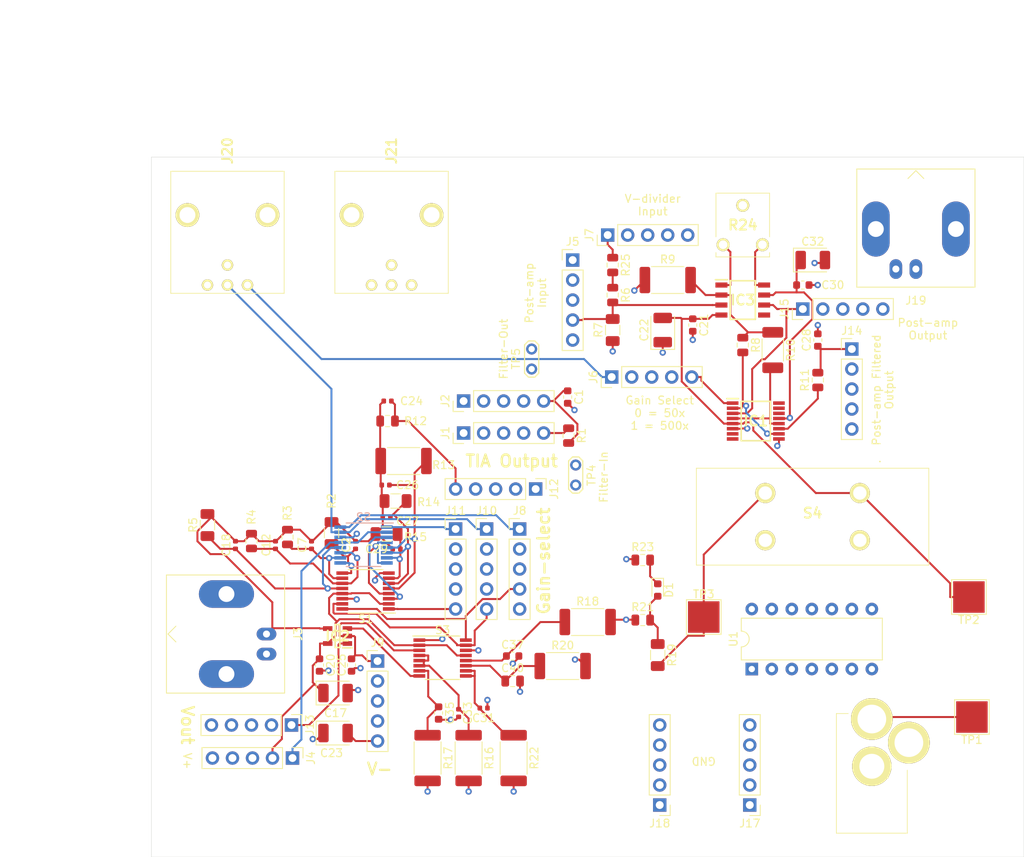
<source format=kicad_pcb>
(kicad_pcb (version 20171130) (host pcbnew "(5.1.5)-3")

  (general
    (thickness 1.6)
    (drawings 17)
    (tracks 622)
    (zones 0)
    (modules 83)
    (nets 51)
  )

  (page USLetter)
  (title_block
    (title TIAPreamp2)
    (date 2020-02-08)
    (company "UT Austin")
  )

  (layers
    (0 AFRONT signal)
    (1 GND power)
    (2 DSIG signal)
    (31 ABACK signal)
    (32 B.Adhes user)
    (33 F.Adhes user)
    (34 B.Paste user)
    (35 F.Paste user)
    (36 B.SilkS user)
    (37 F.SilkS user)
    (38 B.Mask user)
    (39 F.Mask user)
    (40 Dwgs.User user)
    (41 Cmts.User user)
    (42 Eco1.User user)
    (43 Eco2.User user)
    (44 Edge.Cuts user)
    (45 Margin user)
    (46 B.CrtYd user)
    (47 F.CrtYd user)
    (48 B.Fab user hide)
    (49 F.Fab user hide)
  )

  (setup
    (last_trace_width 0.25)
    (trace_clearance 0.25)
    (zone_clearance 0.508)
    (zone_45_only yes)
    (trace_min 0.2)
    (via_size 0.8)
    (via_drill 0.4)
    (via_min_size 0.4)
    (via_min_drill 0.3)
    (uvia_size 0.3)
    (uvia_drill 0.1)
    (uvias_allowed no)
    (uvia_min_size 0.2)
    (uvia_min_drill 0.1)
    (edge_width 0.05)
    (segment_width 0.2)
    (pcb_text_width 0.3)
    (pcb_text_size 1.5 1.5)
    (mod_edge_width 0.12)
    (mod_text_size 1 1)
    (mod_text_width 0.15)
    (pad_size 1.524 1.524)
    (pad_drill 0.762)
    (pad_to_mask_clearance 0.051)
    (solder_mask_min_width 0.25)
    (aux_axis_origin 0 0)
    (visible_elements 7FFFFFFF)
    (pcbplotparams
      (layerselection 0x3ffff_ffffffff)
      (usegerberextensions false)
      (usegerberattributes false)
      (usegerberadvancedattributes false)
      (creategerberjobfile false)
      (excludeedgelayer true)
      (linewidth 0.100000)
      (plotframeref false)
      (viasonmask false)
      (mode 1)
      (useauxorigin false)
      (hpglpennumber 1)
      (hpglpenspeed 20)
      (hpglpendiameter 15.000000)
      (psnegative false)
      (psa4output false)
      (plotreference true)
      (plotvalue true)
      (plotinvisibletext false)
      (padsonsilk false)
      (subtractmaskfromsilk false)
      (outputformat 1)
      (mirror false)
      (drillshape 0)
      (scaleselection 1)
      (outputdirectory "Gerbers/"))
  )

  (net 0 "")
  (net 1 GND)
  (net 2 "Net-(C1-Pad1)")
  (net 3 "Net-(C2-Pad1)")
  (net 4 Tip)
  (net 5 "Net-(C7-Pad1)")
  (net 6 "Net-(C12-Pad1)")
  (net 7 VDD)
  (net 8 "Net-(C18-Pad1)")
  (net 9 "Net-(C21-Pad1)")
  (net 10 "Net-(C23-Pad2)")
  (net 11 "Net-(C24-Pad1)")
  (net 12 "Net-(C26-Pad1)")
  (net 13 "Net-(C27-Pad1)")
  (net 14 "Net-(C28-Pad1)")
  (net 15 "Net-(C29-Pad1)")
  (net 16 "Net-(C30-Pad2)")
  (net 17 "Net-(C31-Pad1)")
  (net 18 "Net-(C33-Pad1)")
  (net 19 "Net-(C35-Pad1)")
  (net 20 "Net-(C37-Pad1)")
  (net 21 "Net-(C40-Pad1)")
  (net 22 "Net-(D1-Pad1)")
  (net 23 "Net-(D1-Pad2)")
  (net 24 "Net-(IC1-Pad1)")
  (net 25 "Net-(IC1-Pad10)")
  (net 26 "Net-(IC1-Pad3)")
  (net 27 "Net-(IC1-Pad12)")
  (net 28 "Net-(IC1-Pad7)")
  (net 29 "Net-(IC1-Pad8)")
  (net 30 "Net-(IC1-Pad11)")
  (net 31 "Net-(IC1-Pad14)")
  (net 32 "Net-(IC1-Pad15)")
  (net 33 "Net-(IC1-Pad16)")
  (net 34 "Net-(IC2-Pad1)")
  (net 35 "Net-(IC2-Pad3)")
  (net 36 "Net-(IC3-Pad1)")
  (net 37 "Net-(IC3-Pad2)")
  (net 38 "Net-(IC3-Pad3)")
  (net 39 "Net-(IC3-Pad5)")
  (net 40 "Net-(IC3-Pad8)")
  (net 41 "Net-(J1-Pad1)")
  (net 42 "Net-(J7-Pad1)")
  (net 43 A1)
  (net 44 A2)
  (net 45 A0)
  (net 46 "Net-(J16-Pad1)")
  (net 47 "Net-(R25-Pad2)")
  (net 48 "Net-(S4-PadA1)")
  (net 49 "Net-(S4-PadA2)")
  (net 50 "Net-(U1-Pad7)")

  (net_class Default "This is the default net class."
    (clearance 0.25)
    (trace_width 0.25)
    (via_dia 0.8)
    (via_drill 0.4)
    (uvia_dia 0.3)
    (uvia_drill 0.1)
    (add_net A0)
    (add_net A1)
    (add_net A2)
    (add_net GND)
    (add_net "Net-(C1-Pad1)")
    (add_net "Net-(C12-Pad1)")
    (add_net "Net-(C18-Pad1)")
    (add_net "Net-(C2-Pad1)")
    (add_net "Net-(C21-Pad1)")
    (add_net "Net-(C23-Pad2)")
    (add_net "Net-(C24-Pad1)")
    (add_net "Net-(C26-Pad1)")
    (add_net "Net-(C27-Pad1)")
    (add_net "Net-(C28-Pad1)")
    (add_net "Net-(C29-Pad1)")
    (add_net "Net-(C30-Pad2)")
    (add_net "Net-(C31-Pad1)")
    (add_net "Net-(C33-Pad1)")
    (add_net "Net-(C35-Pad1)")
    (add_net "Net-(C37-Pad1)")
    (add_net "Net-(C40-Pad1)")
    (add_net "Net-(C7-Pad1)")
    (add_net "Net-(D1-Pad1)")
    (add_net "Net-(D1-Pad2)")
    (add_net "Net-(IC1-Pad1)")
    (add_net "Net-(IC1-Pad10)")
    (add_net "Net-(IC1-Pad11)")
    (add_net "Net-(IC1-Pad12)")
    (add_net "Net-(IC1-Pad14)")
    (add_net "Net-(IC1-Pad15)")
    (add_net "Net-(IC1-Pad16)")
    (add_net "Net-(IC1-Pad3)")
    (add_net "Net-(IC1-Pad7)")
    (add_net "Net-(IC1-Pad8)")
    (add_net "Net-(IC2-Pad1)")
    (add_net "Net-(IC2-Pad3)")
    (add_net "Net-(IC3-Pad1)")
    (add_net "Net-(IC3-Pad2)")
    (add_net "Net-(IC3-Pad3)")
    (add_net "Net-(IC3-Pad5)")
    (add_net "Net-(IC3-Pad8)")
    (add_net "Net-(J1-Pad1)")
    (add_net "Net-(J16-Pad1)")
    (add_net "Net-(J7-Pad1)")
    (add_net "Net-(R25-Pad2)")
    (add_net "Net-(S4-PadA1)")
    (add_net "Net-(S4-PadA2)")
    (add_net "Net-(U1-Pad7)")
    (add_net Tip)
    (add_net VDD)
  )

  (module TestPoint:TestPoint_2Pads_Pitch2.54mm_Drill0.8mm (layer AFRONT) (tedit 5A0F774F) (tstamp 5E4D737E)
    (at 137.16 61.976 90)
    (descr "Test point with 2 pins, pitch 2.54mm, drill diameter 0.8mm")
    (tags "CONN DEV")
    (path /5E634878)
    (attr virtual)
    (fp_text reference TP5 (at 1.3 -2 90) (layer F.SilkS)
      (effects (font (size 1 1) (thickness 0.15)))
    )
    (fp_text value TestPoint_2Pole (at 1.27 2 90) (layer F.Fab)
      (effects (font (size 1 1) (thickness 0.15)))
    )
    (fp_text user %R (at 1.3 -2 90) (layer F.Fab)
      (effects (font (size 1 1) (thickness 0.15)))
    )
    (fp_line (start -0.65 1.15) (end 3.15 1.15) (layer F.CrtYd) (width 0.05))
    (fp_line (start 3.15 1.15) (end 3.8 0.5) (layer F.CrtYd) (width 0.05))
    (fp_line (start 3.8 0.5) (end 3.8 -0.5) (layer F.CrtYd) (width 0.05))
    (fp_line (start 3.8 -0.5) (end 3.15 -1.15) (layer F.CrtYd) (width 0.05))
    (fp_line (start 3.15 -1.15) (end -0.65 -1.15) (layer F.CrtYd) (width 0.05))
    (fp_line (start -0.65 -1.15) (end -1.3 -0.5) (layer F.CrtYd) (width 0.05))
    (fp_line (start -1.3 -0.5) (end -1.3 0.5) (layer F.CrtYd) (width 0.05))
    (fp_line (start -1.3 0.5) (end -0.65 1.15) (layer F.CrtYd) (width 0.05))
    (fp_line (start -0.53 -0.9) (end 3.07 -0.9) (layer F.SilkS) (width 0.15))
    (fp_line (start 3.07 -0.9) (end 3.57 -0.4) (layer F.SilkS) (width 0.15))
    (fp_line (start 3.57 -0.4) (end 3.57 0.4) (layer F.SilkS) (width 0.15))
    (fp_line (start 3.57 0.4) (end 3.07 0.9) (layer F.SilkS) (width 0.15))
    (fp_line (start 3.07 0.9) (end -0.53 0.9) (layer F.SilkS) (width 0.15))
    (fp_line (start -0.53 0.9) (end -1.03 0.4) (layer F.SilkS) (width 0.15))
    (fp_line (start -1.03 0.4) (end -1.03 -0.4) (layer F.SilkS) (width 0.15))
    (fp_line (start -1.03 -0.4) (end -0.53 -0.9) (layer F.SilkS) (width 0.15))
    (pad 1 thru_hole circle (at 0 0 90) (size 1.4 1.4) (drill 0.8) (layers *.Cu *.Mask)
      (net 2 "Net-(C1-Pad1)"))
    (pad 2 thru_hole circle (at 2.54 0 90) (size 1.4 1.4) (drill 0.8) (layers *.Cu *.Mask)
      (net 38 "Net-(IC3-Pad3)"))
  )

  (module TestPoint:TestPoint_2Pads_Pitch2.54mm_Drill0.8mm (layer AFRONT) (tedit 5A0F774F) (tstamp 5E4D536F)
    (at 142.748 74.168 270)
    (descr "Test point with 2 pins, pitch 2.54mm, drill diameter 0.8mm")
    (tags "CONN DEV")
    (path /5E6155B8)
    (attr virtual)
    (fp_text reference TP4 (at 1.3 -2 90) (layer F.SilkS)
      (effects (font (size 1 1) (thickness 0.15)))
    )
    (fp_text value TestPoint_2Pole (at 1.27 2 90) (layer F.Fab)
      (effects (font (size 1 1) (thickness 0.15)))
    )
    (fp_text user %R (at 1.3 -2 90) (layer F.Fab)
      (effects (font (size 1 1) (thickness 0.15)))
    )
    (fp_line (start -0.65 1.15) (end 3.15 1.15) (layer F.CrtYd) (width 0.05))
    (fp_line (start 3.15 1.15) (end 3.8 0.5) (layer F.CrtYd) (width 0.05))
    (fp_line (start 3.8 0.5) (end 3.8 -0.5) (layer F.CrtYd) (width 0.05))
    (fp_line (start 3.8 -0.5) (end 3.15 -1.15) (layer F.CrtYd) (width 0.05))
    (fp_line (start 3.15 -1.15) (end -0.65 -1.15) (layer F.CrtYd) (width 0.05))
    (fp_line (start -0.65 -1.15) (end -1.3 -0.5) (layer F.CrtYd) (width 0.05))
    (fp_line (start -1.3 -0.5) (end -1.3 0.5) (layer F.CrtYd) (width 0.05))
    (fp_line (start -1.3 0.5) (end -0.65 1.15) (layer F.CrtYd) (width 0.05))
    (fp_line (start -0.53 -0.9) (end 3.07 -0.9) (layer F.SilkS) (width 0.15))
    (fp_line (start 3.07 -0.9) (end 3.57 -0.4) (layer F.SilkS) (width 0.15))
    (fp_line (start 3.57 -0.4) (end 3.57 0.4) (layer F.SilkS) (width 0.15))
    (fp_line (start 3.57 0.4) (end 3.07 0.9) (layer F.SilkS) (width 0.15))
    (fp_line (start 3.07 0.9) (end -0.53 0.9) (layer F.SilkS) (width 0.15))
    (fp_line (start -0.53 0.9) (end -1.03 0.4) (layer F.SilkS) (width 0.15))
    (fp_line (start -1.03 0.4) (end -1.03 -0.4) (layer F.SilkS) (width 0.15))
    (fp_line (start -1.03 -0.4) (end -0.53 -0.9) (layer F.SilkS) (width 0.15))
    (pad 1 thru_hole circle (at 0 0 270) (size 1.4 1.4) (drill 0.8) (layers *.Cu *.Mask)
      (net 41 "Net-(J1-Pad1)"))
    (pad 2 thru_hole circle (at 2.54 0 270) (size 1.4 1.4) (drill 0.8) (layers *.Cu *.Mask)
      (net 11 "Net-(C24-Pad1)"))
  )

  (module SamacSys_Parts:0316575 (layer AFRONT) (tedit 5E4C9737) (tstamp 5E4D97F2)
    (at 121.92 51.308 90)
    (descr 031-6575-1)
    (tags Connector)
    (path /5E60814A)
    (fp_text reference J21 (at 17.05 -2.54 90) (layer F.SilkS)
      (effects (font (size 1.27 1.27) (thickness 0.254)))
    )
    (fp_text value Conn_Coaxial_x2 (at 17.05 -2.54 90) (layer F.SilkS) hide
      (effects (font (size 1.27 1.27) (thickness 0.254)))
    )
    (fp_line (start 35.15 3.81) (end 14.45 3.81) (layer Dwgs.User) (width 0.2))
    (fp_line (start 35.15 -8.89) (end 35.15 3.81) (layer Dwgs.User) (width 0.2))
    (fp_line (start 35.15 -8.89) (end 35.15 -8.89) (layer Dwgs.User) (width 0.2))
    (fp_line (start 14.45 -8.89) (end 35.15 -8.89) (layer Dwgs.User) (width 0.2))
    (fp_line (start -2.05 5.66) (end -2.05 -10.74) (layer Dwgs.User) (width 0.1))
    (fp_line (start 36.15 5.66) (end -2.05 5.66) (layer Dwgs.User) (width 0.1))
    (fp_line (start 36.15 -10.74) (end 36.15 5.66) (layer Dwgs.User) (width 0.1))
    (fp_line (start -2.05 -10.74) (end 36.15 -10.74) (layer Dwgs.User) (width 0.1))
    (fp_line (start -1.05 4.66) (end -1.05 -9.74) (layer F.SilkS) (width 0.1))
    (fp_line (start 14.45 4.66) (end -1.05 4.66) (layer F.SilkS) (width 0.1))
    (fp_line (start 14.45 -9.74) (end 14.45 4.66) (layer F.SilkS) (width 0.1))
    (fp_line (start -1.05 -9.74) (end 14.45 -9.74) (layer F.SilkS) (width 0.1))
    (fp_line (start -1.05 4.66) (end -1.05 -9.74) (layer Dwgs.User) (width 0.2))
    (fp_line (start 14.45 4.66) (end -1.05 4.66) (layer Dwgs.User) (width 0.2))
    (fp_line (start 14.45 -9.74) (end 14.45 4.66) (layer Dwgs.User) (width 0.2))
    (fp_line (start -1.05 -9.74) (end 14.45 -9.74) (layer Dwgs.User) (width 0.2))
    (pad 6 thru_hole circle (at 8.89 2.54 180) (size 3.015 3.015) (drill 2.01) (layers *.Cu *.Mask F.SilkS))
    (pad 5 thru_hole circle (at 8.89 -7.62 180) (size 3.015 3.015) (drill 2.01) (layers *.Cu *.Mask F.SilkS))
    (pad 4 thru_hole circle (at 2.54 -2.54 180) (size 1.446 1.446) (drill 0.89) (layers *.Cu *.Mask F.SilkS))
    (pad 3 thru_hole circle (at 0 -5.08 180) (size 1.446 1.446) (drill 0.89) (layers *.Cu *.Mask F.SilkS)
      (net 1 GND))
    (pad 2 thru_hole circle (at 0 -2.54 180) (size 1.446 1.446) (drill 0.89) (layers *.Cu *.Mask F.SilkS)
      (net 45 A0))
    (pad 1 thru_hole circle (at 0 0 180) (size 1.446 1.446) (drill 0.89) (layers *.Cu *.Mask F.SilkS)
      (net 43 A1))
  )

  (module SamacSys_Parts:0316575 (layer AFRONT) (tedit 5E4C9737) (tstamp 5E4DAB30)
    (at 101.092 51.308 90)
    (descr 031-6575-1)
    (tags Connector)
    (path /5E60638F)
    (fp_text reference J20 (at 17.05 -2.54 90) (layer F.SilkS)
      (effects (font (size 1.27 1.27) (thickness 0.254)))
    )
    (fp_text value Conn_Coaxial_x2 (at 17.05 -2.54 90) (layer F.SilkS) hide
      (effects (font (size 1.27 1.27) (thickness 0.254)))
    )
    (fp_line (start 35.15 3.81) (end 14.45 3.81) (layer Dwgs.User) (width 0.2))
    (fp_line (start 35.15 -8.89) (end 35.15 3.81) (layer Dwgs.User) (width 0.2))
    (fp_line (start 35.15 -8.89) (end 35.15 -8.89) (layer Dwgs.User) (width 0.2))
    (fp_line (start 14.45 -8.89) (end 35.15 -8.89) (layer Dwgs.User) (width 0.2))
    (fp_line (start -2.05 5.66) (end -2.05 -10.74) (layer Dwgs.User) (width 0.1))
    (fp_line (start 36.15 5.66) (end -2.05 5.66) (layer Dwgs.User) (width 0.1))
    (fp_line (start 36.15 -10.74) (end 36.15 5.66) (layer Dwgs.User) (width 0.1))
    (fp_line (start -2.05 -10.74) (end 36.15 -10.74) (layer Dwgs.User) (width 0.1))
    (fp_line (start -1.05 4.66) (end -1.05 -9.74) (layer F.SilkS) (width 0.1))
    (fp_line (start 14.45 4.66) (end -1.05 4.66) (layer F.SilkS) (width 0.1))
    (fp_line (start 14.45 -9.74) (end 14.45 4.66) (layer F.SilkS) (width 0.1))
    (fp_line (start -1.05 -9.74) (end 14.45 -9.74) (layer F.SilkS) (width 0.1))
    (fp_line (start -1.05 4.66) (end -1.05 -9.74) (layer Dwgs.User) (width 0.2))
    (fp_line (start 14.45 4.66) (end -1.05 4.66) (layer Dwgs.User) (width 0.2))
    (fp_line (start 14.45 -9.74) (end 14.45 4.66) (layer Dwgs.User) (width 0.2))
    (fp_line (start -1.05 -9.74) (end 14.45 -9.74) (layer Dwgs.User) (width 0.2))
    (pad 6 thru_hole circle (at 8.89 2.54 180) (size 3.015 3.015) (drill 2.01) (layers *.Cu *.Mask F.SilkS))
    (pad 5 thru_hole circle (at 8.89 -7.62 180) (size 3.015 3.015) (drill 2.01) (layers *.Cu *.Mask F.SilkS))
    (pad 4 thru_hole circle (at 2.54 -2.54 180) (size 1.446 1.446) (drill 0.89) (layers *.Cu *.Mask F.SilkS))
    (pad 3 thru_hole circle (at 0 -5.08 180) (size 1.446 1.446) (drill 0.89) (layers *.Cu *.Mask F.SilkS)
      (net 1 GND))
    (pad 2 thru_hole circle (at 0 -2.54 180) (size 1.446 1.446) (drill 0.89) (layers *.Cu *.Mask F.SilkS)
      (net 44 A2))
    (pad 1 thru_hole circle (at 0 0 180) (size 1.446 1.446) (drill 0.89) (layers *.Cu *.Mask F.SilkS)
      (net 24 "Net-(IC1-Pad1)"))
  )

  (module Connector_Coaxial:BNC_Amphenol_B6252HB-NPP3G-50_Horizontal (layer AFRONT) (tedit 5C13907B) (tstamp 5E4D4ED6)
    (at 185.928 49.276)
    (descr http://www.farnell.com/datasheets/612848.pdf)
    (tags "BNC Amphenol Horizontal")
    (path /5E60B70B)
    (fp_text reference J19 (at 0 4) (layer F.SilkS)
      (effects (font (size 1 1) (thickness 0.15)))
    )
    (fp_text value Conn_Coaxial (at 0 6 180) (layer F.Fab)
      (effects (font (size 1 1) (thickness 0.15)))
    )
    (fp_line (start 0 -12.5) (end 1 -11.5) (layer F.SilkS) (width 0.12))
    (fp_line (start 0 -12.5) (end -1 -11.5) (layer F.SilkS) (width 0.12))
    (fp_line (start 7.85 2.7) (end 7.85 -33.8) (layer F.CrtYd) (width 0.05))
    (fp_line (start 7.85 -33.8) (end -7.85 -33.8) (layer F.CrtYd) (width 0.05))
    (fp_line (start -7.85 2.7) (end -7.85 -33.8) (layer F.CrtYd) (width 0.05))
    (fp_line (start -7.85 2.7) (end 7.85 2.7) (layer F.CrtYd) (width 0.05))
    (fp_line (start -7.5 2.3) (end -7.5 -12.7) (layer F.SilkS) (width 0.12))
    (fp_line (start 7.5 2.3) (end -7.5 2.3) (layer F.SilkS) (width 0.12))
    (fp_line (start 7.5 -12.7) (end 7.5 2.3) (layer F.SilkS) (width 0.12))
    (fp_line (start -7.5 -12.7) (end 7.5 -12.7) (layer F.SilkS) (width 0.12))
    (fp_line (start -5 -14) (end 5 -15) (layer F.Fab) (width 0.1))
    (fp_text user %R (at 0 0) (layer F.Fab)
      (effects (font (size 1 1) (thickness 0.15)))
    )
    (fp_line (start -7.35 -12.7) (end -7.35 2.2) (layer F.Fab) (width 0.1))
    (fp_line (start 7.35 -12.7) (end -7.35 -12.7) (layer F.Fab) (width 0.1))
    (fp_line (start 7.35 2.2) (end 7.35 -12.7) (layer F.Fab) (width 0.1))
    (fp_line (start -7.35 2.2) (end 7.35 2.2) (layer F.Fab) (width 0.1))
    (fp_line (start -6.35 -21.4) (end -6.35 -12.7) (layer F.Fab) (width 0.1))
    (fp_line (start 6.35 -21.4) (end -6.35 -21.4) (layer F.Fab) (width 0.1))
    (fp_line (start 6.35 -12.7) (end 6.35 -21.4) (layer F.Fab) (width 0.1))
    (fp_line (start -4.8 -33.3) (end -4.8 -21.4) (layer F.Fab) (width 0.1))
    (fp_line (start 4.8 -33.3) (end -4.8 -33.3) (layer F.Fab) (width 0.1))
    (fp_line (start 4.8 -21.4) (end 4.8 -33.3) (layer F.Fab) (width 0.1))
    (fp_circle (center 0 -28.07) (end 1 -28.07) (layer F.Fab) (width 0.1))
    (fp_line (start -5 -15) (end 5 -16) (layer F.Fab) (width 0.1))
    (fp_line (start -5 -16) (end 5 -17) (layer F.Fab) (width 0.1))
    (fp_line (start -5 -17) (end 5 -18) (layer F.Fab) (width 0.1))
    (fp_line (start -5 -18) (end 5 -19) (layer F.Fab) (width 0.1))
    (fp_line (start -5 -19) (end 5 -20) (layer F.Fab) (width 0.1))
    (fp_line (start -5 -20) (end 5 -21) (layer F.Fab) (width 0.1))
    (pad 2 thru_hole oval (at -2.54 0) (size 1.6 2.5) (drill 0.89) (layers *.Cu *.Mask)
      (net 1 GND))
    (pad 1 thru_hole oval (at 0 0) (size 1.6 2.5) (drill 0.89) (layers *.Cu *.Mask)
      (net 14 "Net-(C28-Pad1)"))
    (pad 2 thru_hole oval (at 5.08 -5.08) (size 3.5 7) (drill 2.01) (layers *.Cu *.Mask)
      (net 1 GND))
    (pad 2 thru_hole oval (at -5.08 -5.08) (size 3.5 7) (drill 2.01) (layers *.Cu *.Mask)
      (net 1 GND))
    (model ${KISYS3DMOD}/Connector_Coaxial.3dshapes/BNC_Amphenol_B6252HB-NPP3G-50_Horizontal.wrl
      (at (xyz 0 0 0))
      (scale (xyz 1 1 1))
      (rotate (xyz 0 0 0))
    )
  )

  (module Resistor_SMD:R_0805_2012Metric (layer AFRONT) (tedit 5B36C52B) (tstamp 5E4D7348)
    (at 173.482 63.373 90)
    (descr "Resistor SMD 0805 (2012 Metric), square (rectangular) end terminal, IPC_7351 nominal, (Body size source: https://docs.google.com/spreadsheets/d/1BsfQQcO9C6DZCsRaXUlFlo91Tg2WpOkGARC1WS5S8t0/edit?usp=sharing), generated with kicad-footprint-generator")
    (tags resistor)
    (path /5E46AF3B)
    (attr smd)
    (fp_text reference R11 (at 0 -1.65 90) (layer F.SilkS)
      (effects (font (size 1 1) (thickness 0.15)))
    )
    (fp_text value "5.1k, 1/8W" (at 0 1.65 90) (layer F.Fab)
      (effects (font (size 1 1) (thickness 0.15)))
    )
    (fp_text user %R (at 0 0 90) (layer F.Fab)
      (effects (font (size 0.5 0.5) (thickness 0.08)))
    )
    (fp_line (start 1.68 0.95) (end -1.68 0.95) (layer F.CrtYd) (width 0.05))
    (fp_line (start 1.68 -0.95) (end 1.68 0.95) (layer F.CrtYd) (width 0.05))
    (fp_line (start -1.68 -0.95) (end 1.68 -0.95) (layer F.CrtYd) (width 0.05))
    (fp_line (start -1.68 0.95) (end -1.68 -0.95) (layer F.CrtYd) (width 0.05))
    (fp_line (start -0.258578 0.71) (end 0.258578 0.71) (layer F.SilkS) (width 0.12))
    (fp_line (start -0.258578 -0.71) (end 0.258578 -0.71) (layer F.SilkS) (width 0.12))
    (fp_line (start 1 0.6) (end -1 0.6) (layer F.Fab) (width 0.1))
    (fp_line (start 1 -0.6) (end 1 0.6) (layer F.Fab) (width 0.1))
    (fp_line (start -1 -0.6) (end 1 -0.6) (layer F.Fab) (width 0.1))
    (fp_line (start -1 0.6) (end -1 -0.6) (layer F.Fab) (width 0.1))
    (pad 2 smd roundrect (at 0.9375 0 90) (size 0.975 1.4) (layers AFRONT F.Paste F.Mask) (roundrect_rratio 0.25)
      (net 14 "Net-(C28-Pad1)"))
    (pad 1 smd roundrect (at -0.9375 0 90) (size 0.975 1.4) (layers AFRONT F.Paste F.Mask) (roundrect_rratio 0.25)
      (net 30 "Net-(IC1-Pad11)"))
    (model ${KISYS3DMOD}/Resistor_SMD.3dshapes/R_0805_2012Metric.wrl
      (at (xyz 0 0 0))
      (scale (xyz 1 1 1))
      (rotate (xyz 0 0 0))
    )
  )

  (module Package_SO:TSSOP-16_4.4x5mm_P0.65mm (layer ABACK) (tedit 5A02F25C) (tstamp 5E3F789A)
    (at 115.824 84.328 180)
    (descr "16-Lead Plastic Thin Shrink Small Outline (ST)-4.4 mm Body [TSSOP] (see Microchip Packaging Specification 00000049BS.pdf)")
    (tags "SSOP 0.65")
    (path /5E791D1E)
    (attr smd)
    (fp_text reference S2 (at 0 3.55) (layer B.SilkS)
      (effects (font (size 1 1) (thickness 0.15)) (justify mirror))
    )
    (fp_text value MUX36S08IPWR (at 0 -3.55) (layer B.Fab)
      (effects (font (size 1 1) (thickness 0.15)) (justify mirror))
    )
    (fp_line (start -1.2 2.5) (end 2.2 2.5) (layer B.Fab) (width 0.15))
    (fp_line (start 2.2 2.5) (end 2.2 -2.5) (layer B.Fab) (width 0.15))
    (fp_line (start 2.2 -2.5) (end -2.2 -2.5) (layer B.Fab) (width 0.15))
    (fp_line (start -2.2 -2.5) (end -2.2 1.5) (layer B.Fab) (width 0.15))
    (fp_line (start -2.2 1.5) (end -1.2 2.5) (layer B.Fab) (width 0.15))
    (fp_line (start -3.95 2.9) (end -3.95 -2.8) (layer B.CrtYd) (width 0.05))
    (fp_line (start 3.95 2.9) (end 3.95 -2.8) (layer B.CrtYd) (width 0.05))
    (fp_line (start -3.95 2.9) (end 3.95 2.9) (layer B.CrtYd) (width 0.05))
    (fp_line (start -3.95 -2.8) (end 3.95 -2.8) (layer B.CrtYd) (width 0.05))
    (fp_line (start -2.2 -2.725) (end 2.2 -2.725) (layer B.SilkS) (width 0.15))
    (fp_line (start -3.775 2.8) (end 2.2 2.8) (layer B.SilkS) (width 0.15))
    (fp_text user %R (at 0 0) (layer B.Fab)
      (effects (font (size 0.8 0.8) (thickness 0.15)) (justify mirror))
    )
    (pad 1 smd rect (at -2.95 2.275 180) (size 1.5 0.45) (layers ABACK B.Paste B.Mask)
      (net 45 A0))
    (pad 2 smd rect (at -2.95 1.625 180) (size 1.5 0.45) (layers ABACK B.Paste B.Mask)
      (net 7 VDD))
    (pad 3 smd rect (at -2.95 0.975 180) (size 1.5 0.45) (layers ABACK B.Paste B.Mask)
      (net 10 "Net-(C23-Pad2)"))
    (pad 4 smd rect (at -2.95 0.325 180) (size 1.5 0.45) (layers ABACK B.Paste B.Mask)
      (net 11 "Net-(C24-Pad1)"))
    (pad 5 smd rect (at -2.95 -0.325 180) (size 1.5 0.45) (layers ABACK B.Paste B.Mask)
      (net 12 "Net-(C26-Pad1)"))
    (pad 6 smd rect (at -2.95 -0.975 180) (size 1.5 0.45) (layers ABACK B.Paste B.Mask)
      (net 13 "Net-(C27-Pad1)"))
    (pad 7 smd rect (at -2.95 -1.625 180) (size 1.5 0.45) (layers ABACK B.Paste B.Mask)
      (net 15 "Net-(C29-Pad1)"))
    (pad 8 smd rect (at -2.95 -2.275 180) (size 1.5 0.45) (layers ABACK B.Paste B.Mask)
      (net 11 "Net-(C24-Pad1)"))
    (pad 9 smd rect (at 2.95 -2.275 180) (size 1.5 0.45) (layers ABACK B.Paste B.Mask)
      (net 3 "Net-(C2-Pad1)"))
    (pad 10 smd rect (at 2.95 -1.625 180) (size 1.5 0.45) (layers ABACK B.Paste B.Mask)
      (net 5 "Net-(C7-Pad1)"))
    (pad 11 smd rect (at 2.95 -0.975 180) (size 1.5 0.45) (layers ABACK B.Paste B.Mask)
      (net 6 "Net-(C12-Pad1)"))
    (pad 12 smd rect (at 2.95 -0.325 180) (size 1.5 0.45) (layers ABACK B.Paste B.Mask)
      (net 8 "Net-(C18-Pad1)"))
    (pad 13 smd rect (at 2.95 0.325 180) (size 1.5 0.45) (layers ABACK B.Paste B.Mask)
      (net 7 VDD))
    (pad 14 smd rect (at 2.95 0.975 180) (size 1.5 0.45) (layers ABACK B.Paste B.Mask)
      (net 1 GND))
    (pad 15 smd rect (at 2.95 1.625 180) (size 1.5 0.45) (layers ABACK B.Paste B.Mask)
      (net 44 A2))
    (pad 16 smd rect (at 2.95 2.275 180) (size 1.5 0.45) (layers ABACK B.Paste B.Mask)
      (net 43 A1))
    (model ${KISYS3DMOD}/Package_SO.3dshapes/TSSOP-16_4.4x5mm_P0.65mm.wrl
      (at (xyz 0 0 0))
      (scale (xyz 1 1 1))
      (rotate (xyz 0 0 0))
    )
  )

  (module Package_SO:TSSOP-16_4.4x5mm_P0.65mm (layer AFRONT) (tedit 5A02F25C) (tstamp 5E3F92D6)
    (at 116.078 90.17 180)
    (descr "16-Lead Plastic Thin Shrink Small Outline (ST)-4.4 mm Body [TSSOP] (see Microchip Packaging Specification 00000049BS.pdf)")
    (tags "SSOP 0.65")
    (path /5E4AD654)
    (attr smd)
    (fp_text reference S1 (at 0 -3.55) (layer F.SilkS)
      (effects (font (size 1 1) (thickness 0.15)))
    )
    (fp_text value MUX36S08IPWR (at 0 3.55) (layer F.Fab)
      (effects (font (size 1 1) (thickness 0.15)))
    )
    (fp_line (start -1.2 -2.5) (end 2.2 -2.5) (layer F.Fab) (width 0.15))
    (fp_line (start 2.2 -2.5) (end 2.2 2.5) (layer F.Fab) (width 0.15))
    (fp_line (start 2.2 2.5) (end -2.2 2.5) (layer F.Fab) (width 0.15))
    (fp_line (start -2.2 2.5) (end -2.2 -1.5) (layer F.Fab) (width 0.15))
    (fp_line (start -2.2 -1.5) (end -1.2 -2.5) (layer F.Fab) (width 0.15))
    (fp_line (start -3.95 -2.9) (end -3.95 2.8) (layer F.CrtYd) (width 0.05))
    (fp_line (start 3.95 -2.9) (end 3.95 2.8) (layer F.CrtYd) (width 0.05))
    (fp_line (start -3.95 -2.9) (end 3.95 -2.9) (layer F.CrtYd) (width 0.05))
    (fp_line (start -3.95 2.8) (end 3.95 2.8) (layer F.CrtYd) (width 0.05))
    (fp_line (start -2.2 2.725) (end 2.2 2.725) (layer F.SilkS) (width 0.15))
    (fp_line (start -3.775 -2.8) (end 2.2 -2.8) (layer F.SilkS) (width 0.15))
    (fp_text user %R (at 0 0) (layer F.Fab)
      (effects (font (size 0.8 0.8) (thickness 0.15)))
    )
    (pad 1 smd rect (at -2.95 -2.275 180) (size 1.5 0.45) (layers AFRONT F.Paste F.Mask)
      (net 45 A0))
    (pad 2 smd rect (at -2.95 -1.625 180) (size 1.5 0.45) (layers AFRONT F.Paste F.Mask)
      (net 7 VDD))
    (pad 3 smd rect (at -2.95 -0.975 180) (size 1.5 0.45) (layers AFRONT F.Paste F.Mask)
      (net 10 "Net-(C23-Pad2)"))
    (pad 4 smd rect (at -2.95 -0.325 180) (size 1.5 0.45) (layers AFRONT F.Paste F.Mask)
      (net 11 "Net-(C24-Pad1)"))
    (pad 5 smd rect (at -2.95 0.325 180) (size 1.5 0.45) (layers AFRONT F.Paste F.Mask)
      (net 12 "Net-(C26-Pad1)"))
    (pad 6 smd rect (at -2.95 0.975 180) (size 1.5 0.45) (layers AFRONT F.Paste F.Mask)
      (net 13 "Net-(C27-Pad1)"))
    (pad 7 smd rect (at -2.95 1.625 180) (size 1.5 0.45) (layers AFRONT F.Paste F.Mask)
      (net 15 "Net-(C29-Pad1)"))
    (pad 8 smd rect (at -2.95 2.275 180) (size 1.5 0.45) (layers AFRONT F.Paste F.Mask)
      (net 34 "Net-(IC2-Pad1)"))
    (pad 9 smd rect (at 2.95 2.275 180) (size 1.5 0.45) (layers AFRONT F.Paste F.Mask)
      (net 3 "Net-(C2-Pad1)"))
    (pad 10 smd rect (at 2.95 1.625 180) (size 1.5 0.45) (layers AFRONT F.Paste F.Mask)
      (net 5 "Net-(C7-Pad1)"))
    (pad 11 smd rect (at 2.95 0.975 180) (size 1.5 0.45) (layers AFRONT F.Paste F.Mask)
      (net 6 "Net-(C12-Pad1)"))
    (pad 12 smd rect (at 2.95 0.325 180) (size 1.5 0.45) (layers AFRONT F.Paste F.Mask)
      (net 8 "Net-(C18-Pad1)"))
    (pad 13 smd rect (at 2.95 -0.325 180) (size 1.5 0.45) (layers AFRONT F.Paste F.Mask)
      (net 7 VDD))
    (pad 14 smd rect (at 2.95 -0.975 180) (size 1.5 0.45) (layers AFRONT F.Paste F.Mask)
      (net 1 GND))
    (pad 15 smd rect (at 2.95 -1.625 180) (size 1.5 0.45) (layers AFRONT F.Paste F.Mask)
      (net 44 A2))
    (pad 16 smd rect (at 2.95 -2.275 180) (size 1.5 0.45) (layers AFRONT F.Paste F.Mask)
      (net 43 A1))
    (model ${KISYS3DMOD}/Package_SO.3dshapes/TSSOP-16_4.4x5mm_P0.65mm.wrl
      (at (xyz 0 0 0))
      (scale (xyz 1 1 1))
      (rotate (xyz 0 0 0))
    )
  )

  (module Capacitor_Tantalum_SMD:CP_EIA-3528-21_Kemet-B (layer AFRONT) (tedit 5B342532) (tstamp 5E3F20EC)
    (at 112.268 108.204)
    (descr "Tantalum Capacitor SMD Kemet-B (3528-21 Metric), IPC_7351 nominal, (Body size from: http://www.kemet.com/Lists/ProductCatalog/Attachments/253/KEM_TC101_STD.pdf), generated with kicad-footprint-generator")
    (tags "capacitor tantalum")
    (path /5EAF305D)
    (attr smd)
    (fp_text reference C23 (at -0.508 2.54) (layer F.SilkS)
      (effects (font (size 1 1) (thickness 0.15)))
    )
    (fp_text value 10u (at 0 2.35) (layer F.Fab)
      (effects (font (size 1 1) (thickness 0.15)))
    )
    (fp_text user %R (at 0 0) (layer F.Fab)
      (effects (font (size 0.88 0.88) (thickness 0.13)))
    )
    (fp_line (start 2.45 1.65) (end -2.45 1.65) (layer F.CrtYd) (width 0.05))
    (fp_line (start 2.45 -1.65) (end 2.45 1.65) (layer F.CrtYd) (width 0.05))
    (fp_line (start -2.45 -1.65) (end 2.45 -1.65) (layer F.CrtYd) (width 0.05))
    (fp_line (start -2.45 1.65) (end -2.45 -1.65) (layer F.CrtYd) (width 0.05))
    (fp_line (start -2.46 1.51) (end 1.75 1.51) (layer F.SilkS) (width 0.12))
    (fp_line (start -2.46 -1.51) (end -2.46 1.51) (layer F.SilkS) (width 0.12))
    (fp_line (start 1.75 -1.51) (end -2.46 -1.51) (layer F.SilkS) (width 0.12))
    (fp_line (start 1.75 1.4) (end 1.75 -1.4) (layer F.Fab) (width 0.1))
    (fp_line (start -1.75 1.4) (end 1.75 1.4) (layer F.Fab) (width 0.1))
    (fp_line (start -1.75 -0.7) (end -1.75 1.4) (layer F.Fab) (width 0.1))
    (fp_line (start -1.05 -1.4) (end -1.75 -0.7) (layer F.Fab) (width 0.1))
    (fp_line (start 1.75 -1.4) (end -1.05 -1.4) (layer F.Fab) (width 0.1))
    (pad 2 smd roundrect (at 1.5375 0) (size 1.325 2.35) (layers AFRONT F.Paste F.Mask) (roundrect_rratio 0.188679)
      (net 10 "Net-(C23-Pad2)"))
    (pad 1 smd roundrect (at -1.5375 0) (size 1.325 2.35) (layers AFRONT F.Paste F.Mask) (roundrect_rratio 0.188679)
      (net 1 GND))
    (model ${KISYS3DMOD}/Capacitor_Tantalum_SMD.3dshapes/CP_EIA-3528-21_Kemet-B.wrl
      (at (xyz 0 0 0))
      (scale (xyz 1 1 1))
      (rotate (xyz 0 0 0))
    )
  )

  (module Capacitor_Tantalum_SMD:CP_EIA-3528-21_Kemet-B (layer AFRONT) (tedit 5B342532) (tstamp 5E3F2088)
    (at 112.268 103.124)
    (descr "Tantalum Capacitor SMD Kemet-B (3528-21 Metric), IPC_7351 nominal, (Body size from: http://www.kemet.com/Lists/ProductCatalog/Attachments/253/KEM_TC101_STD.pdf), generated with kicad-footprint-generator")
    (tags "capacitor tantalum")
    (path /5EB31349)
    (attr smd)
    (fp_text reference C17 (at 0 2.54) (layer F.SilkS)
      (effects (font (size 1 1) (thickness 0.15)))
    )
    (fp_text value 10u (at 0 2.35) (layer F.Fab)
      (effects (font (size 1 1) (thickness 0.15)))
    )
    (fp_text user %R (at 0 0) (layer F.Fab)
      (effects (font (size 0.88 0.88) (thickness 0.13)))
    )
    (fp_line (start 2.45 1.65) (end -2.45 1.65) (layer F.CrtYd) (width 0.05))
    (fp_line (start 2.45 -1.65) (end 2.45 1.65) (layer F.CrtYd) (width 0.05))
    (fp_line (start -2.45 -1.65) (end 2.45 -1.65) (layer F.CrtYd) (width 0.05))
    (fp_line (start -2.45 1.65) (end -2.45 -1.65) (layer F.CrtYd) (width 0.05))
    (fp_line (start -2.46 1.51) (end 1.75 1.51) (layer F.SilkS) (width 0.12))
    (fp_line (start -2.46 -1.51) (end -2.46 1.51) (layer F.SilkS) (width 0.12))
    (fp_line (start 1.75 -1.51) (end -2.46 -1.51) (layer F.SilkS) (width 0.12))
    (fp_line (start 1.75 1.4) (end 1.75 -1.4) (layer F.Fab) (width 0.1))
    (fp_line (start -1.75 1.4) (end 1.75 1.4) (layer F.Fab) (width 0.1))
    (fp_line (start -1.75 -0.7) (end -1.75 1.4) (layer F.Fab) (width 0.1))
    (fp_line (start -1.05 -1.4) (end -1.75 -0.7) (layer F.Fab) (width 0.1))
    (fp_line (start 1.75 -1.4) (end -1.05 -1.4) (layer F.Fab) (width 0.1))
    (pad 2 smd roundrect (at 1.5375 0) (size 1.325 2.35) (layers AFRONT F.Paste F.Mask) (roundrect_rratio 0.188679)
      (net 1 GND))
    (pad 1 smd roundrect (at -1.5375 0) (size 1.325 2.35) (layers AFRONT F.Paste F.Mask) (roundrect_rratio 0.188679)
      (net 7 VDD))
    (model ${KISYS3DMOD}/Capacitor_Tantalum_SMD.3dshapes/CP_EIA-3528-21_Kemet-B.wrl
      (at (xyz 0 0 0))
      (scale (xyz 1 1 1))
      (rotate (xyz 0 0 0))
    )
  )

  (module TestPoint:TestPoint_Pad_4.0x4.0mm (layer AFRONT) (tedit 5A0F774F) (tstamp 5E4D731E)
    (at 192.659 90.932 180)
    (descr "SMD rectangular pad as test Point, square 4.0mm side length")
    (tags "test point SMD pad rectangle square")
    (path /5E49A4D4)
    (attr virtual)
    (fp_text reference TP2 (at 0 -2.898) (layer F.SilkS)
      (effects (font (size 1 1) (thickness 0.15)))
    )
    (fp_text value TestPoint (at 0 3.1) (layer F.Fab)
      (effects (font (size 1 1) (thickness 0.15)))
    )
    (fp_line (start 2.5 2.5) (end -2.5 2.5) (layer F.CrtYd) (width 0.05))
    (fp_line (start 2.5 2.5) (end 2.5 -2.5) (layer F.CrtYd) (width 0.05))
    (fp_line (start -2.5 -2.5) (end -2.5 2.5) (layer F.CrtYd) (width 0.05))
    (fp_line (start -2.5 -2.5) (end 2.5 -2.5) (layer F.CrtYd) (width 0.05))
    (fp_line (start -2.2 2.2) (end -2.2 -2.2) (layer F.SilkS) (width 0.12))
    (fp_line (start 2.2 2.2) (end -2.2 2.2) (layer F.SilkS) (width 0.12))
    (fp_line (start 2.2 -2.2) (end 2.2 2.2) (layer F.SilkS) (width 0.12))
    (fp_line (start -2.2 -2.2) (end 2.2 -2.2) (layer F.SilkS) (width 0.12))
    (fp_text user %R (at 0 -2.9) (layer F.Fab)
      (effects (font (size 1 1) (thickness 0.15)))
    )
    (pad 1 smd rect (at 0 0 180) (size 4 4) (layers AFRONT F.Mask)
      (net 9 "Net-(C21-Pad1)"))
  )

  (module Capacitor_SMD:C_0603_1608Metric (layer AFRONT) (tedit 5B301BBE) (tstamp 5E3F1F96)
    (at 141.732 65.532 270)
    (descr "Capacitor SMD 0603 (1608 Metric), square (rectangular) end terminal, IPC_7351 nominal, (Body size source: http://www.tortai-tech.com/upload/download/2011102023233369053.pdf), generated with kicad-footprint-generator")
    (tags capacitor)
    (path /5EBC528A)
    (attr smd)
    (fp_text reference C1 (at 0 -1.43 90) (layer F.SilkS)
      (effects (font (size 1 1) (thickness 0.15)))
    )
    (fp_text value 6.8p (at 0 1.43 90) (layer F.Fab)
      (effects (font (size 1 1) (thickness 0.15)))
    )
    (fp_line (start -0.8 0.4) (end -0.8 -0.4) (layer F.Fab) (width 0.1))
    (fp_line (start -0.8 -0.4) (end 0.8 -0.4) (layer F.Fab) (width 0.1))
    (fp_line (start 0.8 -0.4) (end 0.8 0.4) (layer F.Fab) (width 0.1))
    (fp_line (start 0.8 0.4) (end -0.8 0.4) (layer F.Fab) (width 0.1))
    (fp_line (start -0.162779 -0.51) (end 0.162779 -0.51) (layer F.SilkS) (width 0.12))
    (fp_line (start -0.162779 0.51) (end 0.162779 0.51) (layer F.SilkS) (width 0.12))
    (fp_line (start -1.48 0.73) (end -1.48 -0.73) (layer F.CrtYd) (width 0.05))
    (fp_line (start -1.48 -0.73) (end 1.48 -0.73) (layer F.CrtYd) (width 0.05))
    (fp_line (start 1.48 -0.73) (end 1.48 0.73) (layer F.CrtYd) (width 0.05))
    (fp_line (start 1.48 0.73) (end -1.48 0.73) (layer F.CrtYd) (width 0.05))
    (fp_text user %R (at 0 0 90) (layer F.Fab)
      (effects (font (size 0.4 0.4) (thickness 0.06)))
    )
    (pad 1 smd roundrect (at -0.7875 0 270) (size 0.875 0.95) (layers AFRONT F.Paste F.Mask) (roundrect_rratio 0.25)
      (net 2 "Net-(C1-Pad1)"))
    (pad 2 smd roundrect (at 0.7875 0 270) (size 0.875 0.95) (layers AFRONT F.Paste F.Mask) (roundrect_rratio 0.25)
      (net 1 GND))
    (model ${KISYS3DMOD}/Capacitor_SMD.3dshapes/C_0603_1608Metric.wrl
      (at (xyz 0 0 0))
      (scale (xyz 1 1 1))
      (rotate (xyz 0 0 0))
    )
  )

  (module Capacitor_SMD:C_0402_1005Metric (layer AFRONT) (tedit 5B301BBE) (tstamp 5E3F1FA5)
    (at 114.808 84.328 90)
    (descr "Capacitor SMD 0402 (1005 Metric), square (rectangular) end terminal, IPC_7351 nominal, (Body size source: http://www.tortai-tech.com/upload/download/2011102023233369053.pdf), generated with kicad-footprint-generator")
    (tags capacitor)
    (path /5E62E940)
    (attr smd)
    (fp_text reference C2 (at 0 -1.17 90) (layer F.SilkS)
      (effects (font (size 1 1) (thickness 0.15)))
    )
    (fp_text value 0.3p (at 0 1.17 90) (layer F.Fab)
      (effects (font (size 1 1) (thickness 0.15)))
    )
    (fp_text user %R (at 0 0 90) (layer F.Fab)
      (effects (font (size 0.25 0.25) (thickness 0.04)))
    )
    (fp_line (start 0.93 0.47) (end -0.93 0.47) (layer F.CrtYd) (width 0.05))
    (fp_line (start 0.93 -0.47) (end 0.93 0.47) (layer F.CrtYd) (width 0.05))
    (fp_line (start -0.93 -0.47) (end 0.93 -0.47) (layer F.CrtYd) (width 0.05))
    (fp_line (start -0.93 0.47) (end -0.93 -0.47) (layer F.CrtYd) (width 0.05))
    (fp_line (start 0.5 0.25) (end -0.5 0.25) (layer F.Fab) (width 0.1))
    (fp_line (start 0.5 -0.25) (end 0.5 0.25) (layer F.Fab) (width 0.1))
    (fp_line (start -0.5 -0.25) (end 0.5 -0.25) (layer F.Fab) (width 0.1))
    (fp_line (start -0.5 0.25) (end -0.5 -0.25) (layer F.Fab) (width 0.1))
    (pad 2 smd roundrect (at 0.485 0 90) (size 0.59 0.64) (layers AFRONT F.Paste F.Mask) (roundrect_rratio 0.25)
      (net 4 Tip))
    (pad 1 smd roundrect (at -0.485 0 90) (size 0.59 0.64) (layers AFRONT F.Paste F.Mask) (roundrect_rratio 0.25)
      (net 3 "Net-(C2-Pad1)"))
    (model ${KISYS3DMOD}/Capacitor_SMD.3dshapes/C_0402_1005Metric.wrl
      (at (xyz 0 0 0))
      (scale (xyz 1 1 1))
      (rotate (xyz 0 0 0))
    )
  )

  (module Capacitor_SMD:C_0402_1005Metric (layer AFRONT) (tedit 5B301BBE) (tstamp 5E40D2BE)
    (at 109.22 84.328 90)
    (descr "Capacitor SMD 0402 (1005 Metric), square (rectangular) end terminal, IPC_7351 nominal, (Body size source: http://www.tortai-tech.com/upload/download/2011102023233369053.pdf), generated with kicad-footprint-generator")
    (tags capacitor)
    (path /5E62177E)
    (attr smd)
    (fp_text reference C7 (at 0 -1.17 90) (layer F.SilkS)
      (effects (font (size 1 1) (thickness 0.15)))
    )
    (fp_text value 0.3p (at 0 1.17 90) (layer F.Fab)
      (effects (font (size 1 1) (thickness 0.15)))
    )
    (fp_text user %R (at 0 0 90) (layer F.Fab)
      (effects (font (size 0.25 0.25) (thickness 0.04)))
    )
    (fp_line (start 0.93 0.47) (end -0.93 0.47) (layer F.CrtYd) (width 0.05))
    (fp_line (start 0.93 -0.47) (end 0.93 0.47) (layer F.CrtYd) (width 0.05))
    (fp_line (start -0.93 -0.47) (end 0.93 -0.47) (layer F.CrtYd) (width 0.05))
    (fp_line (start -0.93 0.47) (end -0.93 -0.47) (layer F.CrtYd) (width 0.05))
    (fp_line (start 0.5 0.25) (end -0.5 0.25) (layer F.Fab) (width 0.1))
    (fp_line (start 0.5 -0.25) (end 0.5 0.25) (layer F.Fab) (width 0.1))
    (fp_line (start -0.5 -0.25) (end 0.5 -0.25) (layer F.Fab) (width 0.1))
    (fp_line (start -0.5 0.25) (end -0.5 -0.25) (layer F.Fab) (width 0.1))
    (pad 2 smd roundrect (at 0.485 0 90) (size 0.59 0.64) (layers AFRONT F.Paste F.Mask) (roundrect_rratio 0.25)
      (net 4 Tip))
    (pad 1 smd roundrect (at -0.485 0 90) (size 0.59 0.64) (layers AFRONT F.Paste F.Mask) (roundrect_rratio 0.25)
      (net 5 "Net-(C7-Pad1)"))
    (model ${KISYS3DMOD}/Capacitor_SMD.3dshapes/C_0402_1005Metric.wrl
      (at (xyz 0 0 0))
      (scale (xyz 1 1 1))
      (rotate (xyz 0 0 0))
    )
  )

  (module Capacitor_SMD:C_0402_1005Metric (layer AFRONT) (tedit 5B301BBE) (tstamp 5E3F203B)
    (at 104.648 84.328 90)
    (descr "Capacitor SMD 0402 (1005 Metric), square (rectangular) end terminal, IPC_7351 nominal, (Body size source: http://www.tortai-tech.com/upload/download/2011102023233369053.pdf), generated with kicad-footprint-generator")
    (tags capacitor)
    (path /5E6156E0)
    (attr smd)
    (fp_text reference C12 (at 0 -1.17 90) (layer F.SilkS)
      (effects (font (size 1 1) (thickness 0.15)))
    )
    (fp_text value 0.3p (at 0 1.17 90) (layer F.Fab)
      (effects (font (size 1 1) (thickness 0.15)))
    )
    (fp_line (start -0.5 0.25) (end -0.5 -0.25) (layer F.Fab) (width 0.1))
    (fp_line (start -0.5 -0.25) (end 0.5 -0.25) (layer F.Fab) (width 0.1))
    (fp_line (start 0.5 -0.25) (end 0.5 0.25) (layer F.Fab) (width 0.1))
    (fp_line (start 0.5 0.25) (end -0.5 0.25) (layer F.Fab) (width 0.1))
    (fp_line (start -0.93 0.47) (end -0.93 -0.47) (layer F.CrtYd) (width 0.05))
    (fp_line (start -0.93 -0.47) (end 0.93 -0.47) (layer F.CrtYd) (width 0.05))
    (fp_line (start 0.93 -0.47) (end 0.93 0.47) (layer F.CrtYd) (width 0.05))
    (fp_line (start 0.93 0.47) (end -0.93 0.47) (layer F.CrtYd) (width 0.05))
    (fp_text user %R (at 0 0 90) (layer F.Fab)
      (effects (font (size 0.25 0.25) (thickness 0.04)))
    )
    (pad 1 smd roundrect (at -0.485 0 90) (size 0.59 0.64) (layers AFRONT F.Paste F.Mask) (roundrect_rratio 0.25)
      (net 6 "Net-(C12-Pad1)"))
    (pad 2 smd roundrect (at 0.485 0 90) (size 0.59 0.64) (layers AFRONT F.Paste F.Mask) (roundrect_rratio 0.25)
      (net 4 Tip))
    (model ${KISYS3DMOD}/Capacitor_SMD.3dshapes/C_0402_1005Metric.wrl
      (at (xyz 0 0 0))
      (scale (xyz 1 1 1))
      (rotate (xyz 0 0 0))
    )
  )

  (module Capacitor_SMD:C_0402_1005Metric (layer AFRONT) (tedit 5B301BBE) (tstamp 5E3F2097)
    (at 99.568 84.328 90)
    (descr "Capacitor SMD 0402 (1005 Metric), square (rectangular) end terminal, IPC_7351 nominal, (Body size source: http://www.tortai-tech.com/upload/download/2011102023233369053.pdf), generated with kicad-footprint-generator")
    (tags capacitor)
    (path /5E5F0C59)
    (attr smd)
    (fp_text reference C18 (at 0 -1.17 90) (layer F.SilkS)
      (effects (font (size 1 1) (thickness 0.15)))
    )
    (fp_text value 0.75p (at 0 1.17 90) (layer F.Fab)
      (effects (font (size 1 1) (thickness 0.15)))
    )
    (fp_text user %R (at 0 0 90) (layer F.Fab)
      (effects (font (size 0.25 0.25) (thickness 0.04)))
    )
    (fp_line (start 0.93 0.47) (end -0.93 0.47) (layer F.CrtYd) (width 0.05))
    (fp_line (start 0.93 -0.47) (end 0.93 0.47) (layer F.CrtYd) (width 0.05))
    (fp_line (start -0.93 -0.47) (end 0.93 -0.47) (layer F.CrtYd) (width 0.05))
    (fp_line (start -0.93 0.47) (end -0.93 -0.47) (layer F.CrtYd) (width 0.05))
    (fp_line (start 0.5 0.25) (end -0.5 0.25) (layer F.Fab) (width 0.1))
    (fp_line (start 0.5 -0.25) (end 0.5 0.25) (layer F.Fab) (width 0.1))
    (fp_line (start -0.5 -0.25) (end 0.5 -0.25) (layer F.Fab) (width 0.1))
    (fp_line (start -0.5 0.25) (end -0.5 -0.25) (layer F.Fab) (width 0.1))
    (pad 2 smd roundrect (at 0.485 0 90) (size 0.59 0.64) (layers AFRONT F.Paste F.Mask) (roundrect_rratio 0.25)
      (net 4 Tip))
    (pad 1 smd roundrect (at -0.485 0 90) (size 0.59 0.64) (layers AFRONT F.Paste F.Mask) (roundrect_rratio 0.25)
      (net 8 "Net-(C18-Pad1)"))
    (model ${KISYS3DMOD}/Capacitor_SMD.3dshapes/C_0402_1005Metric.wrl
      (at (xyz 0 0 0))
      (scale (xyz 1 1 1))
      (rotate (xyz 0 0 0))
    )
  )

  (module Capacitor_SMD:C_0603_1608Metric (layer AFRONT) (tedit 5B301BBE) (tstamp 5E3F20B7)
    (at 110.236 99.568 270)
    (descr "Capacitor SMD 0603 (1608 Metric), square (rectangular) end terminal, IPC_7351 nominal, (Body size source: http://www.tortai-tech.com/upload/download/2011102023233369053.pdf), generated with kicad-footprint-generator")
    (tags capacitor)
    (path /5EB3133F)
    (attr smd)
    (fp_text reference C20 (at 0 -1.43 90) (layer F.SilkS)
      (effects (font (size 1 1) (thickness 0.15)))
    )
    (fp_text value 100p (at 0 1.43 90) (layer F.Fab)
      (effects (font (size 1 1) (thickness 0.15)))
    )
    (fp_line (start -0.8 0.4) (end -0.8 -0.4) (layer F.Fab) (width 0.1))
    (fp_line (start -0.8 -0.4) (end 0.8 -0.4) (layer F.Fab) (width 0.1))
    (fp_line (start 0.8 -0.4) (end 0.8 0.4) (layer F.Fab) (width 0.1))
    (fp_line (start 0.8 0.4) (end -0.8 0.4) (layer F.Fab) (width 0.1))
    (fp_line (start -0.162779 -0.51) (end 0.162779 -0.51) (layer F.SilkS) (width 0.12))
    (fp_line (start -0.162779 0.51) (end 0.162779 0.51) (layer F.SilkS) (width 0.12))
    (fp_line (start -1.48 0.73) (end -1.48 -0.73) (layer F.CrtYd) (width 0.05))
    (fp_line (start -1.48 -0.73) (end 1.48 -0.73) (layer F.CrtYd) (width 0.05))
    (fp_line (start 1.48 -0.73) (end 1.48 0.73) (layer F.CrtYd) (width 0.05))
    (fp_line (start 1.48 0.73) (end -1.48 0.73) (layer F.CrtYd) (width 0.05))
    (fp_text user %R (at 0 0 90) (layer F.Fab)
      (effects (font (size 0.4 0.4) (thickness 0.06)))
    )
    (pad 1 smd roundrect (at -0.7875 0 270) (size 0.875 0.95) (layers AFRONT F.Paste F.Mask) (roundrect_rratio 0.25)
      (net 7 VDD))
    (pad 2 smd roundrect (at 0.7875 0 270) (size 0.875 0.95) (layers AFRONT F.Paste F.Mask) (roundrect_rratio 0.25)
      (net 1 GND))
    (model ${KISYS3DMOD}/Capacitor_SMD.3dshapes/C_0603_1608Metric.wrl
      (at (xyz 0 0 0))
      (scale (xyz 1 1 1))
      (rotate (xyz 0 0 0))
    )
  )

  (module Capacitor_SMD:C_0603_1608Metric (layer AFRONT) (tedit 5B301BBE) (tstamp 5E4D72F1)
    (at 157.607 56.388 270)
    (descr "Capacitor SMD 0603 (1608 Metric), square (rectangular) end terminal, IPC_7351 nominal, (Body size source: http://www.tortai-tech.com/upload/download/2011102023233369053.pdf), generated with kicad-footprint-generator")
    (tags capacitor)
    (path /5E4047F8)
    (attr smd)
    (fp_text reference C21 (at 0 -1.43 90) (layer F.SilkS)
      (effects (font (size 1 1) (thickness 0.15)))
    )
    (fp_text value 100p (at 0 1.43 90) (layer F.Fab)
      (effects (font (size 1 1) (thickness 0.15)))
    )
    (fp_text user %R (at 0 0 90) (layer F.Fab)
      (effects (font (size 0.4 0.4) (thickness 0.06)))
    )
    (fp_line (start 1.48 0.73) (end -1.48 0.73) (layer F.CrtYd) (width 0.05))
    (fp_line (start 1.48 -0.73) (end 1.48 0.73) (layer F.CrtYd) (width 0.05))
    (fp_line (start -1.48 -0.73) (end 1.48 -0.73) (layer F.CrtYd) (width 0.05))
    (fp_line (start -1.48 0.73) (end -1.48 -0.73) (layer F.CrtYd) (width 0.05))
    (fp_line (start -0.162779 0.51) (end 0.162779 0.51) (layer F.SilkS) (width 0.12))
    (fp_line (start -0.162779 -0.51) (end 0.162779 -0.51) (layer F.SilkS) (width 0.12))
    (fp_line (start 0.8 0.4) (end -0.8 0.4) (layer F.Fab) (width 0.1))
    (fp_line (start 0.8 -0.4) (end 0.8 0.4) (layer F.Fab) (width 0.1))
    (fp_line (start -0.8 -0.4) (end 0.8 -0.4) (layer F.Fab) (width 0.1))
    (fp_line (start -0.8 0.4) (end -0.8 -0.4) (layer F.Fab) (width 0.1))
    (pad 2 smd roundrect (at 0.7875 0 270) (size 0.875 0.95) (layers AFRONT F.Paste F.Mask) (roundrect_rratio 0.25)
      (net 1 GND))
    (pad 1 smd roundrect (at -0.7875 0 270) (size 0.875 0.95) (layers AFRONT F.Paste F.Mask) (roundrect_rratio 0.25)
      (net 9 "Net-(C21-Pad1)"))
    (model ${KISYS3DMOD}/Capacitor_SMD.3dshapes/C_0603_1608Metric.wrl
      (at (xyz 0 0 0))
      (scale (xyz 1 1 1))
      (rotate (xyz 0 0 0))
    )
  )

  (module Capacitor_Tantalum_SMD:CP_EIA-3528-21_Kemet-B (layer AFRONT) (tedit 5B342532) (tstamp 5E4D72BD)
    (at 153.797 57.023 90)
    (descr "Tantalum Capacitor SMD Kemet-B (3528-21 Metric), IPC_7351 nominal, (Body size from: http://www.kemet.com/Lists/ProductCatalog/Attachments/253/KEM_TC101_STD.pdf), generated with kicad-footprint-generator")
    (tags "capacitor tantalum")
    (path /5E4053CC)
    (attr smd)
    (fp_text reference C22 (at 0 -2.35 90) (layer F.SilkS)
      (effects (font (size 1 1) (thickness 0.15)))
    )
    (fp_text value 6.8u (at 0 2.35 90) (layer F.Fab)
      (effects (font (size 1 1) (thickness 0.15)))
    )
    (fp_line (start 1.75 -1.4) (end -1.05 -1.4) (layer F.Fab) (width 0.1))
    (fp_line (start -1.05 -1.4) (end -1.75 -0.7) (layer F.Fab) (width 0.1))
    (fp_line (start -1.75 -0.7) (end -1.75 1.4) (layer F.Fab) (width 0.1))
    (fp_line (start -1.75 1.4) (end 1.75 1.4) (layer F.Fab) (width 0.1))
    (fp_line (start 1.75 1.4) (end 1.75 -1.4) (layer F.Fab) (width 0.1))
    (fp_line (start 1.75 -1.51) (end -2.46 -1.51) (layer F.SilkS) (width 0.12))
    (fp_line (start -2.46 -1.51) (end -2.46 1.51) (layer F.SilkS) (width 0.12))
    (fp_line (start -2.46 1.51) (end 1.75 1.51) (layer F.SilkS) (width 0.12))
    (fp_line (start -2.45 1.65) (end -2.45 -1.65) (layer F.CrtYd) (width 0.05))
    (fp_line (start -2.45 -1.65) (end 2.45 -1.65) (layer F.CrtYd) (width 0.05))
    (fp_line (start 2.45 -1.65) (end 2.45 1.65) (layer F.CrtYd) (width 0.05))
    (fp_line (start 2.45 1.65) (end -2.45 1.65) (layer F.CrtYd) (width 0.05))
    (fp_text user %R (at 0 0 90) (layer F.Fab)
      (effects (font (size 0.88 0.88) (thickness 0.13)))
    )
    (pad 1 smd roundrect (at -1.5375 0 90) (size 1.325 2.35) (layers AFRONT F.Paste F.Mask) (roundrect_rratio 0.188679)
      (net 1 GND))
    (pad 2 smd roundrect (at 1.5375 0 90) (size 1.325 2.35) (layers AFRONT F.Paste F.Mask) (roundrect_rratio 0.188679)
      (net 9 "Net-(C21-Pad1)"))
    (model ${KISYS3DMOD}/Capacitor_Tantalum_SMD.3dshapes/CP_EIA-3528-21_Kemet-B.wrl
      (at (xyz 0 0 0))
      (scale (xyz 1 1 1))
      (rotate (xyz 0 0 0))
    )
  )

  (module Capacitor_SMD:C_0402_1005Metric (layer AFRONT) (tedit 5B301BBE) (tstamp 5E40725A)
    (at 118.872 66.04 180)
    (descr "Capacitor SMD 0402 (1005 Metric), square (rectangular) end terminal, IPC_7351 nominal, (Body size source: http://www.tortai-tech.com/upload/download/2011102023233369053.pdf), generated with kicad-footprint-generator")
    (tags capacitor)
    (path /5E47E49C)
    (attr smd)
    (fp_text reference C24 (at -3.048 0) (layer F.SilkS)
      (effects (font (size 1 1) (thickness 0.15)))
    )
    (fp_text value 1.5p (at 0 1.17) (layer F.Fab)
      (effects (font (size 1 1) (thickness 0.15)))
    )
    (fp_line (start -0.5 0.25) (end -0.5 -0.25) (layer F.Fab) (width 0.1))
    (fp_line (start -0.5 -0.25) (end 0.5 -0.25) (layer F.Fab) (width 0.1))
    (fp_line (start 0.5 -0.25) (end 0.5 0.25) (layer F.Fab) (width 0.1))
    (fp_line (start 0.5 0.25) (end -0.5 0.25) (layer F.Fab) (width 0.1))
    (fp_line (start -0.93 0.47) (end -0.93 -0.47) (layer F.CrtYd) (width 0.05))
    (fp_line (start -0.93 -0.47) (end 0.93 -0.47) (layer F.CrtYd) (width 0.05))
    (fp_line (start 0.93 -0.47) (end 0.93 0.47) (layer F.CrtYd) (width 0.05))
    (fp_line (start 0.93 0.47) (end -0.93 0.47) (layer F.CrtYd) (width 0.05))
    (fp_text user %R (at 0 0) (layer F.Fab)
      (effects (font (size 0.25 0.25) (thickness 0.04)))
    )
    (pad 1 smd roundrect (at -0.485 0 180) (size 0.59 0.64) (layers AFRONT F.Paste F.Mask) (roundrect_rratio 0.25)
      (net 11 "Net-(C24-Pad1)"))
    (pad 2 smd roundrect (at 0.485 0 180) (size 0.59 0.64) (layers AFRONT F.Paste F.Mask) (roundrect_rratio 0.25)
      (net 4 Tip))
    (model ${KISYS3DMOD}/Capacitor_SMD.3dshapes/C_0402_1005Metric.wrl
      (at (xyz 0 0 0))
      (scale (xyz 1 1 1))
      (rotate (xyz 0 0 0))
    )
  )

  (module Capacitor_SMD:C_0603_1608Metric (layer AFRONT) (tedit 5B301BBE) (tstamp 5E3F210C)
    (at 114.3 99.568 270)
    (descr "Capacitor SMD 0603 (1608 Metric), square (rectangular) end terminal, IPC_7351 nominal, (Body size source: http://www.tortai-tech.com/upload/download/2011102023233369053.pdf), generated with kicad-footprint-generator")
    (tags capacitor)
    (path /5EAF3053)
    (attr smd)
    (fp_text reference C25 (at 0 1.27 90) (layer F.SilkS)
      (effects (font (size 1 1) (thickness 0.15)))
    )
    (fp_text value 100p (at 0 1.43 90) (layer F.Fab)
      (effects (font (size 1 1) (thickness 0.15)))
    )
    (fp_text user %R (at 0 0 90) (layer F.Fab)
      (effects (font (size 0.4 0.4) (thickness 0.06)))
    )
    (fp_line (start 1.48 0.73) (end -1.48 0.73) (layer F.CrtYd) (width 0.05))
    (fp_line (start 1.48 -0.73) (end 1.48 0.73) (layer F.CrtYd) (width 0.05))
    (fp_line (start -1.48 -0.73) (end 1.48 -0.73) (layer F.CrtYd) (width 0.05))
    (fp_line (start -1.48 0.73) (end -1.48 -0.73) (layer F.CrtYd) (width 0.05))
    (fp_line (start -0.162779 0.51) (end 0.162779 0.51) (layer F.SilkS) (width 0.12))
    (fp_line (start -0.162779 -0.51) (end 0.162779 -0.51) (layer F.SilkS) (width 0.12))
    (fp_line (start 0.8 0.4) (end -0.8 0.4) (layer F.Fab) (width 0.1))
    (fp_line (start 0.8 -0.4) (end 0.8 0.4) (layer F.Fab) (width 0.1))
    (fp_line (start -0.8 -0.4) (end 0.8 -0.4) (layer F.Fab) (width 0.1))
    (fp_line (start -0.8 0.4) (end -0.8 -0.4) (layer F.Fab) (width 0.1))
    (pad 2 smd roundrect (at 0.7875 0 270) (size 0.875 0.95) (layers AFRONT F.Paste F.Mask) (roundrect_rratio 0.25)
      (net 1 GND))
    (pad 1 smd roundrect (at -0.7875 0 270) (size 0.875 0.95) (layers AFRONT F.Paste F.Mask) (roundrect_rratio 0.25)
      (net 10 "Net-(C23-Pad2)"))
    (model ${KISYS3DMOD}/Capacitor_SMD.3dshapes/C_0603_1608Metric.wrl
      (at (xyz 0 0 0))
      (scale (xyz 1 1 1))
      (rotate (xyz 0 0 0))
    )
  )

  (module Capacitor_SMD:C_0402_1005Metric (layer AFRONT) (tedit 5B301BBE) (tstamp 5E40B69B)
    (at 118.618 76.708 180)
    (descr "Capacitor SMD 0402 (1005 Metric), square (rectangular) end terminal, IPC_7351 nominal, (Body size source: http://www.tortai-tech.com/upload/download/2011102023233369053.pdf), generated with kicad-footprint-generator")
    (tags capacitor)
    (path /5E47F08E)
    (attr smd)
    (fp_text reference C26 (at -2.794 0) (layer F.SilkS)
      (effects (font (size 1 1) (thickness 0.15)))
    )
    (fp_text value 1.5p (at 0 1.17) (layer F.Fab)
      (effects (font (size 1 1) (thickness 0.15)))
    )
    (fp_line (start -0.5 0.25) (end -0.5 -0.25) (layer F.Fab) (width 0.1))
    (fp_line (start -0.5 -0.25) (end 0.5 -0.25) (layer F.Fab) (width 0.1))
    (fp_line (start 0.5 -0.25) (end 0.5 0.25) (layer F.Fab) (width 0.1))
    (fp_line (start 0.5 0.25) (end -0.5 0.25) (layer F.Fab) (width 0.1))
    (fp_line (start -0.93 0.47) (end -0.93 -0.47) (layer F.CrtYd) (width 0.05))
    (fp_line (start -0.93 -0.47) (end 0.93 -0.47) (layer F.CrtYd) (width 0.05))
    (fp_line (start 0.93 -0.47) (end 0.93 0.47) (layer F.CrtYd) (width 0.05))
    (fp_line (start 0.93 0.47) (end -0.93 0.47) (layer F.CrtYd) (width 0.05))
    (fp_text user %R (at 0 0) (layer F.Fab)
      (effects (font (size 0.25 0.25) (thickness 0.04)))
    )
    (pad 1 smd roundrect (at -0.485 0 180) (size 0.59 0.64) (layers AFRONT F.Paste F.Mask) (roundrect_rratio 0.25)
      (net 12 "Net-(C26-Pad1)"))
    (pad 2 smd roundrect (at 0.485 0 180) (size 0.59 0.64) (layers AFRONT F.Paste F.Mask) (roundrect_rratio 0.25)
      (net 4 Tip))
    (model ${KISYS3DMOD}/Capacitor_SMD.3dshapes/C_0402_1005Metric.wrl
      (at (xyz 0 0 0))
      (scale (xyz 1 1 1))
      (rotate (xyz 0 0 0))
    )
  )

  (module Capacitor_SMD:C_0402_1005Metric (layer AFRONT) (tedit 5B301BBE) (tstamp 5E40B19C)
    (at 118.745 80.772 180)
    (descr "Capacitor SMD 0402 (1005 Metric), square (rectangular) end terminal, IPC_7351 nominal, (Body size source: http://www.tortai-tech.com/upload/download/2011102023233369053.pdf), generated with kicad-footprint-generator")
    (tags capacitor)
    (path /5E47F3ED)
    (attr smd)
    (fp_text reference C27 (at -2.667 -0.508) (layer F.SilkS)
      (effects (font (size 1 1) (thickness 0.15)))
    )
    (fp_text value 1.5p (at 0 1.17) (layer F.Fab)
      (effects (font (size 1 1) (thickness 0.15)))
    )
    (fp_text user %R (at 0 0) (layer F.Fab)
      (effects (font (size 0.25 0.25) (thickness 0.04)))
    )
    (fp_line (start 0.93 0.47) (end -0.93 0.47) (layer F.CrtYd) (width 0.05))
    (fp_line (start 0.93 -0.47) (end 0.93 0.47) (layer F.CrtYd) (width 0.05))
    (fp_line (start -0.93 -0.47) (end 0.93 -0.47) (layer F.CrtYd) (width 0.05))
    (fp_line (start -0.93 0.47) (end -0.93 -0.47) (layer F.CrtYd) (width 0.05))
    (fp_line (start 0.5 0.25) (end -0.5 0.25) (layer F.Fab) (width 0.1))
    (fp_line (start 0.5 -0.25) (end 0.5 0.25) (layer F.Fab) (width 0.1))
    (fp_line (start -0.5 -0.25) (end 0.5 -0.25) (layer F.Fab) (width 0.1))
    (fp_line (start -0.5 0.25) (end -0.5 -0.25) (layer F.Fab) (width 0.1))
    (pad 2 smd roundrect (at 0.485 0 180) (size 0.59 0.64) (layers AFRONT F.Paste F.Mask) (roundrect_rratio 0.25)
      (net 4 Tip))
    (pad 1 smd roundrect (at -0.485 0 180) (size 0.59 0.64) (layers AFRONT F.Paste F.Mask) (roundrect_rratio 0.25)
      (net 13 "Net-(C27-Pad1)"))
    (model ${KISYS3DMOD}/Capacitor_SMD.3dshapes/C_0402_1005Metric.wrl
      (at (xyz 0 0 0))
      (scale (xyz 1 1 1))
      (rotate (xyz 0 0 0))
    )
  )

  (module Capacitor_SMD:C_0603_1608Metric (layer AFRONT) (tedit 5B301BBE) (tstamp 5E4D7243)
    (at 173.482 58.293 90)
    (descr "Capacitor SMD 0603 (1608 Metric), square (rectangular) end terminal, IPC_7351 nominal, (Body size source: http://www.tortai-tech.com/upload/download/2011102023233369053.pdf), generated with kicad-footprint-generator")
    (tags capacitor)
    (path /5E470B80)
    (attr smd)
    (fp_text reference C28 (at 0 -1.43 90) (layer F.SilkS)
      (effects (font (size 1 1) (thickness 0.15)))
    )
    (fp_text value 6.8p (at 0 1.43 90) (layer F.Fab)
      (effects (font (size 1 1) (thickness 0.15)))
    )
    (fp_line (start -0.8 0.4) (end -0.8 -0.4) (layer F.Fab) (width 0.1))
    (fp_line (start -0.8 -0.4) (end 0.8 -0.4) (layer F.Fab) (width 0.1))
    (fp_line (start 0.8 -0.4) (end 0.8 0.4) (layer F.Fab) (width 0.1))
    (fp_line (start 0.8 0.4) (end -0.8 0.4) (layer F.Fab) (width 0.1))
    (fp_line (start -0.162779 -0.51) (end 0.162779 -0.51) (layer F.SilkS) (width 0.12))
    (fp_line (start -0.162779 0.51) (end 0.162779 0.51) (layer F.SilkS) (width 0.12))
    (fp_line (start -1.48 0.73) (end -1.48 -0.73) (layer F.CrtYd) (width 0.05))
    (fp_line (start -1.48 -0.73) (end 1.48 -0.73) (layer F.CrtYd) (width 0.05))
    (fp_line (start 1.48 -0.73) (end 1.48 0.73) (layer F.CrtYd) (width 0.05))
    (fp_line (start 1.48 0.73) (end -1.48 0.73) (layer F.CrtYd) (width 0.05))
    (fp_text user %R (at 0 0 90) (layer F.Fab)
      (effects (font (size 0.4 0.4) (thickness 0.06)))
    )
    (pad 1 smd roundrect (at -0.7875 0 90) (size 0.875 0.95) (layers AFRONT F.Paste F.Mask) (roundrect_rratio 0.25)
      (net 14 "Net-(C28-Pad1)"))
    (pad 2 smd roundrect (at 0.7875 0 90) (size 0.875 0.95) (layers AFRONT F.Paste F.Mask) (roundrect_rratio 0.25)
      (net 1 GND))
    (model ${KISYS3DMOD}/Capacitor_SMD.3dshapes/C_0603_1608Metric.wrl
      (at (xyz 0 0 0))
      (scale (xyz 1 1 1))
      (rotate (xyz 0 0 0))
    )
  )

  (module Capacitor_SMD:C_0402_1005Metric (layer AFRONT) (tedit 5B301BBE) (tstamp 5E40AF33)
    (at 120.015 84.836 180)
    (descr "Capacitor SMD 0402 (1005 Metric), square (rectangular) end terminal, IPC_7351 nominal, (Body size source: http://www.tortai-tech.com/upload/download/2011102023233369053.pdf), generated with kicad-footprint-generator")
    (tags capacitor)
    (path /5E495118)
    (attr smd)
    (fp_text reference C29 (at 2.54 0) (layer F.SilkS)
      (effects (font (size 1 1) (thickness 0.15)))
    )
    (fp_text value 2.2p (at 0 1.17) (layer F.Fab)
      (effects (font (size 1 1) (thickness 0.15)))
    )
    (fp_text user %R (at 0 0) (layer F.Fab)
      (effects (font (size 0.25 0.25) (thickness 0.04)))
    )
    (fp_line (start 0.93 0.47) (end -0.93 0.47) (layer F.CrtYd) (width 0.05))
    (fp_line (start 0.93 -0.47) (end 0.93 0.47) (layer F.CrtYd) (width 0.05))
    (fp_line (start -0.93 -0.47) (end 0.93 -0.47) (layer F.CrtYd) (width 0.05))
    (fp_line (start -0.93 0.47) (end -0.93 -0.47) (layer F.CrtYd) (width 0.05))
    (fp_line (start 0.5 0.25) (end -0.5 0.25) (layer F.Fab) (width 0.1))
    (fp_line (start 0.5 -0.25) (end 0.5 0.25) (layer F.Fab) (width 0.1))
    (fp_line (start -0.5 -0.25) (end 0.5 -0.25) (layer F.Fab) (width 0.1))
    (fp_line (start -0.5 0.25) (end -0.5 -0.25) (layer F.Fab) (width 0.1))
    (pad 2 smd roundrect (at 0.485 0 180) (size 0.59 0.64) (layers AFRONT F.Paste F.Mask) (roundrect_rratio 0.25)
      (net 4 Tip))
    (pad 1 smd roundrect (at -0.485 0 180) (size 0.59 0.64) (layers AFRONT F.Paste F.Mask) (roundrect_rratio 0.25)
      (net 15 "Net-(C29-Pad1)"))
    (model ${KISYS3DMOD}/Capacitor_SMD.3dshapes/C_0402_1005Metric.wrl
      (at (xyz 0 0 0))
      (scale (xyz 1 1 1))
      (rotate (xyz 0 0 0))
    )
  )

  (module Capacitor_SMD:C_0603_1608Metric (layer AFRONT) (tedit 5B301BBE) (tstamp 5E4D7213)
    (at 171.577 51.308 180)
    (descr "Capacitor SMD 0603 (1608 Metric), square (rectangular) end terminal, IPC_7351 nominal, (Body size source: http://www.tortai-tech.com/upload/download/2011102023233369053.pdf), generated with kicad-footprint-generator")
    (tags capacitor)
    (path /5E3C8DAC)
    (attr smd)
    (fp_text reference C30 (at -3.81 0) (layer F.SilkS)
      (effects (font (size 1 1) (thickness 0.15)))
    )
    (fp_text value 100p (at 0 1.43) (layer F.Fab)
      (effects (font (size 1 1) (thickness 0.15)))
    )
    (fp_line (start -0.8 0.4) (end -0.8 -0.4) (layer F.Fab) (width 0.1))
    (fp_line (start -0.8 -0.4) (end 0.8 -0.4) (layer F.Fab) (width 0.1))
    (fp_line (start 0.8 -0.4) (end 0.8 0.4) (layer F.Fab) (width 0.1))
    (fp_line (start 0.8 0.4) (end -0.8 0.4) (layer F.Fab) (width 0.1))
    (fp_line (start -0.162779 -0.51) (end 0.162779 -0.51) (layer F.SilkS) (width 0.12))
    (fp_line (start -0.162779 0.51) (end 0.162779 0.51) (layer F.SilkS) (width 0.12))
    (fp_line (start -1.48 0.73) (end -1.48 -0.73) (layer F.CrtYd) (width 0.05))
    (fp_line (start -1.48 -0.73) (end 1.48 -0.73) (layer F.CrtYd) (width 0.05))
    (fp_line (start 1.48 -0.73) (end 1.48 0.73) (layer F.CrtYd) (width 0.05))
    (fp_line (start 1.48 0.73) (end -1.48 0.73) (layer F.CrtYd) (width 0.05))
    (fp_text user %R (at 0 0) (layer F.Fab)
      (effects (font (size 0.4 0.4) (thickness 0.06)))
    )
    (pad 1 smd roundrect (at -0.7875 0 180) (size 0.875 0.95) (layers AFRONT F.Paste F.Mask) (roundrect_rratio 0.25)
      (net 1 GND))
    (pad 2 smd roundrect (at 0.7875 0 180) (size 0.875 0.95) (layers AFRONT F.Paste F.Mask) (roundrect_rratio 0.25)
      (net 16 "Net-(C30-Pad2)"))
    (model ${KISYS3DMOD}/Capacitor_SMD.3dshapes/C_0603_1608Metric.wrl
      (at (xyz 0 0 0))
      (scale (xyz 1 1 1))
      (rotate (xyz 0 0 0))
    )
  )

  (module Capacitor_SMD:C_0402_1005Metric (layer AFRONT) (tedit 5B301BBE) (tstamp 5E3F8FDB)
    (at 131.064 105.029)
    (descr "Capacitor SMD 0402 (1005 Metric), square (rectangular) end terminal, IPC_7351 nominal, (Body size source: http://www.tortai-tech.com/upload/download/2011102023233369053.pdf), generated with kicad-footprint-generator")
    (tags capacitor)
    (path /5EAB5AFC)
    (attr smd)
    (fp_text reference C31 (at 0 1.27) (layer F.SilkS)
      (effects (font (size 1 1) (thickness 0.15)))
    )
    (fp_text value 0.3p (at 0 1.17) (layer F.Fab)
      (effects (font (size 1 1) (thickness 0.15)))
    )
    (fp_line (start -0.5 0.25) (end -0.5 -0.25) (layer F.Fab) (width 0.1))
    (fp_line (start -0.5 -0.25) (end 0.5 -0.25) (layer F.Fab) (width 0.1))
    (fp_line (start 0.5 -0.25) (end 0.5 0.25) (layer F.Fab) (width 0.1))
    (fp_line (start 0.5 0.25) (end -0.5 0.25) (layer F.Fab) (width 0.1))
    (fp_line (start -0.93 0.47) (end -0.93 -0.47) (layer F.CrtYd) (width 0.05))
    (fp_line (start -0.93 -0.47) (end 0.93 -0.47) (layer F.CrtYd) (width 0.05))
    (fp_line (start 0.93 -0.47) (end 0.93 0.47) (layer F.CrtYd) (width 0.05))
    (fp_line (start 0.93 0.47) (end -0.93 0.47) (layer F.CrtYd) (width 0.05))
    (fp_text user %R (at 0 0) (layer F.Fab)
      (effects (font (size 0.25 0.25) (thickness 0.04)))
    )
    (pad 1 smd roundrect (at -0.485 0) (size 0.59 0.64) (layers AFRONT F.Paste F.Mask) (roundrect_rratio 0.25)
      (net 17 "Net-(C31-Pad1)"))
    (pad 2 smd roundrect (at 0.485 0) (size 0.59 0.64) (layers AFRONT F.Paste F.Mask) (roundrect_rratio 0.25)
      (net 1 GND))
    (model ${KISYS3DMOD}/Capacitor_SMD.3dshapes/C_0402_1005Metric.wrl
      (at (xyz 0 0 0))
      (scale (xyz 1 1 1))
      (rotate (xyz 0 0 0))
    )
  )

  (module Capacitor_Tantalum_SMD:CP_EIA-3528-21_Kemet-B (layer AFRONT) (tedit 5B342532) (tstamp 5E4D71DF)
    (at 172.847 48.133)
    (descr "Tantalum Capacitor SMD Kemet-B (3528-21 Metric), IPC_7351 nominal, (Body size from: http://www.kemet.com/Lists/ProductCatalog/Attachments/253/KEM_TC101_STD.pdf), generated with kicad-footprint-generator")
    (tags "capacitor tantalum")
    (path /5E3EA05E)
    (attr smd)
    (fp_text reference C32 (at 0 -2.35) (layer F.SilkS)
      (effects (font (size 1 1) (thickness 0.15)))
    )
    (fp_text value 6.8u (at 0 2.35) (layer F.Fab)
      (effects (font (size 1 1) (thickness 0.15)))
    )
    (fp_text user %R (at 0 0) (layer F.Fab)
      (effects (font (size 0.88 0.88) (thickness 0.13)))
    )
    (fp_line (start 2.45 1.65) (end -2.45 1.65) (layer F.CrtYd) (width 0.05))
    (fp_line (start 2.45 -1.65) (end 2.45 1.65) (layer F.CrtYd) (width 0.05))
    (fp_line (start -2.45 -1.65) (end 2.45 -1.65) (layer F.CrtYd) (width 0.05))
    (fp_line (start -2.45 1.65) (end -2.45 -1.65) (layer F.CrtYd) (width 0.05))
    (fp_line (start -2.46 1.51) (end 1.75 1.51) (layer F.SilkS) (width 0.12))
    (fp_line (start -2.46 -1.51) (end -2.46 1.51) (layer F.SilkS) (width 0.12))
    (fp_line (start 1.75 -1.51) (end -2.46 -1.51) (layer F.SilkS) (width 0.12))
    (fp_line (start 1.75 1.4) (end 1.75 -1.4) (layer F.Fab) (width 0.1))
    (fp_line (start -1.75 1.4) (end 1.75 1.4) (layer F.Fab) (width 0.1))
    (fp_line (start -1.75 -0.7) (end -1.75 1.4) (layer F.Fab) (width 0.1))
    (fp_line (start -1.05 -1.4) (end -1.75 -0.7) (layer F.Fab) (width 0.1))
    (fp_line (start 1.75 -1.4) (end -1.05 -1.4) (layer F.Fab) (width 0.1))
    (pad 2 smd roundrect (at 1.5375 0) (size 1.325 2.35) (layers AFRONT F.Paste F.Mask) (roundrect_rratio 0.188679)
      (net 1 GND))
    (pad 1 smd roundrect (at -1.5375 0) (size 1.325 2.35) (layers AFRONT F.Paste F.Mask) (roundrect_rratio 0.188679)
      (net 16 "Net-(C30-Pad2)"))
    (model ${KISYS3DMOD}/Capacitor_Tantalum_SMD.3dshapes/CP_EIA-3528-21_Kemet-B.wrl
      (at (xyz 0 0 0))
      (scale (xyz 1 1 1))
      (rotate (xyz 0 0 0))
    )
  )

  (module Capacitor_SMD:C_0402_1005Metric (layer AFRONT) (tedit 5B301BBE) (tstamp 5E3F8F87)
    (at 127.889 105.664 270)
    (descr "Capacitor SMD 0402 (1005 Metric), square (rectangular) end terminal, IPC_7351 nominal, (Body size source: http://www.tortai-tech.com/upload/download/2011102023233369053.pdf), generated with kicad-footprint-generator")
    (tags capacitor)
    (path /5E972635)
    (attr smd)
    (fp_text reference C33 (at 0 -1.17 90) (layer F.SilkS)
      (effects (font (size 1 1) (thickness 0.15)))
    )
    (fp_text value 1.5p (at 0 1.17 90) (layer F.Fab)
      (effects (font (size 1 1) (thickness 0.15)))
    )
    (fp_line (start -0.5 0.25) (end -0.5 -0.25) (layer F.Fab) (width 0.1))
    (fp_line (start -0.5 -0.25) (end 0.5 -0.25) (layer F.Fab) (width 0.1))
    (fp_line (start 0.5 -0.25) (end 0.5 0.25) (layer F.Fab) (width 0.1))
    (fp_line (start 0.5 0.25) (end -0.5 0.25) (layer F.Fab) (width 0.1))
    (fp_line (start -0.93 0.47) (end -0.93 -0.47) (layer F.CrtYd) (width 0.05))
    (fp_line (start -0.93 -0.47) (end 0.93 -0.47) (layer F.CrtYd) (width 0.05))
    (fp_line (start 0.93 -0.47) (end 0.93 0.47) (layer F.CrtYd) (width 0.05))
    (fp_line (start 0.93 0.47) (end -0.93 0.47) (layer F.CrtYd) (width 0.05))
    (fp_text user %R (at 0 0 90) (layer F.Fab)
      (effects (font (size 0.25 0.25) (thickness 0.04)))
    )
    (pad 1 smd roundrect (at -0.485 0 270) (size 0.59 0.64) (layers AFRONT F.Paste F.Mask) (roundrect_rratio 0.25)
      (net 18 "Net-(C33-Pad1)"))
    (pad 2 smd roundrect (at 0.485 0 270) (size 0.59 0.64) (layers AFRONT F.Paste F.Mask) (roundrect_rratio 0.25)
      (net 1 GND))
    (model ${KISYS3DMOD}/Capacitor_SMD.3dshapes/C_0402_1005Metric.wrl
      (at (xyz 0 0 0))
      (scale (xyz 1 1 1))
      (rotate (xyz 0 0 0))
    )
  )

  (module Capacitor_SMD:C_0603_1608Metric (layer AFRONT) (tedit 5B301BBE) (tstamp 5E3F8F2F)
    (at 125.349 105.664 270)
    (descr "Capacitor SMD 0603 (1608 Metric), square (rectangular) end terminal, IPC_7351 nominal, (Body size source: http://www.tortai-tech.com/upload/download/2011102023233369053.pdf), generated with kicad-footprint-generator")
    (tags capacitor)
    (path /5E972649)
    (attr smd)
    (fp_text reference C35 (at 0 -1.43 90) (layer F.SilkS)
      (effects (font (size 1 1) (thickness 0.15)))
    )
    (fp_text value 2.2n (at 0 1.43 90) (layer F.Fab)
      (effects (font (size 1 1) (thickness 0.15)))
    )
    (fp_line (start -0.8 0.4) (end -0.8 -0.4) (layer F.Fab) (width 0.1))
    (fp_line (start -0.8 -0.4) (end 0.8 -0.4) (layer F.Fab) (width 0.1))
    (fp_line (start 0.8 -0.4) (end 0.8 0.4) (layer F.Fab) (width 0.1))
    (fp_line (start 0.8 0.4) (end -0.8 0.4) (layer F.Fab) (width 0.1))
    (fp_line (start -0.162779 -0.51) (end 0.162779 -0.51) (layer F.SilkS) (width 0.12))
    (fp_line (start -0.162779 0.51) (end 0.162779 0.51) (layer F.SilkS) (width 0.12))
    (fp_line (start -1.48 0.73) (end -1.48 -0.73) (layer F.CrtYd) (width 0.05))
    (fp_line (start -1.48 -0.73) (end 1.48 -0.73) (layer F.CrtYd) (width 0.05))
    (fp_line (start 1.48 -0.73) (end 1.48 0.73) (layer F.CrtYd) (width 0.05))
    (fp_line (start 1.48 0.73) (end -1.48 0.73) (layer F.CrtYd) (width 0.05))
    (fp_text user %R (at 0 0 90) (layer F.Fab)
      (effects (font (size 0.4 0.4) (thickness 0.06)))
    )
    (pad 1 smd roundrect (at -0.7875 0 270) (size 0.875 0.95) (layers AFRONT F.Paste F.Mask) (roundrect_rratio 0.25)
      (net 19 "Net-(C35-Pad1)"))
    (pad 2 smd roundrect (at 0.7875 0 270) (size 0.875 0.95) (layers AFRONT F.Paste F.Mask) (roundrect_rratio 0.25)
      (net 1 GND))
    (model ${KISYS3DMOD}/Capacitor_SMD.3dshapes/C_0603_1608Metric.wrl
      (at (xyz 0 0 0))
      (scale (xyz 1 1 1))
      (rotate (xyz 0 0 0))
    )
  )

  (module Capacitor_SMD:C_0603_1608Metric (layer AFRONT) (tedit 5B301BBE) (tstamp 5E3F9007)
    (at 134.747 98.425)
    (descr "Capacitor SMD 0603 (1608 Metric), square (rectangular) end terminal, IPC_7351 nominal, (Body size source: http://www.tortai-tech.com/upload/download/2011102023233369053.pdf), generated with kicad-footprint-generator")
    (tags capacitor)
    (path /5E97263F)
    (attr smd)
    (fp_text reference C37 (at 0 -1.43) (layer F.SilkS)
      (effects (font (size 1 1) (thickness 0.15)))
    )
    (fp_text value 68p (at 0 1.43) (layer F.Fab)
      (effects (font (size 1 1) (thickness 0.15)))
    )
    (fp_text user %R (at 0 0) (layer F.Fab)
      (effects (font (size 0.4 0.4) (thickness 0.06)))
    )
    (fp_line (start 1.48 0.73) (end -1.48 0.73) (layer F.CrtYd) (width 0.05))
    (fp_line (start 1.48 -0.73) (end 1.48 0.73) (layer F.CrtYd) (width 0.05))
    (fp_line (start -1.48 -0.73) (end 1.48 -0.73) (layer F.CrtYd) (width 0.05))
    (fp_line (start -1.48 0.73) (end -1.48 -0.73) (layer F.CrtYd) (width 0.05))
    (fp_line (start -0.162779 0.51) (end 0.162779 0.51) (layer F.SilkS) (width 0.12))
    (fp_line (start -0.162779 -0.51) (end 0.162779 -0.51) (layer F.SilkS) (width 0.12))
    (fp_line (start 0.8 0.4) (end -0.8 0.4) (layer F.Fab) (width 0.1))
    (fp_line (start 0.8 -0.4) (end 0.8 0.4) (layer F.Fab) (width 0.1))
    (fp_line (start -0.8 -0.4) (end 0.8 -0.4) (layer F.Fab) (width 0.1))
    (fp_line (start -0.8 0.4) (end -0.8 -0.4) (layer F.Fab) (width 0.1))
    (pad 2 smd roundrect (at 0.7875 0) (size 0.875 0.95) (layers AFRONT F.Paste F.Mask) (roundrect_rratio 0.25)
      (net 1 GND))
    (pad 1 smd roundrect (at -0.7875 0) (size 0.875 0.95) (layers AFRONT F.Paste F.Mask) (roundrect_rratio 0.25)
      (net 20 "Net-(C37-Pad1)"))
    (model ${KISYS3DMOD}/Capacitor_SMD.3dshapes/C_0603_1608Metric.wrl
      (at (xyz 0 0 0))
      (scale (xyz 1 1 1))
      (rotate (xyz 0 0 0))
    )
  )

  (module Capacitor_SMD:C_0805_2012Metric (layer AFRONT) (tedit 5B36C52B) (tstamp 5E3F9061)
    (at 134.747 101.6)
    (descr "Capacitor SMD 0805 (2012 Metric), square (rectangular) end terminal, IPC_7351 nominal, (Body size source: https://docs.google.com/spreadsheets/d/1BsfQQcO9C6DZCsRaXUlFlo91Tg2WpOkGARC1WS5S8t0/edit?usp=sharing), generated with kicad-footprint-generator")
    (tags capacitor)
    (path /5E972680)
    (attr smd)
    (fp_text reference C40 (at 0 -1.65) (layer F.SilkS)
      (effects (font (size 1 1) (thickness 0.15)))
    )
    (fp_text value 75p (at 0 1.65) (layer F.Fab)
      (effects (font (size 1 1) (thickness 0.15)))
    )
    (fp_line (start -1 0.6) (end -1 -0.6) (layer F.Fab) (width 0.1))
    (fp_line (start -1 -0.6) (end 1 -0.6) (layer F.Fab) (width 0.1))
    (fp_line (start 1 -0.6) (end 1 0.6) (layer F.Fab) (width 0.1))
    (fp_line (start 1 0.6) (end -1 0.6) (layer F.Fab) (width 0.1))
    (fp_line (start -0.258578 -0.71) (end 0.258578 -0.71) (layer F.SilkS) (width 0.12))
    (fp_line (start -0.258578 0.71) (end 0.258578 0.71) (layer F.SilkS) (width 0.12))
    (fp_line (start -1.68 0.95) (end -1.68 -0.95) (layer F.CrtYd) (width 0.05))
    (fp_line (start -1.68 -0.95) (end 1.68 -0.95) (layer F.CrtYd) (width 0.05))
    (fp_line (start 1.68 -0.95) (end 1.68 0.95) (layer F.CrtYd) (width 0.05))
    (fp_line (start 1.68 0.95) (end -1.68 0.95) (layer F.CrtYd) (width 0.05))
    (fp_text user %R (at 0 0) (layer F.Fab)
      (effects (font (size 0.5 0.5) (thickness 0.08)))
    )
    (pad 1 smd roundrect (at -0.9375 0) (size 0.975 1.4) (layers AFRONT F.Paste F.Mask) (roundrect_rratio 0.25)
      (net 21 "Net-(C40-Pad1)"))
    (pad 2 smd roundrect (at 0.9375 0) (size 0.975 1.4) (layers AFRONT F.Paste F.Mask) (roundrect_rratio 0.25)
      (net 1 GND))
    (model ${KISYS3DMOD}/Capacitor_SMD.3dshapes/C_0805_2012Metric.wrl
      (at (xyz 0 0 0))
      (scale (xyz 1 1 1))
      (rotate (xyz 0 0 0))
    )
  )

  (module Diode_SMD:D_0603_1608Metric (layer AFRONT) (tedit 5B301BBE) (tstamp 5E4D6F4B)
    (at 153.162 90.043 270)
    (descr "Diode SMD 0603 (1608 Metric), square (rectangular) end terminal, IPC_7351 nominal, (Body size source: http://www.tortai-tech.com/upload/download/2011102023233369053.pdf), generated with kicad-footprint-generator")
    (tags diode)
    (path /5E3F8716)
    (attr smd)
    (fp_text reference D1 (at 0 -1.43 90) (layer F.SilkS)
      (effects (font (size 1 1) (thickness 0.15)))
    )
    (fp_text value "3V, 10mA" (at 0 1.43 90) (layer F.Fab)
      (effects (font (size 1 1) (thickness 0.15)))
    )
    (fp_line (start 0.8 -0.4) (end -0.5 -0.4) (layer F.Fab) (width 0.1))
    (fp_line (start -0.5 -0.4) (end -0.8 -0.1) (layer F.Fab) (width 0.1))
    (fp_line (start -0.8 -0.1) (end -0.8 0.4) (layer F.Fab) (width 0.1))
    (fp_line (start -0.8 0.4) (end 0.8 0.4) (layer F.Fab) (width 0.1))
    (fp_line (start 0.8 0.4) (end 0.8 -0.4) (layer F.Fab) (width 0.1))
    (fp_line (start 0.8 -0.735) (end -1.485 -0.735) (layer F.SilkS) (width 0.12))
    (fp_line (start -1.485 -0.735) (end -1.485 0.735) (layer F.SilkS) (width 0.12))
    (fp_line (start -1.485 0.735) (end 0.8 0.735) (layer F.SilkS) (width 0.12))
    (fp_line (start -1.48 0.73) (end -1.48 -0.73) (layer F.CrtYd) (width 0.05))
    (fp_line (start -1.48 -0.73) (end 1.48 -0.73) (layer F.CrtYd) (width 0.05))
    (fp_line (start 1.48 -0.73) (end 1.48 0.73) (layer F.CrtYd) (width 0.05))
    (fp_line (start 1.48 0.73) (end -1.48 0.73) (layer F.CrtYd) (width 0.05))
    (fp_text user %R (at 0 0 90) (layer F.Fab)
      (effects (font (size 0.4 0.4) (thickness 0.06)))
    )
    (pad 1 smd roundrect (at -0.7875 0 270) (size 0.875 0.95) (layers AFRONT F.Paste F.Mask) (roundrect_rratio 0.25)
      (net 22 "Net-(D1-Pad1)"))
    (pad 2 smd roundrect (at 0.7875 0 270) (size 0.875 0.95) (layers AFRONT F.Paste F.Mask) (roundrect_rratio 0.25)
      (net 23 "Net-(D1-Pad2)"))
    (model ${KISYS3DMOD}/Diode_SMD.3dshapes/D_0603_1608Metric.wrl
      (at (xyz 0 0 0))
      (scale (xyz 1 1 1))
      (rotate (xyz 0 0 0))
    )
  )

  (module SamacSys_Parts:SOP65P640X120-16N (layer AFRONT) (tedit 5E3CD6D5) (tstamp 5E4D6F90)
    (at 165.608 68.58)
    (descr "PW (R-PDSO-G16)")
    (tags "Integrated Circuit")
    (path /5E3FA034)
    (attr smd)
    (fp_text reference IC1 (at 0 0) (layer F.SilkS)
      (effects (font (size 1.27 1.27) (thickness 0.254)))
    )
    (fp_text value TMUX6136PWR (at 0 0) (layer F.SilkS) hide
      (effects (font (size 1.27 1.27) (thickness 0.254)))
    )
    (fp_line (start -3.925 -2.8) (end 3.925 -2.8) (layer Dwgs.User) (width 0.05))
    (fp_line (start 3.925 -2.8) (end 3.925 2.8) (layer Dwgs.User) (width 0.05))
    (fp_line (start 3.925 2.8) (end -3.925 2.8) (layer Dwgs.User) (width 0.05))
    (fp_line (start -3.925 2.8) (end -3.925 -2.8) (layer Dwgs.User) (width 0.05))
    (fp_line (start -2.2 -2.5) (end 2.2 -2.5) (layer Dwgs.User) (width 0.1))
    (fp_line (start 2.2 -2.5) (end 2.2 2.5) (layer Dwgs.User) (width 0.1))
    (fp_line (start 2.2 2.5) (end -2.2 2.5) (layer Dwgs.User) (width 0.1))
    (fp_line (start -2.2 2.5) (end -2.2 -2.5) (layer Dwgs.User) (width 0.1))
    (fp_line (start -2.2 -1.85) (end -1.55 -2.5) (layer Dwgs.User) (width 0.1))
    (fp_line (start -1.85 -2.5) (end 1.85 -2.5) (layer F.SilkS) (width 0.2))
    (fp_line (start 1.85 -2.5) (end 1.85 2.5) (layer F.SilkS) (width 0.2))
    (fp_line (start 1.85 2.5) (end -1.85 2.5) (layer F.SilkS) (width 0.2))
    (fp_line (start -1.85 2.5) (end -1.85 -2.5) (layer F.SilkS) (width 0.2))
    (fp_line (start -3.675 -2.85) (end -2.2 -2.85) (layer F.SilkS) (width 0.2))
    (pad 1 smd rect (at -2.938 -2.275 90) (size 0.45 1.475) (layers AFRONT F.Paste F.Mask)
      (net 24 "Net-(IC1-Pad1)"))
    (pad 2 smd rect (at -2.938 -1.625 90) (size 0.45 1.475) (layers AFRONT F.Paste F.Mask)
      (net 25 "Net-(IC1-Pad10)"))
    (pad 3 smd rect (at -2.938 -0.975 90) (size 0.45 1.475) (layers AFRONT F.Paste F.Mask)
      (net 26 "Net-(IC1-Pad3)"))
    (pad 4 smd rect (at -2.938 -0.325 90) (size 0.45 1.475) (layers AFRONT F.Paste F.Mask)
      (net 27 "Net-(IC1-Pad12)"))
    (pad 5 smd rect (at -2.938 0.325 90) (size 0.45 1.475) (layers AFRONT F.Paste F.Mask)
      (net 9 "Net-(C21-Pad1)"))
    (pad 6 smd rect (at -2.938 0.975 90) (size 0.45 1.475) (layers AFRONT F.Paste F.Mask)
      (net 1 GND))
    (pad 7 smd rect (at -2.938 1.625 90) (size 0.45 1.475) (layers AFRONT F.Paste F.Mask)
      (net 28 "Net-(IC1-Pad7)"))
    (pad 8 smd rect (at -2.938 2.275 90) (size 0.45 1.475) (layers AFRONT F.Paste F.Mask)
      (net 29 "Net-(IC1-Pad8)"))
    (pad 9 smd rect (at 2.938 2.275 90) (size 0.45 1.475) (layers AFRONT F.Paste F.Mask)
      (net 24 "Net-(IC1-Pad1)"))
    (pad 10 smd rect (at 2.938 1.625 90) (size 0.45 1.475) (layers AFRONT F.Paste F.Mask)
      (net 25 "Net-(IC1-Pad10)"))
    (pad 11 smd rect (at 2.938 0.975 90) (size 0.45 1.475) (layers AFRONT F.Paste F.Mask)
      (net 30 "Net-(IC1-Pad11)"))
    (pad 12 smd rect (at 2.938 0.325 90) (size 0.45 1.475) (layers AFRONT F.Paste F.Mask)
      (net 27 "Net-(IC1-Pad12)"))
    (pad 13 smd rect (at 2.938 -0.325 90) (size 0.45 1.475) (layers AFRONT F.Paste F.Mask)
      (net 16 "Net-(C30-Pad2)"))
    (pad 14 smd rect (at 2.938 -0.975 90) (size 0.45 1.475) (layers AFRONT F.Paste F.Mask)
      (net 31 "Net-(IC1-Pad14)"))
    (pad 15 smd rect (at 2.938 -1.625 90) (size 0.45 1.475) (layers AFRONT F.Paste F.Mask)
      (net 32 "Net-(IC1-Pad15)"))
    (pad 16 smd rect (at 2.938 -2.275 90) (size 0.45 1.475) (layers AFRONT F.Paste F.Mask)
      (net 33 "Net-(IC1-Pad16)"))
  )

  (module SamacSys_Parts:SOT95P280X145-5N (layer AFRONT) (tedit 5E387FBF) (tstamp 5E3F2256)
    (at 112.522 95.885 180)
    (descr "SOT23 RJ-5")
    (tags "Integrated Circuit")
    (path /5E39D3DA)
    (attr smd)
    (fp_text reference IC2 (at 0 0) (layer F.SilkS)
      (effects (font (size 1.27 1.27) (thickness 0.254)))
    )
    (fp_text value AD8067ARTZ-R2 (at 0 0) (layer F.SilkS) hide
      (effects (font (size 1.27 1.27) (thickness 0.254)))
    )
    (fp_line (start -2.1 -1.75) (end 2.1 -1.75) (layer Dwgs.User) (width 0.05))
    (fp_line (start 2.1 -1.75) (end 2.1 1.75) (layer Dwgs.User) (width 0.05))
    (fp_line (start 2.1 1.75) (end -2.1 1.75) (layer Dwgs.User) (width 0.05))
    (fp_line (start -2.1 1.75) (end -2.1 -1.75) (layer Dwgs.User) (width 0.05))
    (fp_line (start -0.8 -1.45) (end 0.8 -1.45) (layer Dwgs.User) (width 0.1))
    (fp_line (start 0.8 -1.45) (end 0.8 1.45) (layer Dwgs.User) (width 0.1))
    (fp_line (start 0.8 1.45) (end -0.8 1.45) (layer Dwgs.User) (width 0.1))
    (fp_line (start -0.8 1.45) (end -0.8 -1.45) (layer Dwgs.User) (width 0.1))
    (fp_line (start -0.8 -0.5) (end 0.15 -1.45) (layer Dwgs.User) (width 0.1))
    (fp_line (start -0.3 -1.45) (end 0.3 -1.45) (layer F.SilkS) (width 0.2))
    (fp_line (start 0.3 -1.45) (end 0.3 1.45) (layer F.SilkS) (width 0.2))
    (fp_line (start 0.3 1.45) (end -0.3 1.45) (layer F.SilkS) (width 0.2))
    (fp_line (start -0.3 1.45) (end -0.3 -1.45) (layer F.SilkS) (width 0.2))
    (fp_line (start -1.85 -1.5) (end -0.65 -1.5) (layer F.SilkS) (width 0.2))
    (pad 1 smd rect (at -1.25 -0.95 270) (size 0.6 1.2) (layers AFRONT F.Paste F.Mask)
      (net 34 "Net-(IC2-Pad1)"))
    (pad 2 smd rect (at -1.25 0 270) (size 0.6 1.2) (layers AFRONT F.Paste F.Mask)
      (net 10 "Net-(C23-Pad2)"))
    (pad 3 smd rect (at -1.25 0.95 270) (size 0.6 1.2) (layers AFRONT F.Paste F.Mask)
      (net 35 "Net-(IC2-Pad3)"))
    (pad 4 smd rect (at 1.25 0.95 270) (size 0.6 1.2) (layers AFRONT F.Paste F.Mask)
      (net 4 Tip))
    (pad 5 smd rect (at 1.25 -0.95 270) (size 0.6 1.2) (layers AFRONT F.Paste F.Mask)
      (net 7 VDD))
  )

  (module SamacSys_Parts:SOIC127P600X175-8N (layer AFRONT) (tedit 5E39BB6B) (tstamp 5E4D6FEB)
    (at 163.957 53.213)
    (descr D0008A)
    (tags "Integrated Circuit")
    (path /5E39D9FA)
    (attr smd)
    (fp_text reference IC3 (at 0 0) (layer F.SilkS)
      (effects (font (size 1.27 1.27) (thickness 0.254)))
    )
    (fp_text value THS4021ID (at 0 0) (layer F.SilkS) hide
      (effects (font (size 1.27 1.27) (thickness 0.254)))
    )
    (fp_line (start -3.725 -2.75) (end 3.725 -2.75) (layer Dwgs.User) (width 0.05))
    (fp_line (start 3.725 -2.75) (end 3.725 2.75) (layer Dwgs.User) (width 0.05))
    (fp_line (start 3.725 2.75) (end -3.725 2.75) (layer Dwgs.User) (width 0.05))
    (fp_line (start -3.725 2.75) (end -3.725 -2.75) (layer Dwgs.User) (width 0.05))
    (fp_line (start -1.948 -2.452) (end 1.948 -2.452) (layer Dwgs.User) (width 0.1))
    (fp_line (start 1.948 -2.452) (end 1.948 2.452) (layer Dwgs.User) (width 0.1))
    (fp_line (start 1.948 2.452) (end -1.948 2.452) (layer Dwgs.User) (width 0.1))
    (fp_line (start -1.948 2.452) (end -1.948 -2.452) (layer Dwgs.User) (width 0.1))
    (fp_line (start -1.948 -1.182) (end -0.678 -2.452) (layer Dwgs.User) (width 0.1))
    (fp_line (start -1.598 -2.452) (end 1.598 -2.452) (layer F.SilkS) (width 0.2))
    (fp_line (start 1.598 -2.452) (end 1.598 2.452) (layer F.SilkS) (width 0.2))
    (fp_line (start 1.598 2.452) (end -1.598 2.452) (layer F.SilkS) (width 0.2))
    (fp_line (start -1.598 2.452) (end -1.598 -2.452) (layer F.SilkS) (width 0.2))
    (fp_line (start -3.475 -2.58) (end -1.948 -2.58) (layer F.SilkS) (width 0.2))
    (pad 1 smd rect (at -2.711 -1.905 90) (size 0.65 1.528) (layers AFRONT F.Paste F.Mask)
      (net 36 "Net-(IC3-Pad1)"))
    (pad 2 smd rect (at -2.711 -0.635 90) (size 0.65 1.528) (layers AFRONT F.Paste F.Mask)
      (net 37 "Net-(IC3-Pad2)"))
    (pad 3 smd rect (at -2.711 0.635 90) (size 0.65 1.528) (layers AFRONT F.Paste F.Mask)
      (net 38 "Net-(IC3-Pad3)"))
    (pad 4 smd rect (at -2.711 1.905 90) (size 0.65 1.528) (layers AFRONT F.Paste F.Mask)
      (net 9 "Net-(C21-Pad1)"))
    (pad 5 smd rect (at 2.711 1.905 90) (size 0.65 1.528) (layers AFRONT F.Paste F.Mask)
      (net 39 "Net-(IC3-Pad5)"))
    (pad 6 smd rect (at 2.711 0.635 90) (size 0.65 1.528) (layers AFRONT F.Paste F.Mask)
      (net 26 "Net-(IC1-Pad3)"))
    (pad 7 smd rect (at 2.711 -0.635 90) (size 0.65 1.528) (layers AFRONT F.Paste F.Mask)
      (net 16 "Net-(C30-Pad2)"))
    (pad 8 smd rect (at 2.711 -1.905 90) (size 0.65 1.528) (layers AFRONT F.Paste F.Mask)
      (net 40 "Net-(IC3-Pad8)"))
  )

  (module Connector_PinHeader_2.54mm:PinHeader_1x05_P2.54mm_Vertical (layer AFRONT) (tedit 59FED5CC) (tstamp 5E3F2289)
    (at 128.524 70.104 90)
    (descr "Through hole straight pin header, 1x05, 2.54mm pitch, single row")
    (tags "Through hole pin header THT 1x05 2.54mm single row")
    (path /5EBC8A8D)
    (fp_text reference J1 (at 0 -2.33 90) (layer F.SilkS)
      (effects (font (size 1 1) (thickness 0.15)))
    )
    (fp_text value Conn_01x05_Male (at 0 12.49 90) (layer F.Fab)
      (effects (font (size 1 1) (thickness 0.15)))
    )
    (fp_line (start -0.635 -1.27) (end 1.27 -1.27) (layer F.Fab) (width 0.1))
    (fp_line (start 1.27 -1.27) (end 1.27 11.43) (layer F.Fab) (width 0.1))
    (fp_line (start 1.27 11.43) (end -1.27 11.43) (layer F.Fab) (width 0.1))
    (fp_line (start -1.27 11.43) (end -1.27 -0.635) (layer F.Fab) (width 0.1))
    (fp_line (start -1.27 -0.635) (end -0.635 -1.27) (layer F.Fab) (width 0.1))
    (fp_line (start -1.33 11.49) (end 1.33 11.49) (layer F.SilkS) (width 0.12))
    (fp_line (start -1.33 1.27) (end -1.33 11.49) (layer F.SilkS) (width 0.12))
    (fp_line (start 1.33 1.27) (end 1.33 11.49) (layer F.SilkS) (width 0.12))
    (fp_line (start -1.33 1.27) (end 1.33 1.27) (layer F.SilkS) (width 0.12))
    (fp_line (start -1.33 0) (end -1.33 -1.33) (layer F.SilkS) (width 0.12))
    (fp_line (start -1.33 -1.33) (end 0 -1.33) (layer F.SilkS) (width 0.12))
    (fp_line (start -1.8 -1.8) (end -1.8 11.95) (layer F.CrtYd) (width 0.05))
    (fp_line (start -1.8 11.95) (end 1.8 11.95) (layer F.CrtYd) (width 0.05))
    (fp_line (start 1.8 11.95) (end 1.8 -1.8) (layer F.CrtYd) (width 0.05))
    (fp_line (start 1.8 -1.8) (end -1.8 -1.8) (layer F.CrtYd) (width 0.05))
    (fp_text user %R (at 0 5.08) (layer F.Fab)
      (effects (font (size 1 1) (thickness 0.15)))
    )
    (pad 1 thru_hole rect (at 0 0 90) (size 1.7 1.7) (drill 1) (layers *.Cu *.Mask)
      (net 41 "Net-(J1-Pad1)"))
    (pad 2 thru_hole oval (at 0 2.54 90) (size 1.7 1.7) (drill 1) (layers *.Cu *.Mask)
      (net 41 "Net-(J1-Pad1)"))
    (pad 3 thru_hole oval (at 0 5.08 90) (size 1.7 1.7) (drill 1) (layers *.Cu *.Mask)
      (net 41 "Net-(J1-Pad1)"))
    (pad 4 thru_hole oval (at 0 7.62 90) (size 1.7 1.7) (drill 1) (layers *.Cu *.Mask)
      (net 41 "Net-(J1-Pad1)"))
    (pad 5 thru_hole oval (at 0 10.16 90) (size 1.7 1.7) (drill 1) (layers *.Cu *.Mask)
      (net 41 "Net-(J1-Pad1)"))
    (model ${KISYS3DMOD}/Connector_PinHeader_2.54mm.3dshapes/PinHeader_1x05_P2.54mm_Vertical.wrl
      (at (xyz 0 0 0))
      (scale (xyz 1 1 1))
      (rotate (xyz 0 0 0))
    )
  )

  (module Connector_PinHeader_2.54mm:PinHeader_1x05_P2.54mm_Vertical (layer AFRONT) (tedit 59FED5CC) (tstamp 5E3F22A2)
    (at 128.524 66.04 90)
    (descr "Through hole straight pin header, 1x05, 2.54mm pitch, single row")
    (tags "Through hole pin header THT 1x05 2.54mm single row")
    (path /5EC24505)
    (fp_text reference J2 (at 0 -2.33 90) (layer F.SilkS)
      (effects (font (size 1 1) (thickness 0.15)))
    )
    (fp_text value Conn_01x05_Male (at 0 12.49 90) (layer F.Fab)
      (effects (font (size 1 1) (thickness 0.15)))
    )
    (fp_text user %R (at 0 5.08) (layer F.Fab)
      (effects (font (size 1 1) (thickness 0.15)))
    )
    (fp_line (start 1.8 -1.8) (end -1.8 -1.8) (layer F.CrtYd) (width 0.05))
    (fp_line (start 1.8 11.95) (end 1.8 -1.8) (layer F.CrtYd) (width 0.05))
    (fp_line (start -1.8 11.95) (end 1.8 11.95) (layer F.CrtYd) (width 0.05))
    (fp_line (start -1.8 -1.8) (end -1.8 11.95) (layer F.CrtYd) (width 0.05))
    (fp_line (start -1.33 -1.33) (end 0 -1.33) (layer F.SilkS) (width 0.12))
    (fp_line (start -1.33 0) (end -1.33 -1.33) (layer F.SilkS) (width 0.12))
    (fp_line (start -1.33 1.27) (end 1.33 1.27) (layer F.SilkS) (width 0.12))
    (fp_line (start 1.33 1.27) (end 1.33 11.49) (layer F.SilkS) (width 0.12))
    (fp_line (start -1.33 1.27) (end -1.33 11.49) (layer F.SilkS) (width 0.12))
    (fp_line (start -1.33 11.49) (end 1.33 11.49) (layer F.SilkS) (width 0.12))
    (fp_line (start -1.27 -0.635) (end -0.635 -1.27) (layer F.Fab) (width 0.1))
    (fp_line (start -1.27 11.43) (end -1.27 -0.635) (layer F.Fab) (width 0.1))
    (fp_line (start 1.27 11.43) (end -1.27 11.43) (layer F.Fab) (width 0.1))
    (fp_line (start 1.27 -1.27) (end 1.27 11.43) (layer F.Fab) (width 0.1))
    (fp_line (start -0.635 -1.27) (end 1.27 -1.27) (layer F.Fab) (width 0.1))
    (pad 5 thru_hole oval (at 0 10.16 90) (size 1.7 1.7) (drill 1) (layers *.Cu *.Mask)
      (net 2 "Net-(C1-Pad1)"))
    (pad 4 thru_hole oval (at 0 7.62 90) (size 1.7 1.7) (drill 1) (layers *.Cu *.Mask)
      (net 2 "Net-(C1-Pad1)"))
    (pad 3 thru_hole oval (at 0 5.08 90) (size 1.7 1.7) (drill 1) (layers *.Cu *.Mask)
      (net 2 "Net-(C1-Pad1)"))
    (pad 2 thru_hole oval (at 0 2.54 90) (size 1.7 1.7) (drill 1) (layers *.Cu *.Mask)
      (net 2 "Net-(C1-Pad1)"))
    (pad 1 thru_hole rect (at 0 0 90) (size 1.7 1.7) (drill 1) (layers *.Cu *.Mask)
      (net 2 "Net-(C1-Pad1)"))
    (model ${KISYS3DMOD}/Connector_PinHeader_2.54mm.3dshapes/PinHeader_1x05_P2.54mm_Vertical.wrl
      (at (xyz 0 0 0))
      (scale (xyz 1 1 1))
      (rotate (xyz 0 0 0))
    )
  )

  (module Connector_Coaxial:BNC_Amphenol_B6252HB-NPP3G-50_Horizontal (layer AFRONT) (tedit 5C13907B) (tstamp 5E3FDD60)
    (at 103.505 95.631 90)
    (descr http://www.farnell.com/datasheets/612848.pdf)
    (tags "BNC Amphenol Horizontal")
    (path /5E39E965)
    (fp_text reference J3 (at 0 4 90) (layer F.SilkS)
      (effects (font (size 1 1) (thickness 0.15)))
    )
    (fp_text value Conn_Coaxial (at 0 6 270) (layer F.Fab)
      (effects (font (size 1 1) (thickness 0.15)))
    )
    (fp_line (start -5 -20) (end 5 -21) (layer F.Fab) (width 0.1))
    (fp_line (start -5 -19) (end 5 -20) (layer F.Fab) (width 0.1))
    (fp_line (start -5 -18) (end 5 -19) (layer F.Fab) (width 0.1))
    (fp_line (start -5 -17) (end 5 -18) (layer F.Fab) (width 0.1))
    (fp_line (start -5 -16) (end 5 -17) (layer F.Fab) (width 0.1))
    (fp_line (start -5 -15) (end 5 -16) (layer F.Fab) (width 0.1))
    (fp_circle (center 0 -28.07) (end 1 -28.07) (layer F.Fab) (width 0.1))
    (fp_line (start 4.8 -21.4) (end 4.8 -33.3) (layer F.Fab) (width 0.1))
    (fp_line (start 4.8 -33.3) (end -4.8 -33.3) (layer F.Fab) (width 0.1))
    (fp_line (start -4.8 -33.3) (end -4.8 -21.4) (layer F.Fab) (width 0.1))
    (fp_line (start 6.35 -12.7) (end 6.35 -21.4) (layer F.Fab) (width 0.1))
    (fp_line (start 6.35 -21.4) (end -6.35 -21.4) (layer F.Fab) (width 0.1))
    (fp_line (start -6.35 -21.4) (end -6.35 -12.7) (layer F.Fab) (width 0.1))
    (fp_line (start -7.35 2.2) (end 7.35 2.2) (layer F.Fab) (width 0.1))
    (fp_line (start 7.35 2.2) (end 7.35 -12.7) (layer F.Fab) (width 0.1))
    (fp_line (start 7.35 -12.7) (end -7.35 -12.7) (layer F.Fab) (width 0.1))
    (fp_line (start -7.35 -12.7) (end -7.35 2.2) (layer F.Fab) (width 0.1))
    (fp_text user %R (at 0 0 90) (layer F.Fab)
      (effects (font (size 1 1) (thickness 0.15)))
    )
    (fp_line (start -5 -14) (end 5 -15) (layer F.Fab) (width 0.1))
    (fp_line (start -7.5 -12.7) (end 7.5 -12.7) (layer F.SilkS) (width 0.12))
    (fp_line (start 7.5 -12.7) (end 7.5 2.3) (layer F.SilkS) (width 0.12))
    (fp_line (start 7.5 2.3) (end -7.5 2.3) (layer F.SilkS) (width 0.12))
    (fp_line (start -7.5 2.3) (end -7.5 -12.7) (layer F.SilkS) (width 0.12))
    (fp_line (start -7.85 2.7) (end 7.85 2.7) (layer F.CrtYd) (width 0.05))
    (fp_line (start -7.85 2.7) (end -7.85 -33.8) (layer F.CrtYd) (width 0.05))
    (fp_line (start 7.85 -33.8) (end -7.85 -33.8) (layer F.CrtYd) (width 0.05))
    (fp_line (start 7.85 2.7) (end 7.85 -33.8) (layer F.CrtYd) (width 0.05))
    (fp_line (start 0 -12.5) (end -1 -11.5) (layer F.SilkS) (width 0.12))
    (fp_line (start 0 -12.5) (end 1 -11.5) (layer F.SilkS) (width 0.12))
    (pad 2 thru_hole oval (at -5.08 -5.08 90) (size 3.5 7) (drill 2.01) (layers *.Cu *.Mask)
      (net 1 GND))
    (pad 2 thru_hole oval (at 5.08 -5.08 90) (size 3.5 7) (drill 2.01) (layers *.Cu *.Mask)
      (net 1 GND))
    (pad 1 thru_hole oval (at 0 0 90) (size 1.6 2.5) (drill 0.89) (layers *.Cu *.Mask)
      (net 4 Tip))
    (pad 2 thru_hole oval (at -2.54 0 90) (size 1.6 2.5) (drill 0.89) (layers *.Cu *.Mask)
      (net 1 GND))
    (model ${KISYS3DMOD}/Connector_Coaxial.3dshapes/BNC_Amphenol_B6252HB-NPP3G-50_Horizontal.wrl
      (at (xyz 0 0 0))
      (scale (xyz 1 1 1))
      (rotate (xyz 0 0 0))
    )
  )

  (module Connector_PinHeader_2.54mm:PinHeader_1x05_P2.54mm_Vertical (layer AFRONT) (tedit 59FED5CC) (tstamp 5E3F22E0)
    (at 106.807 111.379 270)
    (descr "Through hole straight pin header, 1x05, 2.54mm pitch, single row")
    (tags "Through hole pin header THT 1x05 2.54mm single row")
    (path /5E45AD19)
    (fp_text reference J4 (at 0 -2.33 90) (layer F.SilkS)
      (effects (font (size 1 1) (thickness 0.15)))
    )
    (fp_text value Conn_01x05_Male (at 0 12.49 90) (layer F.Fab)
      (effects (font (size 1 1) (thickness 0.15)))
    )
    (fp_text user %R (at 0 5.08) (layer F.Fab)
      (effects (font (size 1 1) (thickness 0.15)))
    )
    (fp_line (start 1.8 -1.8) (end -1.8 -1.8) (layer F.CrtYd) (width 0.05))
    (fp_line (start 1.8 11.95) (end 1.8 -1.8) (layer F.CrtYd) (width 0.05))
    (fp_line (start -1.8 11.95) (end 1.8 11.95) (layer F.CrtYd) (width 0.05))
    (fp_line (start -1.8 -1.8) (end -1.8 11.95) (layer F.CrtYd) (width 0.05))
    (fp_line (start -1.33 -1.33) (end 0 -1.33) (layer F.SilkS) (width 0.12))
    (fp_line (start -1.33 0) (end -1.33 -1.33) (layer F.SilkS) (width 0.12))
    (fp_line (start -1.33 1.27) (end 1.33 1.27) (layer F.SilkS) (width 0.12))
    (fp_line (start 1.33 1.27) (end 1.33 11.49) (layer F.SilkS) (width 0.12))
    (fp_line (start -1.33 1.27) (end -1.33 11.49) (layer F.SilkS) (width 0.12))
    (fp_line (start -1.33 11.49) (end 1.33 11.49) (layer F.SilkS) (width 0.12))
    (fp_line (start -1.27 -0.635) (end -0.635 -1.27) (layer F.Fab) (width 0.1))
    (fp_line (start -1.27 11.43) (end -1.27 -0.635) (layer F.Fab) (width 0.1))
    (fp_line (start 1.27 11.43) (end -1.27 11.43) (layer F.Fab) (width 0.1))
    (fp_line (start 1.27 -1.27) (end 1.27 11.43) (layer F.Fab) (width 0.1))
    (fp_line (start -0.635 -1.27) (end 1.27 -1.27) (layer F.Fab) (width 0.1))
    (pad 5 thru_hole oval (at 0 10.16 270) (size 1.7 1.7) (drill 1) (layers *.Cu *.Mask)
      (net 7 VDD))
    (pad 4 thru_hole oval (at 0 7.62 270) (size 1.7 1.7) (drill 1) (layers *.Cu *.Mask)
      (net 7 VDD))
    (pad 3 thru_hole oval (at 0 5.08 270) (size 1.7 1.7) (drill 1) (layers *.Cu *.Mask)
      (net 7 VDD))
    (pad 2 thru_hole oval (at 0 2.54 270) (size 1.7 1.7) (drill 1) (layers *.Cu *.Mask)
      (net 7 VDD))
    (pad 1 thru_hole rect (at 0 0 270) (size 1.7 1.7) (drill 1) (layers *.Cu *.Mask)
      (net 7 VDD))
    (model ${KISYS3DMOD}/Connector_PinHeader_2.54mm.3dshapes/PinHeader_1x05_P2.54mm_Vertical.wrl
      (at (xyz 0 0 0))
      (scale (xyz 1 1 1))
      (rotate (xyz 0 0 0))
    )
  )

  (module Connector_PinHeader_2.54mm:PinHeader_1x05_P2.54mm_Vertical (layer AFRONT) (tedit 59FED5CC) (tstamp 5E4D707D)
    (at 142.367 48.133)
    (descr "Through hole straight pin header, 1x05, 2.54mm pitch, single row")
    (tags "Through hole pin header THT 1x05 2.54mm single row")
    (path /5E42C12C)
    (fp_text reference J5 (at 0 -2.33) (layer F.SilkS)
      (effects (font (size 1 1) (thickness 0.15)))
    )
    (fp_text value Conn_01x05_Male (at 0 12.49) (layer F.Fab)
      (effects (font (size 1 1) (thickness 0.15)))
    )
    (fp_line (start -0.635 -1.27) (end 1.27 -1.27) (layer F.Fab) (width 0.1))
    (fp_line (start 1.27 -1.27) (end 1.27 11.43) (layer F.Fab) (width 0.1))
    (fp_line (start 1.27 11.43) (end -1.27 11.43) (layer F.Fab) (width 0.1))
    (fp_line (start -1.27 11.43) (end -1.27 -0.635) (layer F.Fab) (width 0.1))
    (fp_line (start -1.27 -0.635) (end -0.635 -1.27) (layer F.Fab) (width 0.1))
    (fp_line (start -1.33 11.49) (end 1.33 11.49) (layer F.SilkS) (width 0.12))
    (fp_line (start -1.33 1.27) (end -1.33 11.49) (layer F.SilkS) (width 0.12))
    (fp_line (start 1.33 1.27) (end 1.33 11.49) (layer F.SilkS) (width 0.12))
    (fp_line (start -1.33 1.27) (end 1.33 1.27) (layer F.SilkS) (width 0.12))
    (fp_line (start -1.33 0) (end -1.33 -1.33) (layer F.SilkS) (width 0.12))
    (fp_line (start -1.33 -1.33) (end 0 -1.33) (layer F.SilkS) (width 0.12))
    (fp_line (start -1.8 -1.8) (end -1.8 11.95) (layer F.CrtYd) (width 0.05))
    (fp_line (start -1.8 11.95) (end 1.8 11.95) (layer F.CrtYd) (width 0.05))
    (fp_line (start 1.8 11.95) (end 1.8 -1.8) (layer F.CrtYd) (width 0.05))
    (fp_line (start 1.8 -1.8) (end -1.8 -1.8) (layer F.CrtYd) (width 0.05))
    (fp_text user %R (at 0 5.08 90) (layer F.Fab)
      (effects (font (size 1 1) (thickness 0.15)))
    )
    (pad 1 thru_hole rect (at 0 0) (size 1.7 1.7) (drill 1) (layers *.Cu *.Mask)
      (net 38 "Net-(IC3-Pad3)"))
    (pad 2 thru_hole oval (at 0 2.54) (size 1.7 1.7) (drill 1) (layers *.Cu *.Mask)
      (net 38 "Net-(IC3-Pad3)"))
    (pad 3 thru_hole oval (at 0 5.08) (size 1.7 1.7) (drill 1) (layers *.Cu *.Mask)
      (net 38 "Net-(IC3-Pad3)"))
    (pad 4 thru_hole oval (at 0 7.62) (size 1.7 1.7) (drill 1) (layers *.Cu *.Mask)
      (net 38 "Net-(IC3-Pad3)"))
    (pad 5 thru_hole oval (at 0 10.16) (size 1.7 1.7) (drill 1) (layers *.Cu *.Mask)
      (net 38 "Net-(IC3-Pad3)"))
    (model ${KISYS3DMOD}/Connector_PinHeader_2.54mm.3dshapes/PinHeader_1x05_P2.54mm_Vertical.wrl
      (at (xyz 0 0 0))
      (scale (xyz 1 1 1))
      (rotate (xyz 0 0 0))
    )
  )

  (module Connector_PinHeader_2.54mm:PinHeader_1x05_P2.54mm_Vertical (layer AFRONT) (tedit 59FED5CC) (tstamp 5E4D7035)
    (at 147.32 62.992 90)
    (descr "Through hole straight pin header, 1x05, 2.54mm pitch, single row")
    (tags "Through hole pin header THT 1x05 2.54mm single row")
    (path /5E43CD7D)
    (fp_text reference J6 (at 0 -2.33 90) (layer F.SilkS)
      (effects (font (size 1 1) (thickness 0.15)))
    )
    (fp_text value Conn_01x05_Male (at 0 12.49 90) (layer F.Fab)
      (effects (font (size 1 1) (thickness 0.15)))
    )
    (fp_text user %R (at 0 5.08) (layer F.Fab)
      (effects (font (size 1 1) (thickness 0.15)))
    )
    (fp_line (start 1.8 -1.8) (end -1.8 -1.8) (layer F.CrtYd) (width 0.05))
    (fp_line (start 1.8 11.95) (end 1.8 -1.8) (layer F.CrtYd) (width 0.05))
    (fp_line (start -1.8 11.95) (end 1.8 11.95) (layer F.CrtYd) (width 0.05))
    (fp_line (start -1.8 -1.8) (end -1.8 11.95) (layer F.CrtYd) (width 0.05))
    (fp_line (start -1.33 -1.33) (end 0 -1.33) (layer F.SilkS) (width 0.12))
    (fp_line (start -1.33 0) (end -1.33 -1.33) (layer F.SilkS) (width 0.12))
    (fp_line (start -1.33 1.27) (end 1.33 1.27) (layer F.SilkS) (width 0.12))
    (fp_line (start 1.33 1.27) (end 1.33 11.49) (layer F.SilkS) (width 0.12))
    (fp_line (start -1.33 1.27) (end -1.33 11.49) (layer F.SilkS) (width 0.12))
    (fp_line (start -1.33 11.49) (end 1.33 11.49) (layer F.SilkS) (width 0.12))
    (fp_line (start -1.27 -0.635) (end -0.635 -1.27) (layer F.Fab) (width 0.1))
    (fp_line (start -1.27 11.43) (end -1.27 -0.635) (layer F.Fab) (width 0.1))
    (fp_line (start 1.27 11.43) (end -1.27 11.43) (layer F.Fab) (width 0.1))
    (fp_line (start 1.27 -1.27) (end 1.27 11.43) (layer F.Fab) (width 0.1))
    (fp_line (start -0.635 -1.27) (end 1.27 -1.27) (layer F.Fab) (width 0.1))
    (pad 5 thru_hole oval (at 0 10.16 90) (size 1.7 1.7) (drill 1) (layers *.Cu *.Mask)
      (net 24 "Net-(IC1-Pad1)"))
    (pad 4 thru_hole oval (at 0 7.62 90) (size 1.7 1.7) (drill 1) (layers *.Cu *.Mask)
      (net 24 "Net-(IC1-Pad1)"))
    (pad 3 thru_hole oval (at 0 5.08 90) (size 1.7 1.7) (drill 1) (layers *.Cu *.Mask)
      (net 24 "Net-(IC1-Pad1)"))
    (pad 2 thru_hole oval (at 0 2.54 90) (size 1.7 1.7) (drill 1) (layers *.Cu *.Mask)
      (net 24 "Net-(IC1-Pad1)"))
    (pad 1 thru_hole rect (at 0 0 90) (size 1.7 1.7) (drill 1) (layers *.Cu *.Mask)
      (net 24 "Net-(IC1-Pad1)"))
    (model ${KISYS3DMOD}/Connector_PinHeader_2.54mm.3dshapes/PinHeader_1x05_P2.54mm_Vertical.wrl
      (at (xyz 0 0 0))
      (scale (xyz 1 1 1))
      (rotate (xyz 0 0 0))
    )
  )

  (module Connector_PinHeader_2.54mm:PinHeader_1x05_P2.54mm_Vertical (layer AFRONT) (tedit 59FED5CC) (tstamp 5E4D727B)
    (at 146.812 44.958 90)
    (descr "Through hole straight pin header, 1x05, 2.54mm pitch, single row")
    (tags "Through hole pin header THT 1x05 2.54mm single row")
    (path /5E42D310)
    (fp_text reference J7 (at 0 -2.33 90) (layer F.SilkS)
      (effects (font (size 1 1) (thickness 0.15)))
    )
    (fp_text value Conn_01x05_Male (at 0 12.49 90) (layer F.Fab)
      (effects (font (size 1 1) (thickness 0.15)))
    )
    (fp_text user %R (at 0 5.08) (layer F.Fab)
      (effects (font (size 1 1) (thickness 0.15)))
    )
    (fp_line (start 1.8 -1.8) (end -1.8 -1.8) (layer F.CrtYd) (width 0.05))
    (fp_line (start 1.8 11.95) (end 1.8 -1.8) (layer F.CrtYd) (width 0.05))
    (fp_line (start -1.8 11.95) (end 1.8 11.95) (layer F.CrtYd) (width 0.05))
    (fp_line (start -1.8 -1.8) (end -1.8 11.95) (layer F.CrtYd) (width 0.05))
    (fp_line (start -1.33 -1.33) (end 0 -1.33) (layer F.SilkS) (width 0.12))
    (fp_line (start -1.33 0) (end -1.33 -1.33) (layer F.SilkS) (width 0.12))
    (fp_line (start -1.33 1.27) (end 1.33 1.27) (layer F.SilkS) (width 0.12))
    (fp_line (start 1.33 1.27) (end 1.33 11.49) (layer F.SilkS) (width 0.12))
    (fp_line (start -1.33 1.27) (end -1.33 11.49) (layer F.SilkS) (width 0.12))
    (fp_line (start -1.33 11.49) (end 1.33 11.49) (layer F.SilkS) (width 0.12))
    (fp_line (start -1.27 -0.635) (end -0.635 -1.27) (layer F.Fab) (width 0.1))
    (fp_line (start -1.27 11.43) (end -1.27 -0.635) (layer F.Fab) (width 0.1))
    (fp_line (start 1.27 11.43) (end -1.27 11.43) (layer F.Fab) (width 0.1))
    (fp_line (start 1.27 -1.27) (end 1.27 11.43) (layer F.Fab) (width 0.1))
    (fp_line (start -0.635 -1.27) (end 1.27 -1.27) (layer F.Fab) (width 0.1))
    (pad 5 thru_hole oval (at 0 10.16 90) (size 1.7 1.7) (drill 1) (layers *.Cu *.Mask)
      (net 42 "Net-(J7-Pad1)"))
    (pad 4 thru_hole oval (at 0 7.62 90) (size 1.7 1.7) (drill 1) (layers *.Cu *.Mask)
      (net 42 "Net-(J7-Pad1)"))
    (pad 3 thru_hole oval (at 0 5.08 90) (size 1.7 1.7) (drill 1) (layers *.Cu *.Mask)
      (net 42 "Net-(J7-Pad1)"))
    (pad 2 thru_hole oval (at 0 2.54 90) (size 1.7 1.7) (drill 1) (layers *.Cu *.Mask)
      (net 42 "Net-(J7-Pad1)"))
    (pad 1 thru_hole rect (at 0 0 90) (size 1.7 1.7) (drill 1) (layers *.Cu *.Mask)
      (net 42 "Net-(J7-Pad1)"))
    (model ${KISYS3DMOD}/Connector_PinHeader_2.54mm.3dshapes/PinHeader_1x05_P2.54mm_Vertical.wrl
      (at (xyz 0 0 0))
      (scale (xyz 1 1 1))
      (rotate (xyz 0 0 0))
    )
  )

  (module Connector_PinHeader_2.54mm:PinHeader_1x05_P2.54mm_Vertical (layer AFRONT) (tedit 59FED5CC) (tstamp 5E4D6147)
    (at 135.636 82.296)
    (descr "Through hole straight pin header, 1x05, 2.54mm pitch, single row")
    (tags "Through hole pin header THT 1x05 2.54mm single row")
    (path /5E44C096)
    (fp_text reference J8 (at 0 -2.33) (layer F.SilkS)
      (effects (font (size 1 1) (thickness 0.15)))
    )
    (fp_text value Conn_01x05_Male (at 0 12.49) (layer F.Fab)
      (effects (font (size 1 1) (thickness 0.15)))
    )
    (fp_text user %R (at 0 5.08 90) (layer F.Fab)
      (effects (font (size 1 1) (thickness 0.15)))
    )
    (fp_line (start 1.8 -1.8) (end -1.8 -1.8) (layer F.CrtYd) (width 0.05))
    (fp_line (start 1.8 11.95) (end 1.8 -1.8) (layer F.CrtYd) (width 0.05))
    (fp_line (start -1.8 11.95) (end 1.8 11.95) (layer F.CrtYd) (width 0.05))
    (fp_line (start -1.8 -1.8) (end -1.8 11.95) (layer F.CrtYd) (width 0.05))
    (fp_line (start -1.33 -1.33) (end 0 -1.33) (layer F.SilkS) (width 0.12))
    (fp_line (start -1.33 0) (end -1.33 -1.33) (layer F.SilkS) (width 0.12))
    (fp_line (start -1.33 1.27) (end 1.33 1.27) (layer F.SilkS) (width 0.12))
    (fp_line (start 1.33 1.27) (end 1.33 11.49) (layer F.SilkS) (width 0.12))
    (fp_line (start -1.33 1.27) (end -1.33 11.49) (layer F.SilkS) (width 0.12))
    (fp_line (start -1.33 11.49) (end 1.33 11.49) (layer F.SilkS) (width 0.12))
    (fp_line (start -1.27 -0.635) (end -0.635 -1.27) (layer F.Fab) (width 0.1))
    (fp_line (start -1.27 11.43) (end -1.27 -0.635) (layer F.Fab) (width 0.1))
    (fp_line (start 1.27 11.43) (end -1.27 11.43) (layer F.Fab) (width 0.1))
    (fp_line (start 1.27 -1.27) (end 1.27 11.43) (layer F.Fab) (width 0.1))
    (fp_line (start -0.635 -1.27) (end 1.27 -1.27) (layer F.Fab) (width 0.1))
    (pad 5 thru_hole oval (at 0 10.16) (size 1.7 1.7) (drill 1) (layers *.Cu *.Mask)
      (net 43 A1))
    (pad 4 thru_hole oval (at 0 7.62) (size 1.7 1.7) (drill 1) (layers *.Cu *.Mask)
      (net 43 A1))
    (pad 3 thru_hole oval (at 0 5.08) (size 1.7 1.7) (drill 1) (layers *.Cu *.Mask)
      (net 43 A1))
    (pad 2 thru_hole oval (at 0 2.54) (size 1.7 1.7) (drill 1) (layers *.Cu *.Mask)
      (net 43 A1))
    (pad 1 thru_hole rect (at 0 0) (size 1.7 1.7) (drill 1) (layers *.Cu *.Mask)
      (net 43 A1))
    (model ${KISYS3DMOD}/Connector_PinHeader_2.54mm.3dshapes/PinHeader_1x05_P2.54mm_Vertical.wrl
      (at (xyz 0 0 0))
      (scale (xyz 1 1 1))
      (rotate (xyz 0 0 0))
    )
  )

  (module Connector_PinHeader_2.54mm:PinHeader_1x05_P2.54mm_Vertical (layer AFRONT) (tedit 59FED5CC) (tstamp 5E3F235D)
    (at 117.602 99.06)
    (descr "Through hole straight pin header, 1x05, 2.54mm pitch, single row")
    (tags "Through hole pin header THT 1x05 2.54mm single row")
    (path /5E423BD6)
    (fp_text reference J9 (at 0 -2.33) (layer F.SilkS)
      (effects (font (size 1 1) (thickness 0.15)))
    )
    (fp_text value Conn_01x05_Male (at 0 12.49) (layer F.Fab)
      (effects (font (size 1 1) (thickness 0.15)))
    )
    (fp_line (start -0.635 -1.27) (end 1.27 -1.27) (layer F.Fab) (width 0.1))
    (fp_line (start 1.27 -1.27) (end 1.27 11.43) (layer F.Fab) (width 0.1))
    (fp_line (start 1.27 11.43) (end -1.27 11.43) (layer F.Fab) (width 0.1))
    (fp_line (start -1.27 11.43) (end -1.27 -0.635) (layer F.Fab) (width 0.1))
    (fp_line (start -1.27 -0.635) (end -0.635 -1.27) (layer F.Fab) (width 0.1))
    (fp_line (start -1.33 11.49) (end 1.33 11.49) (layer F.SilkS) (width 0.12))
    (fp_line (start -1.33 1.27) (end -1.33 11.49) (layer F.SilkS) (width 0.12))
    (fp_line (start 1.33 1.27) (end 1.33 11.49) (layer F.SilkS) (width 0.12))
    (fp_line (start -1.33 1.27) (end 1.33 1.27) (layer F.SilkS) (width 0.12))
    (fp_line (start -1.33 0) (end -1.33 -1.33) (layer F.SilkS) (width 0.12))
    (fp_line (start -1.33 -1.33) (end 0 -1.33) (layer F.SilkS) (width 0.12))
    (fp_line (start -1.8 -1.8) (end -1.8 11.95) (layer F.CrtYd) (width 0.05))
    (fp_line (start -1.8 11.95) (end 1.8 11.95) (layer F.CrtYd) (width 0.05))
    (fp_line (start 1.8 11.95) (end 1.8 -1.8) (layer F.CrtYd) (width 0.05))
    (fp_line (start 1.8 -1.8) (end -1.8 -1.8) (layer F.CrtYd) (width 0.05))
    (fp_text user %R (at 0 5.08 90) (layer F.Fab)
      (effects (font (size 1 1) (thickness 0.15)))
    )
    (pad 1 thru_hole rect (at 0 0) (size 1.7 1.7) (drill 1) (layers *.Cu *.Mask)
      (net 10 "Net-(C23-Pad2)"))
    (pad 2 thru_hole oval (at 0 2.54) (size 1.7 1.7) (drill 1) (layers *.Cu *.Mask)
      (net 10 "Net-(C23-Pad2)"))
    (pad 3 thru_hole oval (at 0 5.08) (size 1.7 1.7) (drill 1) (layers *.Cu *.Mask)
      (net 10 "Net-(C23-Pad2)"))
    (pad 4 thru_hole oval (at 0 7.62) (size 1.7 1.7) (drill 1) (layers *.Cu *.Mask)
      (net 10 "Net-(C23-Pad2)"))
    (pad 5 thru_hole oval (at 0 10.16) (size 1.7 1.7) (drill 1) (layers *.Cu *.Mask)
      (net 10 "Net-(C23-Pad2)"))
    (model ${KISYS3DMOD}/Connector_PinHeader_2.54mm.3dshapes/PinHeader_1x05_P2.54mm_Vertical.wrl
      (at (xyz 0 0 0))
      (scale (xyz 1 1 1))
      (rotate (xyz 0 0 0))
    )
  )

  (module Connector_PinHeader_2.54mm:PinHeader_1x05_P2.54mm_Vertical (layer AFRONT) (tedit 59FED5CC) (tstamp 5E4D60FF)
    (at 131.445 82.296)
    (descr "Through hole straight pin header, 1x05, 2.54mm pitch, single row")
    (tags "Through hole pin header THT 1x05 2.54mm single row")
    (path /5E44E78A)
    (fp_text reference J10 (at 0 -2.33) (layer F.SilkS)
      (effects (font (size 1 1) (thickness 0.15)))
    )
    (fp_text value Conn_01x05_Male (at 0 12.49) (layer F.Fab)
      (effects (font (size 1 1) (thickness 0.15)))
    )
    (fp_line (start -0.635 -1.27) (end 1.27 -1.27) (layer F.Fab) (width 0.1))
    (fp_line (start 1.27 -1.27) (end 1.27 11.43) (layer F.Fab) (width 0.1))
    (fp_line (start 1.27 11.43) (end -1.27 11.43) (layer F.Fab) (width 0.1))
    (fp_line (start -1.27 11.43) (end -1.27 -0.635) (layer F.Fab) (width 0.1))
    (fp_line (start -1.27 -0.635) (end -0.635 -1.27) (layer F.Fab) (width 0.1))
    (fp_line (start -1.33 11.49) (end 1.33 11.49) (layer F.SilkS) (width 0.12))
    (fp_line (start -1.33 1.27) (end -1.33 11.49) (layer F.SilkS) (width 0.12))
    (fp_line (start 1.33 1.27) (end 1.33 11.49) (layer F.SilkS) (width 0.12))
    (fp_line (start -1.33 1.27) (end 1.33 1.27) (layer F.SilkS) (width 0.12))
    (fp_line (start -1.33 0) (end -1.33 -1.33) (layer F.SilkS) (width 0.12))
    (fp_line (start -1.33 -1.33) (end 0 -1.33) (layer F.SilkS) (width 0.12))
    (fp_line (start -1.8 -1.8) (end -1.8 11.95) (layer F.CrtYd) (width 0.05))
    (fp_line (start -1.8 11.95) (end 1.8 11.95) (layer F.CrtYd) (width 0.05))
    (fp_line (start 1.8 11.95) (end 1.8 -1.8) (layer F.CrtYd) (width 0.05))
    (fp_line (start 1.8 -1.8) (end -1.8 -1.8) (layer F.CrtYd) (width 0.05))
    (fp_text user %R (at 0 5.08 90) (layer F.Fab)
      (effects (font (size 1 1) (thickness 0.15)))
    )
    (pad 1 thru_hole rect (at 0 0) (size 1.7 1.7) (drill 1) (layers *.Cu *.Mask)
      (net 44 A2))
    (pad 2 thru_hole oval (at 0 2.54) (size 1.7 1.7) (drill 1) (layers *.Cu *.Mask)
      (net 44 A2))
    (pad 3 thru_hole oval (at 0 5.08) (size 1.7 1.7) (drill 1) (layers *.Cu *.Mask)
      (net 44 A2))
    (pad 4 thru_hole oval (at 0 7.62) (size 1.7 1.7) (drill 1) (layers *.Cu *.Mask)
      (net 44 A2))
    (pad 5 thru_hole oval (at 0 10.16) (size 1.7 1.7) (drill 1) (layers *.Cu *.Mask)
      (net 44 A2))
    (model ${KISYS3DMOD}/Connector_PinHeader_2.54mm.3dshapes/PinHeader_1x05_P2.54mm_Vertical.wrl
      (at (xyz 0 0 0))
      (scale (xyz 1 1 1))
      (rotate (xyz 0 0 0))
    )
  )

  (module Connector_PinHeader_2.54mm:PinHeader_1x05_P2.54mm_Vertical (layer AFRONT) (tedit 59FED5CC) (tstamp 5E4D618F)
    (at 127.508 82.296)
    (descr "Through hole straight pin header, 1x05, 2.54mm pitch, single row")
    (tags "Through hole pin header THT 1x05 2.54mm single row")
    (path /5E44D8FC)
    (fp_text reference J11 (at 0 -2.33) (layer F.SilkS)
      (effects (font (size 1 1) (thickness 0.15)))
    )
    (fp_text value Conn_01x05_Male (at 0 12.49) (layer F.Fab)
      (effects (font (size 1 1) (thickness 0.15)))
    )
    (fp_line (start -0.635 -1.27) (end 1.27 -1.27) (layer F.Fab) (width 0.1))
    (fp_line (start 1.27 -1.27) (end 1.27 11.43) (layer F.Fab) (width 0.1))
    (fp_line (start 1.27 11.43) (end -1.27 11.43) (layer F.Fab) (width 0.1))
    (fp_line (start -1.27 11.43) (end -1.27 -0.635) (layer F.Fab) (width 0.1))
    (fp_line (start -1.27 -0.635) (end -0.635 -1.27) (layer F.Fab) (width 0.1))
    (fp_line (start -1.33 11.49) (end 1.33 11.49) (layer F.SilkS) (width 0.12))
    (fp_line (start -1.33 1.27) (end -1.33 11.49) (layer F.SilkS) (width 0.12))
    (fp_line (start 1.33 1.27) (end 1.33 11.49) (layer F.SilkS) (width 0.12))
    (fp_line (start -1.33 1.27) (end 1.33 1.27) (layer F.SilkS) (width 0.12))
    (fp_line (start -1.33 0) (end -1.33 -1.33) (layer F.SilkS) (width 0.12))
    (fp_line (start -1.33 -1.33) (end 0 -1.33) (layer F.SilkS) (width 0.12))
    (fp_line (start -1.8 -1.8) (end -1.8 11.95) (layer F.CrtYd) (width 0.05))
    (fp_line (start -1.8 11.95) (end 1.8 11.95) (layer F.CrtYd) (width 0.05))
    (fp_line (start 1.8 11.95) (end 1.8 -1.8) (layer F.CrtYd) (width 0.05))
    (fp_line (start 1.8 -1.8) (end -1.8 -1.8) (layer F.CrtYd) (width 0.05))
    (fp_text user %R (at 0 5.08 90) (layer F.Fab)
      (effects (font (size 1 1) (thickness 0.15)))
    )
    (pad 1 thru_hole rect (at 0 0) (size 1.7 1.7) (drill 1) (layers *.Cu *.Mask)
      (net 45 A0))
    (pad 2 thru_hole oval (at 0 2.54) (size 1.7 1.7) (drill 1) (layers *.Cu *.Mask)
      (net 45 A0))
    (pad 3 thru_hole oval (at 0 5.08) (size 1.7 1.7) (drill 1) (layers *.Cu *.Mask)
      (net 45 A0))
    (pad 4 thru_hole oval (at 0 7.62) (size 1.7 1.7) (drill 1) (layers *.Cu *.Mask)
      (net 45 A0))
    (pad 5 thru_hole oval (at 0 10.16) (size 1.7 1.7) (drill 1) (layers *.Cu *.Mask)
      (net 45 A0))
    (model ${KISYS3DMOD}/Connector_PinHeader_2.54mm.3dshapes/PinHeader_1x05_P2.54mm_Vertical.wrl
      (at (xyz 0 0 0))
      (scale (xyz 1 1 1))
      (rotate (xyz 0 0 0))
    )
  )

  (module Connector_PinHeader_2.54mm:PinHeader_1x05_P2.54mm_Vertical (layer AFRONT) (tedit 59FED5CC) (tstamp 5E3F8D72)
    (at 137.668 77.216 270)
    (descr "Through hole straight pin header, 1x05, 2.54mm pitch, single row")
    (tags "Through hole pin header THT 1x05 2.54mm single row")
    (path /5E7933AA)
    (fp_text reference J12 (at 0 -2.33 90) (layer F.SilkS)
      (effects (font (size 1 1) (thickness 0.15)))
    )
    (fp_text value Conn_01x05_Male (at 0 12.49 90) (layer F.Fab)
      (effects (font (size 1 1) (thickness 0.15)))
    )
    (fp_line (start -0.635 -1.27) (end 1.27 -1.27) (layer F.Fab) (width 0.1))
    (fp_line (start 1.27 -1.27) (end 1.27 11.43) (layer F.Fab) (width 0.1))
    (fp_line (start 1.27 11.43) (end -1.27 11.43) (layer F.Fab) (width 0.1))
    (fp_line (start -1.27 11.43) (end -1.27 -0.635) (layer F.Fab) (width 0.1))
    (fp_line (start -1.27 -0.635) (end -0.635 -1.27) (layer F.Fab) (width 0.1))
    (fp_line (start -1.33 11.49) (end 1.33 11.49) (layer F.SilkS) (width 0.12))
    (fp_line (start -1.33 1.27) (end -1.33 11.49) (layer F.SilkS) (width 0.12))
    (fp_line (start 1.33 1.27) (end 1.33 11.49) (layer F.SilkS) (width 0.12))
    (fp_line (start -1.33 1.27) (end 1.33 1.27) (layer F.SilkS) (width 0.12))
    (fp_line (start -1.33 0) (end -1.33 -1.33) (layer F.SilkS) (width 0.12))
    (fp_line (start -1.33 -1.33) (end 0 -1.33) (layer F.SilkS) (width 0.12))
    (fp_line (start -1.8 -1.8) (end -1.8 11.95) (layer F.CrtYd) (width 0.05))
    (fp_line (start -1.8 11.95) (end 1.8 11.95) (layer F.CrtYd) (width 0.05))
    (fp_line (start 1.8 11.95) (end 1.8 -1.8) (layer F.CrtYd) (width 0.05))
    (fp_line (start 1.8 -1.8) (end -1.8 -1.8) (layer F.CrtYd) (width 0.05))
    (fp_text user %R (at 0 5.08) (layer F.Fab)
      (effects (font (size 1 1) (thickness 0.15)))
    )
    (pad 1 thru_hole rect (at 0 0 270) (size 1.7 1.7) (drill 1) (layers *.Cu *.Mask)
      (net 11 "Net-(C24-Pad1)"))
    (pad 2 thru_hole oval (at 0 2.54 270) (size 1.7 1.7) (drill 1) (layers *.Cu *.Mask)
      (net 11 "Net-(C24-Pad1)"))
    (pad 3 thru_hole oval (at 0 5.08 270) (size 1.7 1.7) (drill 1) (layers *.Cu *.Mask)
      (net 11 "Net-(C24-Pad1)"))
    (pad 4 thru_hole oval (at 0 7.62 270) (size 1.7 1.7) (drill 1) (layers *.Cu *.Mask)
      (net 11 "Net-(C24-Pad1)"))
    (pad 5 thru_hole oval (at 0 10.16 270) (size 1.7 1.7) (drill 1) (layers *.Cu *.Mask)
      (net 11 "Net-(C24-Pad1)"))
    (model ${KISYS3DMOD}/Connector_PinHeader_2.54mm.3dshapes/PinHeader_1x05_P2.54mm_Vertical.wrl
      (at (xyz 0 0 0))
      (scale (xyz 1 1 1))
      (rotate (xyz 0 0 0))
    )
  )

  (module Connector_PinHeader_2.54mm:PinHeader_1x05_P2.54mm_Vertical (layer AFRONT) (tedit 59FED5CC) (tstamp 5E3F23C1)
    (at 106.68 107.188 270)
    (descr "Through hole straight pin header, 1x05, 2.54mm pitch, single row")
    (tags "Through hole pin header THT 1x05 2.54mm single row")
    (path /5E418333)
    (fp_text reference J13 (at 0 -2.33 90) (layer F.SilkS)
      (effects (font (size 1 1) (thickness 0.15)))
    )
    (fp_text value Conn_01x05_Male (at 0 12.49 90) (layer F.Fab)
      (effects (font (size 1 1) (thickness 0.15)))
    )
    (fp_text user %R (at 0 5.08) (layer F.Fab)
      (effects (font (size 1 1) (thickness 0.15)))
    )
    (fp_line (start 1.8 -1.8) (end -1.8 -1.8) (layer F.CrtYd) (width 0.05))
    (fp_line (start 1.8 11.95) (end 1.8 -1.8) (layer F.CrtYd) (width 0.05))
    (fp_line (start -1.8 11.95) (end 1.8 11.95) (layer F.CrtYd) (width 0.05))
    (fp_line (start -1.8 -1.8) (end -1.8 11.95) (layer F.CrtYd) (width 0.05))
    (fp_line (start -1.33 -1.33) (end 0 -1.33) (layer F.SilkS) (width 0.12))
    (fp_line (start -1.33 0) (end -1.33 -1.33) (layer F.SilkS) (width 0.12))
    (fp_line (start -1.33 1.27) (end 1.33 1.27) (layer F.SilkS) (width 0.12))
    (fp_line (start 1.33 1.27) (end 1.33 11.49) (layer F.SilkS) (width 0.12))
    (fp_line (start -1.33 1.27) (end -1.33 11.49) (layer F.SilkS) (width 0.12))
    (fp_line (start -1.33 11.49) (end 1.33 11.49) (layer F.SilkS) (width 0.12))
    (fp_line (start -1.27 -0.635) (end -0.635 -1.27) (layer F.Fab) (width 0.1))
    (fp_line (start -1.27 11.43) (end -1.27 -0.635) (layer F.Fab) (width 0.1))
    (fp_line (start 1.27 11.43) (end -1.27 11.43) (layer F.Fab) (width 0.1))
    (fp_line (start 1.27 -1.27) (end 1.27 11.43) (layer F.Fab) (width 0.1))
    (fp_line (start -0.635 -1.27) (end 1.27 -1.27) (layer F.Fab) (width 0.1))
    (pad 5 thru_hole oval (at 0 10.16 270) (size 1.7 1.7) (drill 1) (layers *.Cu *.Mask)
      (net 34 "Net-(IC2-Pad1)"))
    (pad 4 thru_hole oval (at 0 7.62 270) (size 1.7 1.7) (drill 1) (layers *.Cu *.Mask)
      (net 34 "Net-(IC2-Pad1)"))
    (pad 3 thru_hole oval (at 0 5.08 270) (size 1.7 1.7) (drill 1) (layers *.Cu *.Mask)
      (net 34 "Net-(IC2-Pad1)"))
    (pad 2 thru_hole oval (at 0 2.54 270) (size 1.7 1.7) (drill 1) (layers *.Cu *.Mask)
      (net 34 "Net-(IC2-Pad1)"))
    (pad 1 thru_hole rect (at 0 0 270) (size 1.7 1.7) (drill 1) (layers *.Cu *.Mask)
      (net 34 "Net-(IC2-Pad1)"))
    (model ${KISYS3DMOD}/Connector_PinHeader_2.54mm.3dshapes/PinHeader_1x05_P2.54mm_Vertical.wrl
      (at (xyz 0 0 0))
      (scale (xyz 1 1 1))
      (rotate (xyz 0 0 0))
    )
  )

  (module Connector_PinHeader_2.54mm:PinHeader_1x05_P2.54mm_Vertical (layer AFRONT) (tedit 59FED5CC) (tstamp 5E4D719D)
    (at 177.8 59.436)
    (descr "Through hole straight pin header, 1x05, 2.54mm pitch, single row")
    (tags "Through hole pin header THT 1x05 2.54mm single row")
    (path /5E48BBB2)
    (fp_text reference J14 (at 0 -2.33) (layer F.SilkS)
      (effects (font (size 1 1) (thickness 0.15)))
    )
    (fp_text value Conn_01x05_Male (at 0 12.49) (layer F.Fab)
      (effects (font (size 1 1) (thickness 0.15)))
    )
    (fp_line (start -0.635 -1.27) (end 1.27 -1.27) (layer F.Fab) (width 0.1))
    (fp_line (start 1.27 -1.27) (end 1.27 11.43) (layer F.Fab) (width 0.1))
    (fp_line (start 1.27 11.43) (end -1.27 11.43) (layer F.Fab) (width 0.1))
    (fp_line (start -1.27 11.43) (end -1.27 -0.635) (layer F.Fab) (width 0.1))
    (fp_line (start -1.27 -0.635) (end -0.635 -1.27) (layer F.Fab) (width 0.1))
    (fp_line (start -1.33 11.49) (end 1.33 11.49) (layer F.SilkS) (width 0.12))
    (fp_line (start -1.33 1.27) (end -1.33 11.49) (layer F.SilkS) (width 0.12))
    (fp_line (start 1.33 1.27) (end 1.33 11.49) (layer F.SilkS) (width 0.12))
    (fp_line (start -1.33 1.27) (end 1.33 1.27) (layer F.SilkS) (width 0.12))
    (fp_line (start -1.33 0) (end -1.33 -1.33) (layer F.SilkS) (width 0.12))
    (fp_line (start -1.33 -1.33) (end 0 -1.33) (layer F.SilkS) (width 0.12))
    (fp_line (start -1.8 -1.8) (end -1.8 11.95) (layer F.CrtYd) (width 0.05))
    (fp_line (start -1.8 11.95) (end 1.8 11.95) (layer F.CrtYd) (width 0.05))
    (fp_line (start 1.8 11.95) (end 1.8 -1.8) (layer F.CrtYd) (width 0.05))
    (fp_line (start 1.8 -1.8) (end -1.8 -1.8) (layer F.CrtYd) (width 0.05))
    (fp_text user %R (at 0 5.08 90) (layer F.Fab)
      (effects (font (size 1 1) (thickness 0.15)))
    )
    (pad 1 thru_hole rect (at 0 0) (size 1.7 1.7) (drill 1) (layers *.Cu *.Mask)
      (net 14 "Net-(C28-Pad1)"))
    (pad 2 thru_hole oval (at 0 2.54) (size 1.7 1.7) (drill 1) (layers *.Cu *.Mask)
      (net 14 "Net-(C28-Pad1)"))
    (pad 3 thru_hole oval (at 0 5.08) (size 1.7 1.7) (drill 1) (layers *.Cu *.Mask)
      (net 14 "Net-(C28-Pad1)"))
    (pad 4 thru_hole oval (at 0 7.62) (size 1.7 1.7) (drill 1) (layers *.Cu *.Mask)
      (net 14 "Net-(C28-Pad1)"))
    (pad 5 thru_hole oval (at 0 10.16) (size 1.7 1.7) (drill 1) (layers *.Cu *.Mask)
      (net 14 "Net-(C28-Pad1)"))
    (model ${KISYS3DMOD}/Connector_PinHeader_2.54mm.3dshapes/PinHeader_1x05_P2.54mm_Vertical.wrl
      (at (xyz 0 0 0))
      (scale (xyz 1 1 1))
      (rotate (xyz 0 0 0))
    )
  )

  (module Connector_PinHeader_2.54mm:PinHeader_1x05_P2.54mm_Vertical (layer AFRONT) (tedit 59FED5CC) (tstamp 5E4D6ED3)
    (at 171.577 54.356 90)
    (descr "Through hole straight pin header, 1x05, 2.54mm pitch, single row")
    (tags "Through hole pin header THT 1x05 2.54mm single row")
    (path /5E419642)
    (fp_text reference J15 (at 0 -2.33 90) (layer F.SilkS)
      (effects (font (size 1 1) (thickness 0.15)))
    )
    (fp_text value Conn_01x05_Male (at 0 12.49 90) (layer F.Fab)
      (effects (font (size 1 1) (thickness 0.15)))
    )
    (fp_text user %R (at 0 5.08) (layer F.Fab)
      (effects (font (size 1 1) (thickness 0.15)))
    )
    (fp_line (start 1.8 -1.8) (end -1.8 -1.8) (layer F.CrtYd) (width 0.05))
    (fp_line (start 1.8 11.95) (end 1.8 -1.8) (layer F.CrtYd) (width 0.05))
    (fp_line (start -1.8 11.95) (end 1.8 11.95) (layer F.CrtYd) (width 0.05))
    (fp_line (start -1.8 -1.8) (end -1.8 11.95) (layer F.CrtYd) (width 0.05))
    (fp_line (start -1.33 -1.33) (end 0 -1.33) (layer F.SilkS) (width 0.12))
    (fp_line (start -1.33 0) (end -1.33 -1.33) (layer F.SilkS) (width 0.12))
    (fp_line (start -1.33 1.27) (end 1.33 1.27) (layer F.SilkS) (width 0.12))
    (fp_line (start 1.33 1.27) (end 1.33 11.49) (layer F.SilkS) (width 0.12))
    (fp_line (start -1.33 1.27) (end -1.33 11.49) (layer F.SilkS) (width 0.12))
    (fp_line (start -1.33 11.49) (end 1.33 11.49) (layer F.SilkS) (width 0.12))
    (fp_line (start -1.27 -0.635) (end -0.635 -1.27) (layer F.Fab) (width 0.1))
    (fp_line (start -1.27 11.43) (end -1.27 -0.635) (layer F.Fab) (width 0.1))
    (fp_line (start 1.27 11.43) (end -1.27 11.43) (layer F.Fab) (width 0.1))
    (fp_line (start 1.27 -1.27) (end 1.27 11.43) (layer F.Fab) (width 0.1))
    (fp_line (start -0.635 -1.27) (end 1.27 -1.27) (layer F.Fab) (width 0.1))
    (pad 5 thru_hole oval (at 0 10.16 90) (size 1.7 1.7) (drill 1) (layers *.Cu *.Mask)
      (net 26 "Net-(IC1-Pad3)"))
    (pad 4 thru_hole oval (at 0 7.62 90) (size 1.7 1.7) (drill 1) (layers *.Cu *.Mask)
      (net 26 "Net-(IC1-Pad3)"))
    (pad 3 thru_hole oval (at 0 5.08 90) (size 1.7 1.7) (drill 1) (layers *.Cu *.Mask)
      (net 26 "Net-(IC1-Pad3)"))
    (pad 2 thru_hole oval (at 0 2.54 90) (size 1.7 1.7) (drill 1) (layers *.Cu *.Mask)
      (net 26 "Net-(IC1-Pad3)"))
    (pad 1 thru_hole rect (at 0 0 90) (size 1.7 1.7) (drill 1) (layers *.Cu *.Mask)
      (net 26 "Net-(IC1-Pad3)"))
    (model ${KISYS3DMOD}/Connector_PinHeader_2.54mm.3dshapes/PinHeader_1x05_P2.54mm_Vertical.wrl
      (at (xyz 0 0 0))
      (scale (xyz 1 1 1))
      (rotate (xyz 0 0 0))
    )
  )

  (module SamacSys_Parts:CONSOCJ2155 (layer AFRONT) (tedit 5E02F6A8) (tstamp 5E4D6F15)
    (at 180.34 106.426 90)
    (descr CON-SOCJ-2155_1)
    (tags Connector)
    (path /5E3ECAEA)
    (fp_text reference J16 (at -5.925 1.425 90) (layer F.SilkS)
      (effects (font (size 1.27 1.27) (thickness 0.254)))
    )
    (fp_text value CON-SOCJ-2155 (at -5.925 1.425 90) (layer F.SilkS) hide
      (effects (font (size 1.27 1.27) (thickness 0.254)))
    )
    (fp_line (start -14.5 4.5) (end 0.7 4.5) (layer Dwgs.User) (width 0.2))
    (fp_line (start 0.7 4.5) (end 0.7 -4.5) (layer Dwgs.User) (width 0.2))
    (fp_line (start 0.7 -4.5) (end -14.5 -4.5) (layer Dwgs.User) (width 0.2))
    (fp_line (start -14.5 -4.5) (end -14.5 4.5) (layer Dwgs.User) (width 0.2))
    (fp_line (start -15.5 8.35) (end 3.65 8.35) (layer Dwgs.User) (width 0.1))
    (fp_line (start 3.65 8.35) (end 3.65 -5.5) (layer Dwgs.User) (width 0.1))
    (fp_line (start 3.65 -5.5) (end -15.5 -5.5) (layer Dwgs.User) (width 0.1))
    (fp_line (start -15.5 -5.5) (end -15.5 8.35) (layer Dwgs.User) (width 0.1))
    (fp_line (start 0.7 -3) (end 0.7 -4.5) (layer F.SilkS) (width 0.1))
    (fp_line (start 0.7 -4.5) (end -14.5 -4.5) (layer F.SilkS) (width 0.1))
    (fp_line (start -14.5 -4.5) (end -14.5 4.5) (layer F.SilkS) (width 0.1))
    (fp_line (start -14.5 4.5) (end -6.5 4.5) (layer F.SilkS) (width 0.1))
    (pad 1 thru_hole circle (at 0 0 180) (size 5.3 5.3) (drill 3.6401) (layers *.Cu *.Mask F.SilkS)
      (net 46 "Net-(J16-Pad1)"))
    (pad 2 thru_hole circle (at -6 0 180) (size 5 5) (drill 3.1623) (layers *.Cu *.Mask F.SilkS)
      (net 1 GND))
    (pad 3 thru_hole circle (at -3 4.7 180) (size 5.3 5.3) (drill 3.6401) (layers *.Cu *.Mask F.SilkS)
      (net 1 GND))
  )

  (module Connector_PinHeader_2.54mm:PinHeader_1x05_P2.54mm_Vertical (layer AFRONT) (tedit 59FED5CC) (tstamp 5E4D6E8B)
    (at 164.846 117.348 180)
    (descr "Through hole straight pin header, 1x05, 2.54mm pitch, single row")
    (tags "Through hole pin header THT 1x05 2.54mm single row")
    (path /5E3F2D5D)
    (fp_text reference J17 (at 0 -2.33) (layer F.SilkS)
      (effects (font (size 1 1) (thickness 0.15)))
    )
    (fp_text value Conn_01x05_Male (at 0 12.49) (layer F.Fab)
      (effects (font (size 1 1) (thickness 0.15)))
    )
    (fp_text user %R (at 0 5.08 90) (layer F.Fab)
      (effects (font (size 1 1) (thickness 0.15)))
    )
    (fp_line (start 1.8 -1.8) (end -1.8 -1.8) (layer F.CrtYd) (width 0.05))
    (fp_line (start 1.8 11.95) (end 1.8 -1.8) (layer F.CrtYd) (width 0.05))
    (fp_line (start -1.8 11.95) (end 1.8 11.95) (layer F.CrtYd) (width 0.05))
    (fp_line (start -1.8 -1.8) (end -1.8 11.95) (layer F.CrtYd) (width 0.05))
    (fp_line (start -1.33 -1.33) (end 0 -1.33) (layer F.SilkS) (width 0.12))
    (fp_line (start -1.33 0) (end -1.33 -1.33) (layer F.SilkS) (width 0.12))
    (fp_line (start -1.33 1.27) (end 1.33 1.27) (layer F.SilkS) (width 0.12))
    (fp_line (start 1.33 1.27) (end 1.33 11.49) (layer F.SilkS) (width 0.12))
    (fp_line (start -1.33 1.27) (end -1.33 11.49) (layer F.SilkS) (width 0.12))
    (fp_line (start -1.33 11.49) (end 1.33 11.49) (layer F.SilkS) (width 0.12))
    (fp_line (start -1.27 -0.635) (end -0.635 -1.27) (layer F.Fab) (width 0.1))
    (fp_line (start -1.27 11.43) (end -1.27 -0.635) (layer F.Fab) (width 0.1))
    (fp_line (start 1.27 11.43) (end -1.27 11.43) (layer F.Fab) (width 0.1))
    (fp_line (start 1.27 -1.27) (end 1.27 11.43) (layer F.Fab) (width 0.1))
    (fp_line (start -0.635 -1.27) (end 1.27 -1.27) (layer F.Fab) (width 0.1))
    (pad 5 thru_hole oval (at 0 10.16 180) (size 1.7 1.7) (drill 1) (layers *.Cu *.Mask)
      (net 1 GND))
    (pad 4 thru_hole oval (at 0 7.62 180) (size 1.7 1.7) (drill 1) (layers *.Cu *.Mask)
      (net 1 GND))
    (pad 3 thru_hole oval (at 0 5.08 180) (size 1.7 1.7) (drill 1) (layers *.Cu *.Mask)
      (net 1 GND))
    (pad 2 thru_hole oval (at 0 2.54 180) (size 1.7 1.7) (drill 1) (layers *.Cu *.Mask)
      (net 1 GND))
    (pad 1 thru_hole rect (at 0 0 180) (size 1.7 1.7) (drill 1) (layers *.Cu *.Mask)
      (net 1 GND))
    (model ${KISYS3DMOD}/Connector_PinHeader_2.54mm.3dshapes/PinHeader_1x05_P2.54mm_Vertical.wrl
      (at (xyz 0 0 0))
      (scale (xyz 1 1 1))
      (rotate (xyz 0 0 0))
    )
  )

  (module Connector_PinHeader_2.54mm:PinHeader_1x05_P2.54mm_Vertical (layer AFRONT) (tedit 59FED5CC) (tstamp 5E4D70F5)
    (at 153.416 117.348 180)
    (descr "Through hole straight pin header, 1x05, 2.54mm pitch, single row")
    (tags "Through hole pin header THT 1x05 2.54mm single row")
    (path /5E3F43D6)
    (fp_text reference J18 (at 0 -2.33) (layer F.SilkS)
      (effects (font (size 1 1) (thickness 0.15)))
    )
    (fp_text value Conn_01x05_Male (at 0 12.49) (layer F.Fab)
      (effects (font (size 1 1) (thickness 0.15)))
    )
    (fp_line (start -0.635 -1.27) (end 1.27 -1.27) (layer F.Fab) (width 0.1))
    (fp_line (start 1.27 -1.27) (end 1.27 11.43) (layer F.Fab) (width 0.1))
    (fp_line (start 1.27 11.43) (end -1.27 11.43) (layer F.Fab) (width 0.1))
    (fp_line (start -1.27 11.43) (end -1.27 -0.635) (layer F.Fab) (width 0.1))
    (fp_line (start -1.27 -0.635) (end -0.635 -1.27) (layer F.Fab) (width 0.1))
    (fp_line (start -1.33 11.49) (end 1.33 11.49) (layer F.SilkS) (width 0.12))
    (fp_line (start -1.33 1.27) (end -1.33 11.49) (layer F.SilkS) (width 0.12))
    (fp_line (start 1.33 1.27) (end 1.33 11.49) (layer F.SilkS) (width 0.12))
    (fp_line (start -1.33 1.27) (end 1.33 1.27) (layer F.SilkS) (width 0.12))
    (fp_line (start -1.33 0) (end -1.33 -1.33) (layer F.SilkS) (width 0.12))
    (fp_line (start -1.33 -1.33) (end 0 -1.33) (layer F.SilkS) (width 0.12))
    (fp_line (start -1.8 -1.8) (end -1.8 11.95) (layer F.CrtYd) (width 0.05))
    (fp_line (start -1.8 11.95) (end 1.8 11.95) (layer F.CrtYd) (width 0.05))
    (fp_line (start 1.8 11.95) (end 1.8 -1.8) (layer F.CrtYd) (width 0.05))
    (fp_line (start 1.8 -1.8) (end -1.8 -1.8) (layer F.CrtYd) (width 0.05))
    (fp_text user %R (at 0 5.08 90) (layer F.Fab)
      (effects (font (size 1 1) (thickness 0.15)))
    )
    (pad 1 thru_hole rect (at 0 0 180) (size 1.7 1.7) (drill 1) (layers *.Cu *.Mask)
      (net 1 GND))
    (pad 2 thru_hole oval (at 0 2.54 180) (size 1.7 1.7) (drill 1) (layers *.Cu *.Mask)
      (net 1 GND))
    (pad 3 thru_hole oval (at 0 5.08 180) (size 1.7 1.7) (drill 1) (layers *.Cu *.Mask)
      (net 1 GND))
    (pad 4 thru_hole oval (at 0 7.62 180) (size 1.7 1.7) (drill 1) (layers *.Cu *.Mask)
      (net 1 GND))
    (pad 5 thru_hole oval (at 0 10.16 180) (size 1.7 1.7) (drill 1) (layers *.Cu *.Mask)
      (net 1 GND))
    (model ${KISYS3DMOD}/Connector_PinHeader_2.54mm.3dshapes/PinHeader_1x05_P2.54mm_Vertical.wrl
      (at (xyz 0 0 0))
      (scale (xyz 1 1 1))
      (rotate (xyz 0 0 0))
    )
  )

  (module Resistor_SMD:R_0805_2012Metric (layer AFRONT) (tedit 5B36C52B) (tstamp 5E3F2449)
    (at 141.854 70.429 270)
    (descr "Resistor SMD 0805 (2012 Metric), square (rectangular) end terminal, IPC_7351 nominal, (Body size source: https://docs.google.com/spreadsheets/d/1BsfQQcO9C6DZCsRaXUlFlo91Tg2WpOkGARC1WS5S8t0/edit?usp=sharing), generated with kicad-footprint-generator")
    (tags resistor)
    (path /5EBA64B3)
    (attr smd)
    (fp_text reference R1 (at 0 -1.65 90) (layer F.SilkS)
      (effects (font (size 1 1) (thickness 0.15)))
    )
    (fp_text value "5.1k, 1/8W" (at 0 1.65 90) (layer F.Fab)
      (effects (font (size 1 1) (thickness 0.15)))
    )
    (fp_text user %R (at 0 0 90) (layer F.Fab)
      (effects (font (size 0.5 0.5) (thickness 0.08)))
    )
    (fp_line (start 1.68 0.95) (end -1.68 0.95) (layer F.CrtYd) (width 0.05))
    (fp_line (start 1.68 -0.95) (end 1.68 0.95) (layer F.CrtYd) (width 0.05))
    (fp_line (start -1.68 -0.95) (end 1.68 -0.95) (layer F.CrtYd) (width 0.05))
    (fp_line (start -1.68 0.95) (end -1.68 -0.95) (layer F.CrtYd) (width 0.05))
    (fp_line (start -0.258578 0.71) (end 0.258578 0.71) (layer F.SilkS) (width 0.12))
    (fp_line (start -0.258578 -0.71) (end 0.258578 -0.71) (layer F.SilkS) (width 0.12))
    (fp_line (start 1 0.6) (end -1 0.6) (layer F.Fab) (width 0.1))
    (fp_line (start 1 -0.6) (end 1 0.6) (layer F.Fab) (width 0.1))
    (fp_line (start -1 -0.6) (end 1 -0.6) (layer F.Fab) (width 0.1))
    (fp_line (start -1 0.6) (end -1 -0.6) (layer F.Fab) (width 0.1))
    (pad 2 smd roundrect (at 0.9375 0 270) (size 0.975 1.4) (layers AFRONT F.Paste F.Mask) (roundrect_rratio 0.25)
      (net 2 "Net-(C1-Pad1)"))
    (pad 1 smd roundrect (at -0.9375 0 270) (size 0.975 1.4) (layers AFRONT F.Paste F.Mask) (roundrect_rratio 0.25)
      (net 41 "Net-(J1-Pad1)"))
    (model ${KISYS3DMOD}/Resistor_SMD.3dshapes/R_0805_2012Metric.wrl
      (at (xyz 0 0 0))
      (scale (xyz 1 1 1))
      (rotate (xyz 0 0 0))
    )
  )

  (module Resistor_SMD:R_1206_3216Metric (layer AFRONT) (tedit 5B301BBD) (tstamp 5E3F245A)
    (at 111.76 82.804 90)
    (descr "Resistor SMD 1206 (3216 Metric), square (rectangular) end terminal, IPC_7351 nominal, (Body size source: http://www.tortai-tech.com/upload/download/2011102023233369053.pdf), generated with kicad-footprint-generator")
    (tags resistor)
    (path /5E53BDAB)
    (attr smd)
    (fp_text reference R2 (at 4.064 0 90) (layer F.SilkS)
      (effects (font (size 1 1) (thickness 0.15)))
    )
    (fp_text value 100M (at 0 1.82 90) (layer F.Fab)
      (effects (font (size 1 1) (thickness 0.15)))
    )
    (fp_line (start -1.6 0.8) (end -1.6 -0.8) (layer F.Fab) (width 0.1))
    (fp_line (start -1.6 -0.8) (end 1.6 -0.8) (layer F.Fab) (width 0.1))
    (fp_line (start 1.6 -0.8) (end 1.6 0.8) (layer F.Fab) (width 0.1))
    (fp_line (start 1.6 0.8) (end -1.6 0.8) (layer F.Fab) (width 0.1))
    (fp_line (start -0.602064 -0.91) (end 0.602064 -0.91) (layer F.SilkS) (width 0.12))
    (fp_line (start -0.602064 0.91) (end 0.602064 0.91) (layer F.SilkS) (width 0.12))
    (fp_line (start -2.28 1.12) (end -2.28 -1.12) (layer F.CrtYd) (width 0.05))
    (fp_line (start -2.28 -1.12) (end 2.28 -1.12) (layer F.CrtYd) (width 0.05))
    (fp_line (start 2.28 -1.12) (end 2.28 1.12) (layer F.CrtYd) (width 0.05))
    (fp_line (start 2.28 1.12) (end -2.28 1.12) (layer F.CrtYd) (width 0.05))
    (fp_text user %R (at 0 0 90) (layer F.Fab)
      (effects (font (size 0.8 0.8) (thickness 0.12)))
    )
    (pad 1 smd roundrect (at -1.4 0 90) (size 1.25 1.75) (layers AFRONT F.Paste F.Mask) (roundrect_rratio 0.2)
      (net 3 "Net-(C2-Pad1)"))
    (pad 2 smd roundrect (at 1.4 0 90) (size 1.25 1.75) (layers AFRONT F.Paste F.Mask) (roundrect_rratio 0.2)
      (net 4 Tip))
    (model ${KISYS3DMOD}/Resistor_SMD.3dshapes/R_1206_3216Metric.wrl
      (at (xyz 0 0 0))
      (scale (xyz 1 1 1))
      (rotate (xyz 0 0 0))
    )
  )

  (module Resistor_SMD:R_0805_2012Metric (layer AFRONT) (tedit 5B36C52B) (tstamp 5E3F246B)
    (at 106.172 83.312 90)
    (descr "Resistor SMD 0805 (2012 Metric), square (rectangular) end terminal, IPC_7351 nominal, (Body size source: https://docs.google.com/spreadsheets/d/1BsfQQcO9C6DZCsRaXUlFlo91Tg2WpOkGARC1WS5S8t0/edit?usp=sharing), generated with kicad-footprint-generator")
    (tags resistor)
    (path /5E53BDB5)
    (attr smd)
    (fp_text reference R3 (at 3.048 0 90) (layer F.SilkS)
      (effects (font (size 1 1) (thickness 0.15)))
    )
    (fp_text value 10M (at 0 1.65 90) (layer F.Fab)
      (effects (font (size 1 1) (thickness 0.15)))
    )
    (fp_line (start -1 0.6) (end -1 -0.6) (layer F.Fab) (width 0.1))
    (fp_line (start -1 -0.6) (end 1 -0.6) (layer F.Fab) (width 0.1))
    (fp_line (start 1 -0.6) (end 1 0.6) (layer F.Fab) (width 0.1))
    (fp_line (start 1 0.6) (end -1 0.6) (layer F.Fab) (width 0.1))
    (fp_line (start -0.258578 -0.71) (end 0.258578 -0.71) (layer F.SilkS) (width 0.12))
    (fp_line (start -0.258578 0.71) (end 0.258578 0.71) (layer F.SilkS) (width 0.12))
    (fp_line (start -1.68 0.95) (end -1.68 -0.95) (layer F.CrtYd) (width 0.05))
    (fp_line (start -1.68 -0.95) (end 1.68 -0.95) (layer F.CrtYd) (width 0.05))
    (fp_line (start 1.68 -0.95) (end 1.68 0.95) (layer F.CrtYd) (width 0.05))
    (fp_line (start 1.68 0.95) (end -1.68 0.95) (layer F.CrtYd) (width 0.05))
    (fp_text user %R (at 0 0 90) (layer F.Fab)
      (effects (font (size 0.5 0.5) (thickness 0.08)))
    )
    (pad 1 smd roundrect (at -0.9375 0 90) (size 0.975 1.4) (layers AFRONT F.Paste F.Mask) (roundrect_rratio 0.25)
      (net 5 "Net-(C7-Pad1)"))
    (pad 2 smd roundrect (at 0.9375 0 90) (size 0.975 1.4) (layers AFRONT F.Paste F.Mask) (roundrect_rratio 0.25)
      (net 4 Tip))
    (model ${KISYS3DMOD}/Resistor_SMD.3dshapes/R_0805_2012Metric.wrl
      (at (xyz 0 0 0))
      (scale (xyz 1 1 1))
      (rotate (xyz 0 0 0))
    )
  )

  (module Resistor_SMD:R_0805_2012Metric (layer AFRONT) (tedit 5B36C52B) (tstamp 5E3F247C)
    (at 101.6 83.82 90)
    (descr "Resistor SMD 0805 (2012 Metric), square (rectangular) end terminal, IPC_7351 nominal, (Body size source: https://docs.google.com/spreadsheets/d/1BsfQQcO9C6DZCsRaXUlFlo91Tg2WpOkGARC1WS5S8t0/edit?usp=sharing), generated with kicad-footprint-generator")
    (tags resistor)
    (path /5E53BDBF)
    (attr smd)
    (fp_text reference R4 (at 3.048 0 90) (layer F.SilkS)
      (effects (font (size 1 1) (thickness 0.15)))
    )
    (fp_text value 1M (at 0 1.65 90) (layer F.Fab)
      (effects (font (size 1 1) (thickness 0.15)))
    )
    (fp_text user %R (at 0 0 90) (layer F.Fab)
      (effects (font (size 0.5 0.5) (thickness 0.08)))
    )
    (fp_line (start 1.68 0.95) (end -1.68 0.95) (layer F.CrtYd) (width 0.05))
    (fp_line (start 1.68 -0.95) (end 1.68 0.95) (layer F.CrtYd) (width 0.05))
    (fp_line (start -1.68 -0.95) (end 1.68 -0.95) (layer F.CrtYd) (width 0.05))
    (fp_line (start -1.68 0.95) (end -1.68 -0.95) (layer F.CrtYd) (width 0.05))
    (fp_line (start -0.258578 0.71) (end 0.258578 0.71) (layer F.SilkS) (width 0.12))
    (fp_line (start -0.258578 -0.71) (end 0.258578 -0.71) (layer F.SilkS) (width 0.12))
    (fp_line (start 1 0.6) (end -1 0.6) (layer F.Fab) (width 0.1))
    (fp_line (start 1 -0.6) (end 1 0.6) (layer F.Fab) (width 0.1))
    (fp_line (start -1 -0.6) (end 1 -0.6) (layer F.Fab) (width 0.1))
    (fp_line (start -1 0.6) (end -1 -0.6) (layer F.Fab) (width 0.1))
    (pad 2 smd roundrect (at 0.9375 0 90) (size 0.975 1.4) (layers AFRONT F.Paste F.Mask) (roundrect_rratio 0.25)
      (net 4 Tip))
    (pad 1 smd roundrect (at -0.9375 0 90) (size 0.975 1.4) (layers AFRONT F.Paste F.Mask) (roundrect_rratio 0.25)
      (net 6 "Net-(C12-Pad1)"))
    (model ${KISYS3DMOD}/Resistor_SMD.3dshapes/R_0805_2012Metric.wrl
      (at (xyz 0 0 0))
      (scale (xyz 1 1 1))
      (rotate (xyz 0 0 0))
    )
  )

  (module Resistor_SMD:R_1206_3216Metric (layer AFRONT) (tedit 5B301BBD) (tstamp 5E3F248D)
    (at 96.012 81.788 90)
    (descr "Resistor SMD 1206 (3216 Metric), square (rectangular) end terminal, IPC_7351 nominal, (Body size source: http://www.tortai-tech.com/upload/download/2011102023233369053.pdf), generated with kicad-footprint-generator")
    (tags resistor)
    (path /5E53BDC9)
    (attr smd)
    (fp_text reference R5 (at 0 -1.82 90) (layer F.SilkS)
      (effects (font (size 1 1) (thickness 0.15)))
    )
    (fp_text value 100k (at 0 1.82 90) (layer F.Fab)
      (effects (font (size 1 1) (thickness 0.15)))
    )
    (fp_text user %R (at 0 0 90) (layer F.Fab)
      (effects (font (size 0.8 0.8) (thickness 0.12)))
    )
    (fp_line (start 2.28 1.12) (end -2.28 1.12) (layer F.CrtYd) (width 0.05))
    (fp_line (start 2.28 -1.12) (end 2.28 1.12) (layer F.CrtYd) (width 0.05))
    (fp_line (start -2.28 -1.12) (end 2.28 -1.12) (layer F.CrtYd) (width 0.05))
    (fp_line (start -2.28 1.12) (end -2.28 -1.12) (layer F.CrtYd) (width 0.05))
    (fp_line (start -0.602064 0.91) (end 0.602064 0.91) (layer F.SilkS) (width 0.12))
    (fp_line (start -0.602064 -0.91) (end 0.602064 -0.91) (layer F.SilkS) (width 0.12))
    (fp_line (start 1.6 0.8) (end -1.6 0.8) (layer F.Fab) (width 0.1))
    (fp_line (start 1.6 -0.8) (end 1.6 0.8) (layer F.Fab) (width 0.1))
    (fp_line (start -1.6 -0.8) (end 1.6 -0.8) (layer F.Fab) (width 0.1))
    (fp_line (start -1.6 0.8) (end -1.6 -0.8) (layer F.Fab) (width 0.1))
    (pad 2 smd roundrect (at 1.4 0 90) (size 1.25 1.75) (layers AFRONT F.Paste F.Mask) (roundrect_rratio 0.2)
      (net 4 Tip))
    (pad 1 smd roundrect (at -1.4 0 90) (size 1.25 1.75) (layers AFRONT F.Paste F.Mask) (roundrect_rratio 0.2)
      (net 8 "Net-(C18-Pad1)"))
    (model ${KISYS3DMOD}/Resistor_SMD.3dshapes/R_1206_3216Metric.wrl
      (at (xyz 0 0 0))
      (scale (xyz 1 1 1))
      (rotate (xyz 0 0 0))
    )
  )

  (module Resistor_SMD:R_0805_2012Metric (layer AFRONT) (tedit 5B36C52B) (tstamp 5E4D7135)
    (at 147.447 52.578 270)
    (descr "Resistor SMD 0805 (2012 Metric), square (rectangular) end terminal, IPC_7351 nominal, (Body size source: https://docs.google.com/spreadsheets/d/1BsfQQcO9C6DZCsRaXUlFlo91Tg2WpOkGARC1WS5S8t0/edit?usp=sharing), generated with kicad-footprint-generator")
    (tags resistor)
    (path /5E427143)
    (attr smd)
    (fp_text reference R6 (at 0 -1.65 90) (layer F.SilkS)
      (effects (font (size 1 1) (thickness 0.15)))
    )
    (fp_text value 2k (at 0 1.65 90) (layer F.Fab)
      (effects (font (size 1 1) (thickness 0.15)))
    )
    (fp_line (start -1 0.6) (end -1 -0.6) (layer F.Fab) (width 0.1))
    (fp_line (start -1 -0.6) (end 1 -0.6) (layer F.Fab) (width 0.1))
    (fp_line (start 1 -0.6) (end 1 0.6) (layer F.Fab) (width 0.1))
    (fp_line (start 1 0.6) (end -1 0.6) (layer F.Fab) (width 0.1))
    (fp_line (start -0.258578 -0.71) (end 0.258578 -0.71) (layer F.SilkS) (width 0.12))
    (fp_line (start -0.258578 0.71) (end 0.258578 0.71) (layer F.SilkS) (width 0.12))
    (fp_line (start -1.68 0.95) (end -1.68 -0.95) (layer F.CrtYd) (width 0.05))
    (fp_line (start -1.68 -0.95) (end 1.68 -0.95) (layer F.CrtYd) (width 0.05))
    (fp_line (start 1.68 -0.95) (end 1.68 0.95) (layer F.CrtYd) (width 0.05))
    (fp_line (start 1.68 0.95) (end -1.68 0.95) (layer F.CrtYd) (width 0.05))
    (fp_text user %R (at 0 0 90) (layer F.Fab)
      (effects (font (size 0.5 0.5) (thickness 0.08)))
    )
    (pad 1 smd roundrect (at -0.9375 0 270) (size 0.975 1.4) (layers AFRONT F.Paste F.Mask) (roundrect_rratio 0.25)
      (net 47 "Net-(R25-Pad2)"))
    (pad 2 smd roundrect (at 0.9375 0 270) (size 0.975 1.4) (layers AFRONT F.Paste F.Mask) (roundrect_rratio 0.25)
      (net 38 "Net-(IC3-Pad3)"))
    (model ${KISYS3DMOD}/Resistor_SMD.3dshapes/R_0805_2012Metric.wrl
      (at (xyz 0 0 0))
      (scale (xyz 1 1 1))
      (rotate (xyz 0 0 0))
    )
  )

  (module Resistor_SMD:R_1206_3216Metric (layer AFRONT) (tedit 5B301BBD) (tstamp 5E4D70BD)
    (at 147.447 57.023 90)
    (descr "Resistor SMD 1206 (3216 Metric), square (rectangular) end terminal, IPC_7351 nominal, (Body size source: http://www.tortai-tech.com/upload/download/2011102023233369053.pdf), generated with kicad-footprint-generator")
    (tags resistor)
    (path /5E422CE9)
    (attr smd)
    (fp_text reference R7 (at 0 -1.82 90) (layer F.SilkS)
      (effects (font (size 1 1) (thickness 0.15)))
    )
    (fp_text value 1k (at 0 1.82 90) (layer F.Fab)
      (effects (font (size 1 1) (thickness 0.15)))
    )
    (fp_text user %R (at 0 0 90) (layer F.Fab)
      (effects (font (size 0.8 0.8) (thickness 0.12)))
    )
    (fp_line (start 2.28 1.12) (end -2.28 1.12) (layer F.CrtYd) (width 0.05))
    (fp_line (start 2.28 -1.12) (end 2.28 1.12) (layer F.CrtYd) (width 0.05))
    (fp_line (start -2.28 -1.12) (end 2.28 -1.12) (layer F.CrtYd) (width 0.05))
    (fp_line (start -2.28 1.12) (end -2.28 -1.12) (layer F.CrtYd) (width 0.05))
    (fp_line (start -0.602064 0.91) (end 0.602064 0.91) (layer F.SilkS) (width 0.12))
    (fp_line (start -0.602064 -0.91) (end 0.602064 -0.91) (layer F.SilkS) (width 0.12))
    (fp_line (start 1.6 0.8) (end -1.6 0.8) (layer F.Fab) (width 0.1))
    (fp_line (start 1.6 -0.8) (end 1.6 0.8) (layer F.Fab) (width 0.1))
    (fp_line (start -1.6 -0.8) (end 1.6 -0.8) (layer F.Fab) (width 0.1))
    (fp_line (start -1.6 0.8) (end -1.6 -0.8) (layer F.Fab) (width 0.1))
    (pad 2 smd roundrect (at 1.4 0 90) (size 1.25 1.75) (layers AFRONT F.Paste F.Mask) (roundrect_rratio 0.2)
      (net 38 "Net-(IC3-Pad3)"))
    (pad 1 smd roundrect (at -1.4 0 90) (size 1.25 1.75) (layers AFRONT F.Paste F.Mask) (roundrect_rratio 0.2)
      (net 1 GND))
    (model ${KISYS3DMOD}/Resistor_SMD.3dshapes/R_1206_3216Metric.wrl
      (at (xyz 0 0 0))
      (scale (xyz 1 1 1))
      (rotate (xyz 0 0 0))
    )
  )

  (module Resistor_SMD:R_0805_2012Metric (layer AFRONT) (tedit 5B36C52B) (tstamp 5E4D6E53)
    (at 163.957 58.928 270)
    (descr "Resistor SMD 0805 (2012 Metric), square (rectangular) end terminal, IPC_7351 nominal, (Body size source: https://docs.google.com/spreadsheets/d/1BsfQQcO9C6DZCsRaXUlFlo91Tg2WpOkGARC1WS5S8t0/edit?usp=sharing), generated with kicad-footprint-generator")
    (tags resistor)
    (path /5E4227AB)
    (attr smd)
    (fp_text reference R8 (at 0 -1.65 90) (layer F.SilkS)
      (effects (font (size 1 1) (thickness 0.15)))
    )
    (fp_text value "5.1k, 1/8W" (at 0 1.65 90) (layer F.Fab)
      (effects (font (size 1 1) (thickness 0.15)))
    )
    (fp_line (start -1 0.6) (end -1 -0.6) (layer F.Fab) (width 0.1))
    (fp_line (start -1 -0.6) (end 1 -0.6) (layer F.Fab) (width 0.1))
    (fp_line (start 1 -0.6) (end 1 0.6) (layer F.Fab) (width 0.1))
    (fp_line (start 1 0.6) (end -1 0.6) (layer F.Fab) (width 0.1))
    (fp_line (start -0.258578 -0.71) (end 0.258578 -0.71) (layer F.SilkS) (width 0.12))
    (fp_line (start -0.258578 0.71) (end 0.258578 0.71) (layer F.SilkS) (width 0.12))
    (fp_line (start -1.68 0.95) (end -1.68 -0.95) (layer F.CrtYd) (width 0.05))
    (fp_line (start -1.68 -0.95) (end 1.68 -0.95) (layer F.CrtYd) (width 0.05))
    (fp_line (start 1.68 -0.95) (end 1.68 0.95) (layer F.CrtYd) (width 0.05))
    (fp_line (start 1.68 0.95) (end -1.68 0.95) (layer F.CrtYd) (width 0.05))
    (fp_text user %R (at 0 0 90) (layer F.Fab)
      (effects (font (size 0.5 0.5) (thickness 0.08)))
    )
    (pad 1 smd roundrect (at -0.9375 0 270) (size 0.975 1.4) (layers AFRONT F.Paste F.Mask) (roundrect_rratio 0.25)
      (net 37 "Net-(IC3-Pad2)"))
    (pad 2 smd roundrect (at 0.9375 0 270) (size 0.975 1.4) (layers AFRONT F.Paste F.Mask) (roundrect_rratio 0.25)
      (net 25 "Net-(IC1-Pad10)"))
    (model ${KISYS3DMOD}/Resistor_SMD.3dshapes/R_0805_2012Metric.wrl
      (at (xyz 0 0 0))
      (scale (xyz 1 1 1))
      (rotate (xyz 0 0 0))
    )
  )

  (module Resistor_SMD:R_2512_6332Metric (layer AFRONT) (tedit 5B301BBD) (tstamp 5E4D6E23)
    (at 154.432 50.673)
    (descr "Resistor SMD 2512 (6332 Metric), square (rectangular) end terminal, IPC_7351 nominal, (Body size source: http://www.tortai-tech.com/upload/download/2011102023233369053.pdf), generated with kicad-footprint-generator")
    (tags resistor)
    (path /5E415FA5)
    (attr smd)
    (fp_text reference R9 (at 0 -2.62) (layer F.SilkS)
      (effects (font (size 1 1) (thickness 0.15)))
    )
    (fp_text value 10 (at 0 2.62) (layer F.Fab)
      (effects (font (size 1 1) (thickness 0.15)))
    )
    (fp_line (start -3.15 1.6) (end -3.15 -1.6) (layer F.Fab) (width 0.1))
    (fp_line (start -3.15 -1.6) (end 3.15 -1.6) (layer F.Fab) (width 0.1))
    (fp_line (start 3.15 -1.6) (end 3.15 1.6) (layer F.Fab) (width 0.1))
    (fp_line (start 3.15 1.6) (end -3.15 1.6) (layer F.Fab) (width 0.1))
    (fp_line (start -2.052064 -1.71) (end 2.052064 -1.71) (layer F.SilkS) (width 0.12))
    (fp_line (start -2.052064 1.71) (end 2.052064 1.71) (layer F.SilkS) (width 0.12))
    (fp_line (start -3.82 1.92) (end -3.82 -1.92) (layer F.CrtYd) (width 0.05))
    (fp_line (start -3.82 -1.92) (end 3.82 -1.92) (layer F.CrtYd) (width 0.05))
    (fp_line (start 3.82 -1.92) (end 3.82 1.92) (layer F.CrtYd) (width 0.05))
    (fp_line (start 3.82 1.92) (end -3.82 1.92) (layer F.CrtYd) (width 0.05))
    (fp_text user %R (at 0 0) (layer F.Fab)
      (effects (font (size 1 1) (thickness 0.15)))
    )
    (pad 1 smd roundrect (at -2.9 0) (size 1.35 3.35) (layers AFRONT F.Paste F.Mask) (roundrect_rratio 0.185185)
      (net 1 GND))
    (pad 2 smd roundrect (at 2.9 0) (size 1.35 3.35) (layers AFRONT F.Paste F.Mask) (roundrect_rratio 0.185185)
      (net 37 "Net-(IC3-Pad2)"))
    (model ${KISYS3DMOD}/Resistor_SMD.3dshapes/R_2512_6332Metric.wrl
      (at (xyz 0 0 0))
      (scale (xyz 1 1 1))
      (rotate (xyz 0 0 0))
    )
  )

  (module Resistor_SMD:R_2010_5025Metric (layer AFRONT) (tedit 5B301BBD) (tstamp 5E4D7165)
    (at 167.767 59.563 270)
    (descr "Resistor SMD 2010 (5025 Metric), square (rectangular) end terminal, IPC_7351 nominal, (Body size source: http://www.tortai-tech.com/upload/download/2011102023233369053.pdf), generated with kicad-footprint-generator")
    (tags resistor)
    (path /5E420599)
    (attr smd)
    (fp_text reference R10 (at 0 -2.28 90) (layer F.SilkS)
      (effects (font (size 1 1) (thickness 0.15)))
    )
    (fp_text value "510, 1/4W" (at 0 2.28 90) (layer F.Fab)
      (effects (font (size 1 1) (thickness 0.15)))
    )
    (fp_line (start -2.5 1.25) (end -2.5 -1.25) (layer F.Fab) (width 0.1))
    (fp_line (start -2.5 -1.25) (end 2.5 -1.25) (layer F.Fab) (width 0.1))
    (fp_line (start 2.5 -1.25) (end 2.5 1.25) (layer F.Fab) (width 0.1))
    (fp_line (start 2.5 1.25) (end -2.5 1.25) (layer F.Fab) (width 0.1))
    (fp_line (start -1.402064 -1.36) (end 1.402064 -1.36) (layer F.SilkS) (width 0.12))
    (fp_line (start -1.402064 1.36) (end 1.402064 1.36) (layer F.SilkS) (width 0.12))
    (fp_line (start -3.18 1.58) (end -3.18 -1.58) (layer F.CrtYd) (width 0.05))
    (fp_line (start -3.18 -1.58) (end 3.18 -1.58) (layer F.CrtYd) (width 0.05))
    (fp_line (start 3.18 -1.58) (end 3.18 1.58) (layer F.CrtYd) (width 0.05))
    (fp_line (start 3.18 1.58) (end -3.18 1.58) (layer F.CrtYd) (width 0.05))
    (fp_text user %R (at 0 0 90) (layer F.Fab)
      (effects (font (size 1 1) (thickness 0.15)))
    )
    (pad 1 smd roundrect (at -2.25 0 270) (size 1.35 2.65) (layers AFRONT F.Paste F.Mask) (roundrect_rratio 0.185185)
      (net 37 "Net-(IC3-Pad2)"))
    (pad 2 smd roundrect (at 2.25 0 270) (size 1.35 2.65) (layers AFRONT F.Paste F.Mask) (roundrect_rratio 0.185185)
      (net 27 "Net-(IC1-Pad12)"))
    (model ${KISYS3DMOD}/Resistor_SMD.3dshapes/R_2010_5025Metric.wrl
      (at (xyz 0 0 0))
      (scale (xyz 1 1 1))
      (rotate (xyz 0 0 0))
    )
  )

  (module Resistor_SMD:R_0805_2012Metric (layer AFRONT) (tedit 5B36C52B) (tstamp 5E3F2504)
    (at 118.872 68.58 180)
    (descr "Resistor SMD 0805 (2012 Metric), square (rectangular) end terminal, IPC_7351 nominal, (Body size source: https://docs.google.com/spreadsheets/d/1BsfQQcO9C6DZCsRaXUlFlo91Tg2WpOkGARC1WS5S8t0/edit?usp=sharing), generated with kicad-footprint-generator")
    (tags resistor)
    (path /5E480411)
    (attr smd)
    (fp_text reference R12 (at -3.556 0) (layer F.SilkS)
      (effects (font (size 1 1) (thickness 0.15)))
    )
    (fp_text value 10 (at 0 1.65) (layer F.Fab)
      (effects (font (size 1 1) (thickness 0.15)))
    )
    (fp_text user %R (at 0 0) (layer F.Fab)
      (effects (font (size 0.5 0.5) (thickness 0.08)))
    )
    (fp_line (start 1.68 0.95) (end -1.68 0.95) (layer F.CrtYd) (width 0.05))
    (fp_line (start 1.68 -0.95) (end 1.68 0.95) (layer F.CrtYd) (width 0.05))
    (fp_line (start -1.68 -0.95) (end 1.68 -0.95) (layer F.CrtYd) (width 0.05))
    (fp_line (start -1.68 0.95) (end -1.68 -0.95) (layer F.CrtYd) (width 0.05))
    (fp_line (start -0.258578 0.71) (end 0.258578 0.71) (layer F.SilkS) (width 0.12))
    (fp_line (start -0.258578 -0.71) (end 0.258578 -0.71) (layer F.SilkS) (width 0.12))
    (fp_line (start 1 0.6) (end -1 0.6) (layer F.Fab) (width 0.1))
    (fp_line (start 1 -0.6) (end 1 0.6) (layer F.Fab) (width 0.1))
    (fp_line (start -1 -0.6) (end 1 -0.6) (layer F.Fab) (width 0.1))
    (fp_line (start -1 0.6) (end -1 -0.6) (layer F.Fab) (width 0.1))
    (pad 2 smd roundrect (at 0.9375 0 180) (size 0.975 1.4) (layers AFRONT F.Paste F.Mask) (roundrect_rratio 0.25)
      (net 4 Tip))
    (pad 1 smd roundrect (at -0.9375 0 180) (size 0.975 1.4) (layers AFRONT F.Paste F.Mask) (roundrect_rratio 0.25)
      (net 11 "Net-(C24-Pad1)"))
    (model ${KISYS3DMOD}/Resistor_SMD.3dshapes/R_0805_2012Metric.wrl
      (at (xyz 0 0 0))
      (scale (xyz 1 1 1))
      (rotate (xyz 0 0 0))
    )
  )

  (module Resistor_SMD:R_2512_6332Metric (layer AFRONT) (tedit 5B301BBD) (tstamp 5E40AF83)
    (at 120.904 73.66 180)
    (descr "Resistor SMD 2512 (6332 Metric), square (rectangular) end terminal, IPC_7351 nominal, (Body size source: http://www.tortai-tech.com/upload/download/2011102023233369053.pdf), generated with kicad-footprint-generator")
    (tags resistor)
    (path /5E48149F)
    (attr smd)
    (fp_text reference R13 (at -5.08 -0.508) (layer F.SilkS)
      (effects (font (size 1 1) (thickness 0.15)))
    )
    (fp_text value 100 (at 0 2.62) (layer F.Fab)
      (effects (font (size 1 1) (thickness 0.15)))
    )
    (fp_text user %R (at 0 0) (layer F.Fab)
      (effects (font (size 1 1) (thickness 0.15)))
    )
    (fp_line (start 3.82 1.92) (end -3.82 1.92) (layer F.CrtYd) (width 0.05))
    (fp_line (start 3.82 -1.92) (end 3.82 1.92) (layer F.CrtYd) (width 0.05))
    (fp_line (start -3.82 -1.92) (end 3.82 -1.92) (layer F.CrtYd) (width 0.05))
    (fp_line (start -3.82 1.92) (end -3.82 -1.92) (layer F.CrtYd) (width 0.05))
    (fp_line (start -2.052064 1.71) (end 2.052064 1.71) (layer F.SilkS) (width 0.12))
    (fp_line (start -2.052064 -1.71) (end 2.052064 -1.71) (layer F.SilkS) (width 0.12))
    (fp_line (start 3.15 1.6) (end -3.15 1.6) (layer F.Fab) (width 0.1))
    (fp_line (start 3.15 -1.6) (end 3.15 1.6) (layer F.Fab) (width 0.1))
    (fp_line (start -3.15 -1.6) (end 3.15 -1.6) (layer F.Fab) (width 0.1))
    (fp_line (start -3.15 1.6) (end -3.15 -1.6) (layer F.Fab) (width 0.1))
    (pad 2 smd roundrect (at 2.9 0 180) (size 1.35 3.35) (layers AFRONT F.Paste F.Mask) (roundrect_rratio 0.185185)
      (net 4 Tip))
    (pad 1 smd roundrect (at -2.9 0 180) (size 1.35 3.35) (layers AFRONT F.Paste F.Mask) (roundrect_rratio 0.185185)
      (net 12 "Net-(C26-Pad1)"))
    (model ${KISYS3DMOD}/Resistor_SMD.3dshapes/R_2512_6332Metric.wrl
      (at (xyz 0 0 0))
      (scale (xyz 1 1 1))
      (rotate (xyz 0 0 0))
    )
  )

  (module Resistor_SMD:R_1206_3216Metric (layer AFRONT) (tedit 5B301BBD) (tstamp 5E40AFE3)
    (at 119.888 78.74 180)
    (descr "Resistor SMD 1206 (3216 Metric), square (rectangular) end terminal, IPC_7351 nominal, (Body size source: http://www.tortai-tech.com/upload/download/2011102023233369053.pdf), generated with kicad-footprint-generator")
    (tags resistor)
    (path /5E481994)
    (attr smd)
    (fp_text reference R14 (at -4.191 -0.127) (layer F.SilkS)
      (effects (font (size 1 1) (thickness 0.15)))
    )
    (fp_text value 1k (at 0 1.82) (layer F.Fab)
      (effects (font (size 1 1) (thickness 0.15)))
    )
    (fp_line (start -1.6 0.8) (end -1.6 -0.8) (layer F.Fab) (width 0.1))
    (fp_line (start -1.6 -0.8) (end 1.6 -0.8) (layer F.Fab) (width 0.1))
    (fp_line (start 1.6 -0.8) (end 1.6 0.8) (layer F.Fab) (width 0.1))
    (fp_line (start 1.6 0.8) (end -1.6 0.8) (layer F.Fab) (width 0.1))
    (fp_line (start -0.602064 -0.91) (end 0.602064 -0.91) (layer F.SilkS) (width 0.12))
    (fp_line (start -0.602064 0.91) (end 0.602064 0.91) (layer F.SilkS) (width 0.12))
    (fp_line (start -2.28 1.12) (end -2.28 -1.12) (layer F.CrtYd) (width 0.05))
    (fp_line (start -2.28 -1.12) (end 2.28 -1.12) (layer F.CrtYd) (width 0.05))
    (fp_line (start 2.28 -1.12) (end 2.28 1.12) (layer F.CrtYd) (width 0.05))
    (fp_line (start 2.28 1.12) (end -2.28 1.12) (layer F.CrtYd) (width 0.05))
    (fp_text user %R (at 0 0) (layer F.Fab)
      (effects (font (size 0.8 0.8) (thickness 0.12)))
    )
    (pad 1 smd roundrect (at -1.4 0 180) (size 1.25 1.75) (layers AFRONT F.Paste F.Mask) (roundrect_rratio 0.2)
      (net 13 "Net-(C27-Pad1)"))
    (pad 2 smd roundrect (at 1.4 0 180) (size 1.25 1.75) (layers AFRONT F.Paste F.Mask) (roundrect_rratio 0.2)
      (net 4 Tip))
    (model ${KISYS3DMOD}/Resistor_SMD.3dshapes/R_1206_3216Metric.wrl
      (at (xyz 0 0 0))
      (scale (xyz 1 1 1))
      (rotate (xyz 0 0 0))
    )
  )

  (module Resistor_SMD:R_1206_3216Metric (layer AFRONT) (tedit 5B301BBD) (tstamp 5E40AFB3)
    (at 118.745 82.931 180)
    (descr "Resistor SMD 1206 (3216 Metric), square (rectangular) end terminal, IPC_7351 nominal, (Body size source: http://www.tortai-tech.com/upload/download/2011102023233369053.pdf), generated with kicad-footprint-generator")
    (tags resistor)
    (path /5E481EB0)
    (attr smd)
    (fp_text reference R15 (at -3.683 -0.381 180) (layer F.SilkS)
      (effects (font (size 1 1) (thickness 0.15)))
    )
    (fp_text value 10k (at 0 1.82) (layer F.Fab)
      (effects (font (size 1 1) (thickness 0.15)))
    )
    (fp_text user %R (at 0 0) (layer F.Fab)
      (effects (font (size 0.8 0.8) (thickness 0.12)))
    )
    (fp_line (start 2.28 1.12) (end -2.28 1.12) (layer F.CrtYd) (width 0.05))
    (fp_line (start 2.28 -1.12) (end 2.28 1.12) (layer F.CrtYd) (width 0.05))
    (fp_line (start -2.28 -1.12) (end 2.28 -1.12) (layer F.CrtYd) (width 0.05))
    (fp_line (start -2.28 1.12) (end -2.28 -1.12) (layer F.CrtYd) (width 0.05))
    (fp_line (start -0.602064 0.91) (end 0.602064 0.91) (layer F.SilkS) (width 0.12))
    (fp_line (start -0.602064 -0.91) (end 0.602064 -0.91) (layer F.SilkS) (width 0.12))
    (fp_line (start 1.6 0.8) (end -1.6 0.8) (layer F.Fab) (width 0.1))
    (fp_line (start 1.6 -0.8) (end 1.6 0.8) (layer F.Fab) (width 0.1))
    (fp_line (start -1.6 -0.8) (end 1.6 -0.8) (layer F.Fab) (width 0.1))
    (fp_line (start -1.6 0.8) (end -1.6 -0.8) (layer F.Fab) (width 0.1))
    (pad 2 smd roundrect (at 1.4 0 180) (size 1.25 1.75) (layers AFRONT F.Paste F.Mask) (roundrect_rratio 0.2)
      (net 4 Tip))
    (pad 1 smd roundrect (at -1.4 0 180) (size 1.25 1.75) (layers AFRONT F.Paste F.Mask) (roundrect_rratio 0.2)
      (net 15 "Net-(C29-Pad1)"))
    (model ${KISYS3DMOD}/Resistor_SMD.3dshapes/R_1206_3216Metric.wrl
      (at (xyz 0 0 0))
      (scale (xyz 1 1 1))
      (rotate (xyz 0 0 0))
    )
  )

  (module Resistor_SMD:R_2512_6332Metric (layer AFRONT) (tedit 5B301BBD) (tstamp 5E3F8EFF)
    (at 129.159 111.379 270)
    (descr "Resistor SMD 2512 (6332 Metric), square (rectangular) end terminal, IPC_7351 nominal, (Body size source: http://www.tortai-tech.com/upload/download/2011102023233369053.pdf), generated with kicad-footprint-generator")
    (tags resistor)
    (path /5E972653)
    (attr smd)
    (fp_text reference R16 (at 0 -2.62 90) (layer F.SilkS)
      (effects (font (size 1 1) (thickness 0.15)))
    )
    (fp_text value 10 (at 0 2.62 90) (layer F.Fab)
      (effects (font (size 1 1) (thickness 0.15)))
    )
    (fp_line (start -3.15 1.6) (end -3.15 -1.6) (layer F.Fab) (width 0.1))
    (fp_line (start -3.15 -1.6) (end 3.15 -1.6) (layer F.Fab) (width 0.1))
    (fp_line (start 3.15 -1.6) (end 3.15 1.6) (layer F.Fab) (width 0.1))
    (fp_line (start 3.15 1.6) (end -3.15 1.6) (layer F.Fab) (width 0.1))
    (fp_line (start -2.052064 -1.71) (end 2.052064 -1.71) (layer F.SilkS) (width 0.12))
    (fp_line (start -2.052064 1.71) (end 2.052064 1.71) (layer F.SilkS) (width 0.12))
    (fp_line (start -3.82 1.92) (end -3.82 -1.92) (layer F.CrtYd) (width 0.05))
    (fp_line (start -3.82 -1.92) (end 3.82 -1.92) (layer F.CrtYd) (width 0.05))
    (fp_line (start 3.82 -1.92) (end 3.82 1.92) (layer F.CrtYd) (width 0.05))
    (fp_line (start 3.82 1.92) (end -3.82 1.92) (layer F.CrtYd) (width 0.05))
    (fp_text user %R (at 0 0 90) (layer F.Fab)
      (effects (font (size 1 1) (thickness 0.15)))
    )
    (pad 1 smd roundrect (at -2.9 0 270) (size 1.35 3.35) (layers AFRONT F.Paste F.Mask) (roundrect_rratio 0.185185)
      (net 18 "Net-(C33-Pad1)"))
    (pad 2 smd roundrect (at 2.9 0 270) (size 1.35 3.35) (layers AFRONT F.Paste F.Mask) (roundrect_rratio 0.185185)
      (net 1 GND))
    (model ${KISYS3DMOD}/Resistor_SMD.3dshapes/R_2512_6332Metric.wrl
      (at (xyz 0 0 0))
      (scale (xyz 1 1 1))
      (rotate (xyz 0 0 0))
    )
  )

  (module Resistor_SMD:R_2512_6332Metric (layer AFRONT) (tedit 5B301BBD) (tstamp 5E3F8ECF)
    (at 123.952 111.379 270)
    (descr "Resistor SMD 2512 (6332 Metric), square (rectangular) end terminal, IPC_7351 nominal, (Body size source: http://www.tortai-tech.com/upload/download/2011102023233369053.pdf), generated with kicad-footprint-generator")
    (tags resistor)
    (path /5E97265D)
    (attr smd)
    (fp_text reference R17 (at 0 -2.62 90) (layer F.SilkS)
      (effects (font (size 1 1) (thickness 0.15)))
    )
    (fp_text value 10 (at 0 2.62 90) (layer F.Fab)
      (effects (font (size 1 1) (thickness 0.15)))
    )
    (fp_text user %R (at 0 0 90) (layer F.Fab)
      (effects (font (size 1 1) (thickness 0.15)))
    )
    (fp_line (start 3.82 1.92) (end -3.82 1.92) (layer F.CrtYd) (width 0.05))
    (fp_line (start 3.82 -1.92) (end 3.82 1.92) (layer F.CrtYd) (width 0.05))
    (fp_line (start -3.82 -1.92) (end 3.82 -1.92) (layer F.CrtYd) (width 0.05))
    (fp_line (start -3.82 1.92) (end -3.82 -1.92) (layer F.CrtYd) (width 0.05))
    (fp_line (start -2.052064 1.71) (end 2.052064 1.71) (layer F.SilkS) (width 0.12))
    (fp_line (start -2.052064 -1.71) (end 2.052064 -1.71) (layer F.SilkS) (width 0.12))
    (fp_line (start 3.15 1.6) (end -3.15 1.6) (layer F.Fab) (width 0.1))
    (fp_line (start 3.15 -1.6) (end 3.15 1.6) (layer F.Fab) (width 0.1))
    (fp_line (start -3.15 -1.6) (end 3.15 -1.6) (layer F.Fab) (width 0.1))
    (fp_line (start -3.15 1.6) (end -3.15 -1.6) (layer F.Fab) (width 0.1))
    (pad 2 smd roundrect (at 2.9 0 270) (size 1.35 3.35) (layers AFRONT F.Paste F.Mask) (roundrect_rratio 0.185185)
      (net 1 GND))
    (pad 1 smd roundrect (at -2.9 0 270) (size 1.35 3.35) (layers AFRONT F.Paste F.Mask) (roundrect_rratio 0.185185)
      (net 19 "Net-(C35-Pad1)"))
    (model ${KISYS3DMOD}/Resistor_SMD.3dshapes/R_2512_6332Metric.wrl
      (at (xyz 0 0 0))
      (scale (xyz 1 1 1))
      (rotate (xyz 0 0 0))
    )
  )

  (module Resistor_SMD:R_2512_6332Metric (layer AFRONT) (tedit 5B301BBD) (tstamp 5E3F256A)
    (at 144.272 94.107)
    (descr "Resistor SMD 2512 (6332 Metric), square (rectangular) end terminal, IPC_7351 nominal, (Body size source: http://www.tortai-tech.com/upload/download/2011102023233369053.pdf), generated with kicad-footprint-generator")
    (tags resistor)
    (path /5E972667)
    (attr smd)
    (fp_text reference R18 (at 0 -2.62) (layer F.SilkS)
      (effects (font (size 1 1) (thickness 0.15)))
    )
    (fp_text value 10 (at 0 2.62) (layer F.Fab)
      (effects (font (size 1 1) (thickness 0.15)))
    )
    (fp_line (start -3.15 1.6) (end -3.15 -1.6) (layer F.Fab) (width 0.1))
    (fp_line (start -3.15 -1.6) (end 3.15 -1.6) (layer F.Fab) (width 0.1))
    (fp_line (start 3.15 -1.6) (end 3.15 1.6) (layer F.Fab) (width 0.1))
    (fp_line (start 3.15 1.6) (end -3.15 1.6) (layer F.Fab) (width 0.1))
    (fp_line (start -2.052064 -1.71) (end 2.052064 -1.71) (layer F.SilkS) (width 0.12))
    (fp_line (start -2.052064 1.71) (end 2.052064 1.71) (layer F.SilkS) (width 0.12))
    (fp_line (start -3.82 1.92) (end -3.82 -1.92) (layer F.CrtYd) (width 0.05))
    (fp_line (start -3.82 -1.92) (end 3.82 -1.92) (layer F.CrtYd) (width 0.05))
    (fp_line (start 3.82 -1.92) (end 3.82 1.92) (layer F.CrtYd) (width 0.05))
    (fp_line (start 3.82 1.92) (end -3.82 1.92) (layer F.CrtYd) (width 0.05))
    (fp_text user %R (at 0 0) (layer F.Fab)
      (effects (font (size 1 1) (thickness 0.15)))
    )
    (pad 1 smd roundrect (at -2.9 0) (size 1.35 3.35) (layers AFRONT F.Paste F.Mask) (roundrect_rratio 0.185185)
      (net 20 "Net-(C37-Pad1)"))
    (pad 2 smd roundrect (at 2.9 0) (size 1.35 3.35) (layers AFRONT F.Paste F.Mask) (roundrect_rratio 0.185185)
      (net 1 GND))
    (model ${KISYS3DMOD}/Resistor_SMD.3dshapes/R_2512_6332Metric.wrl
      (at (xyz 0 0 0))
      (scale (xyz 1 1 1))
      (rotate (xyz 0 0 0))
    )
  )

  (module Resistor_SMD:R_1206_3216Metric (layer AFRONT) (tedit 5B301BBD) (tstamp 5E4D6DF3)
    (at 153.162 98.298 270)
    (descr "Resistor SMD 1206 (3216 Metric), square (rectangular) end terminal, IPC_7351 nominal, (Body size source: http://www.tortai-tech.com/upload/download/2011102023233369053.pdf), generated with kicad-footprint-generator")
    (tags resistor)
    (path /5E3FBFAA)
    (attr smd)
    (fp_text reference R19 (at 0 -1.82 90) (layer F.SilkS)
      (effects (font (size 1 1) (thickness 0.15)))
    )
    (fp_text value 1k (at 0 1.82 90) (layer F.Fab)
      (effects (font (size 1 1) (thickness 0.15)))
    )
    (fp_line (start -1.6 0.8) (end -1.6 -0.8) (layer F.Fab) (width 0.1))
    (fp_line (start -1.6 -0.8) (end 1.6 -0.8) (layer F.Fab) (width 0.1))
    (fp_line (start 1.6 -0.8) (end 1.6 0.8) (layer F.Fab) (width 0.1))
    (fp_line (start 1.6 0.8) (end -1.6 0.8) (layer F.Fab) (width 0.1))
    (fp_line (start -0.602064 -0.91) (end 0.602064 -0.91) (layer F.SilkS) (width 0.12))
    (fp_line (start -0.602064 0.91) (end 0.602064 0.91) (layer F.SilkS) (width 0.12))
    (fp_line (start -2.28 1.12) (end -2.28 -1.12) (layer F.CrtYd) (width 0.05))
    (fp_line (start -2.28 -1.12) (end 2.28 -1.12) (layer F.CrtYd) (width 0.05))
    (fp_line (start 2.28 -1.12) (end 2.28 1.12) (layer F.CrtYd) (width 0.05))
    (fp_line (start 2.28 1.12) (end -2.28 1.12) (layer F.CrtYd) (width 0.05))
    (fp_text user %R (at 0 0 90) (layer F.Fab)
      (effects (font (size 0.8 0.8) (thickness 0.12)))
    )
    (pad 1 smd roundrect (at -1.4 0 270) (size 1.25 1.75) (layers AFRONT F.Paste F.Mask) (roundrect_rratio 0.2)
      (net 23 "Net-(D1-Pad2)"))
    (pad 2 smd roundrect (at 1.4 0 270) (size 1.25 1.75) (layers AFRONT F.Paste F.Mask) (roundrect_rratio 0.2)
      (net 16 "Net-(C30-Pad2)"))
    (model ${KISYS3DMOD}/Resistor_SMD.3dshapes/R_1206_3216Metric.wrl
      (at (xyz 0 0 0))
      (scale (xyz 1 1 1))
      (rotate (xyz 0 0 0))
    )
  )

  (module Resistor_SMD:R_2512_6332Metric (layer AFRONT) (tedit 5B301BBD) (tstamp 5E3F258C)
    (at 141.097 99.695)
    (descr "Resistor SMD 2512 (6332 Metric), square (rectangular) end terminal, IPC_7351 nominal, (Body size source: http://www.tortai-tech.com/upload/download/2011102023233369053.pdf), generated with kicad-footprint-generator")
    (tags resistor)
    (path /5E972671)
    (attr smd)
    (fp_text reference R20 (at 0 -2.62) (layer F.SilkS)
      (effects (font (size 1 1) (thickness 0.15)))
    )
    (fp_text value 10 (at 0 2.62) (layer F.Fab)
      (effects (font (size 1 1) (thickness 0.15)))
    )
    (fp_line (start -3.15 1.6) (end -3.15 -1.6) (layer F.Fab) (width 0.1))
    (fp_line (start -3.15 -1.6) (end 3.15 -1.6) (layer F.Fab) (width 0.1))
    (fp_line (start 3.15 -1.6) (end 3.15 1.6) (layer F.Fab) (width 0.1))
    (fp_line (start 3.15 1.6) (end -3.15 1.6) (layer F.Fab) (width 0.1))
    (fp_line (start -2.052064 -1.71) (end 2.052064 -1.71) (layer F.SilkS) (width 0.12))
    (fp_line (start -2.052064 1.71) (end 2.052064 1.71) (layer F.SilkS) (width 0.12))
    (fp_line (start -3.82 1.92) (end -3.82 -1.92) (layer F.CrtYd) (width 0.05))
    (fp_line (start -3.82 -1.92) (end 3.82 -1.92) (layer F.CrtYd) (width 0.05))
    (fp_line (start 3.82 -1.92) (end 3.82 1.92) (layer F.CrtYd) (width 0.05))
    (fp_line (start 3.82 1.92) (end -3.82 1.92) (layer F.CrtYd) (width 0.05))
    (fp_text user %R (at 0 0) (layer F.Fab)
      (effects (font (size 1 1) (thickness 0.15)))
    )
    (pad 1 smd roundrect (at -2.9 0) (size 1.35 3.35) (layers AFRONT F.Paste F.Mask) (roundrect_rratio 0.185185)
      (net 21 "Net-(C40-Pad1)"))
    (pad 2 smd roundrect (at 2.9 0) (size 1.35 3.35) (layers AFRONT F.Paste F.Mask) (roundrect_rratio 0.185185)
      (net 1 GND))
    (model ${KISYS3DMOD}/Resistor_SMD.3dshapes/R_2512_6332Metric.wrl
      (at (xyz 0 0 0))
      (scale (xyz 1 1 1))
      (rotate (xyz 0 0 0))
    )
  )

  (module Resistor_SMD:R_0805_2012Metric (layer AFRONT) (tedit 5B36C52B) (tstamp 5E4D6D1E)
    (at 151.257 93.853)
    (descr "Resistor SMD 0805 (2012 Metric), square (rectangular) end terminal, IPC_7351 nominal, (Body size source: https://docs.google.com/spreadsheets/d/1BsfQQcO9C6DZCsRaXUlFlo91Tg2WpOkGARC1WS5S8t0/edit?usp=sharing), generated with kicad-footprint-generator")
    (tags resistor)
    (path /5E3FDA9D)
    (attr smd)
    (fp_text reference R21 (at 0 -1.65) (layer F.SilkS)
      (effects (font (size 1 1) (thickness 0.15)))
    )
    (fp_text value 2k (at 0 1.65) (layer F.Fab)
      (effects (font (size 1 1) (thickness 0.15)))
    )
    (fp_line (start -1 0.6) (end -1 -0.6) (layer F.Fab) (width 0.1))
    (fp_line (start -1 -0.6) (end 1 -0.6) (layer F.Fab) (width 0.1))
    (fp_line (start 1 -0.6) (end 1 0.6) (layer F.Fab) (width 0.1))
    (fp_line (start 1 0.6) (end -1 0.6) (layer F.Fab) (width 0.1))
    (fp_line (start -0.258578 -0.71) (end 0.258578 -0.71) (layer F.SilkS) (width 0.12))
    (fp_line (start -0.258578 0.71) (end 0.258578 0.71) (layer F.SilkS) (width 0.12))
    (fp_line (start -1.68 0.95) (end -1.68 -0.95) (layer F.CrtYd) (width 0.05))
    (fp_line (start -1.68 -0.95) (end 1.68 -0.95) (layer F.CrtYd) (width 0.05))
    (fp_line (start 1.68 -0.95) (end 1.68 0.95) (layer F.CrtYd) (width 0.05))
    (fp_line (start 1.68 0.95) (end -1.68 0.95) (layer F.CrtYd) (width 0.05))
    (fp_text user %R (at 0 0) (layer F.Fab)
      (effects (font (size 0.5 0.5) (thickness 0.08)))
    )
    (pad 1 smd roundrect (at -0.9375 0) (size 0.975 1.4) (layers AFRONT F.Paste F.Mask) (roundrect_rratio 0.25)
      (net 1 GND))
    (pad 2 smd roundrect (at 0.9375 0) (size 0.975 1.4) (layers AFRONT F.Paste F.Mask) (roundrect_rratio 0.25)
      (net 23 "Net-(D1-Pad2)"))
    (model ${KISYS3DMOD}/Resistor_SMD.3dshapes/R_0805_2012Metric.wrl
      (at (xyz 0 0 0))
      (scale (xyz 1 1 1))
      (rotate (xyz 0 0 0))
    )
  )

  (module Resistor_SMD:R_2512_6332Metric (layer AFRONT) (tedit 5B301BBD) (tstamp 5E3F8E42)
    (at 134.874 111.379 270)
    (descr "Resistor SMD 2512 (6332 Metric), square (rectangular) end terminal, IPC_7351 nominal, (Body size source: http://www.tortai-tech.com/upload/download/2011102023233369053.pdf), generated with kicad-footprint-generator")
    (tags resistor)
    (path /5EA136A5)
    (attr smd)
    (fp_text reference R22 (at 0 -2.62 90) (layer F.SilkS)
      (effects (font (size 1 1) (thickness 0.15)))
    )
    (fp_text value 10 (at 0 2.62 90) (layer F.Fab)
      (effects (font (size 1 1) (thickness 0.15)))
    )
    (fp_text user %R (at 0 0 90) (layer F.Fab)
      (effects (font (size 1 1) (thickness 0.15)))
    )
    (fp_line (start 3.82 1.92) (end -3.82 1.92) (layer F.CrtYd) (width 0.05))
    (fp_line (start 3.82 -1.92) (end 3.82 1.92) (layer F.CrtYd) (width 0.05))
    (fp_line (start -3.82 -1.92) (end 3.82 -1.92) (layer F.CrtYd) (width 0.05))
    (fp_line (start -3.82 1.92) (end -3.82 -1.92) (layer F.CrtYd) (width 0.05))
    (fp_line (start -2.052064 1.71) (end 2.052064 1.71) (layer F.SilkS) (width 0.12))
    (fp_line (start -2.052064 -1.71) (end 2.052064 -1.71) (layer F.SilkS) (width 0.12))
    (fp_line (start 3.15 1.6) (end -3.15 1.6) (layer F.Fab) (width 0.1))
    (fp_line (start 3.15 -1.6) (end 3.15 1.6) (layer F.Fab) (width 0.1))
    (fp_line (start -3.15 -1.6) (end 3.15 -1.6) (layer F.Fab) (width 0.1))
    (fp_line (start -3.15 1.6) (end -3.15 -1.6) (layer F.Fab) (width 0.1))
    (pad 2 smd roundrect (at 2.9 0 270) (size 1.35 3.35) (layers AFRONT F.Paste F.Mask) (roundrect_rratio 0.185185)
      (net 1 GND))
    (pad 1 smd roundrect (at -2.9 0 270) (size 1.35 3.35) (layers AFRONT F.Paste F.Mask) (roundrect_rratio 0.185185)
      (net 17 "Net-(C31-Pad1)"))
    (model ${KISYS3DMOD}/Resistor_SMD.3dshapes/R_2512_6332Metric.wrl
      (at (xyz 0 0 0))
      (scale (xyz 1 1 1))
      (rotate (xyz 0 0 0))
    )
  )

  (module Resistor_SMD:R_0805_2012Metric (layer AFRONT) (tedit 5B36C52B) (tstamp 5E4D6DC3)
    (at 151.257 86.233)
    (descr "Resistor SMD 0805 (2012 Metric), square (rectangular) end terminal, IPC_7351 nominal, (Body size source: https://docs.google.com/spreadsheets/d/1BsfQQcO9C6DZCsRaXUlFlo91Tg2WpOkGARC1WS5S8t0/edit?usp=sharing), generated with kicad-footprint-generator")
    (tags resistor)
    (path /5E3F9F4F)
    (attr smd)
    (fp_text reference R23 (at 0 -1.65) (layer F.SilkS)
      (effects (font (size 1 1) (thickness 0.15)))
    )
    (fp_text value 220 (at 0 1.65) (layer F.Fab)
      (effects (font (size 1 1) (thickness 0.15)))
    )
    (fp_text user %R (at 0 0) (layer F.Fab)
      (effects (font (size 0.5 0.5) (thickness 0.08)))
    )
    (fp_line (start 1.68 0.95) (end -1.68 0.95) (layer F.CrtYd) (width 0.05))
    (fp_line (start 1.68 -0.95) (end 1.68 0.95) (layer F.CrtYd) (width 0.05))
    (fp_line (start -1.68 -0.95) (end 1.68 -0.95) (layer F.CrtYd) (width 0.05))
    (fp_line (start -1.68 0.95) (end -1.68 -0.95) (layer F.CrtYd) (width 0.05))
    (fp_line (start -0.258578 0.71) (end 0.258578 0.71) (layer F.SilkS) (width 0.12))
    (fp_line (start -0.258578 -0.71) (end 0.258578 -0.71) (layer F.SilkS) (width 0.12))
    (fp_line (start 1 0.6) (end -1 0.6) (layer F.Fab) (width 0.1))
    (fp_line (start 1 -0.6) (end 1 0.6) (layer F.Fab) (width 0.1))
    (fp_line (start -1 -0.6) (end 1 -0.6) (layer F.Fab) (width 0.1))
    (fp_line (start -1 0.6) (end -1 -0.6) (layer F.Fab) (width 0.1))
    (pad 2 smd roundrect (at 0.9375 0) (size 0.975 1.4) (layers AFRONT F.Paste F.Mask) (roundrect_rratio 0.25)
      (net 22 "Net-(D1-Pad1)"))
    (pad 1 smd roundrect (at -0.9375 0) (size 0.975 1.4) (layers AFRONT F.Paste F.Mask) (roundrect_rratio 0.25)
      (net 1 GND))
    (model ${KISYS3DMOD}/Resistor_SMD.3dshapes/R_0805_2012Metric.wrl
      (at (xyz 0 0 0))
      (scale (xyz 1 1 1))
      (rotate (xyz 0 0 0))
    )
  )

  (module SamacSys_Parts:3306F1103 (layer AFRONT) (tedit 5E3E93CC) (tstamp 5E3F25D4)
    (at 163.957 43.688)
    (descr 3306F)
    (tags Resistor)
    (path /5EDB0908)
    (fp_text reference R24 (at 0 0) (layer F.SilkS)
      (effects (font (size 1.27 1.27) (thickness 0.254)))
    )
    (fp_text value 3306F-1-103 (at 0 0) (layer F.SilkS) hide
      (effects (font (size 1.27 1.27) (thickness 0.254)))
    )
    (fp_line (start -3.405 -4.05) (end 3.405 -4.05) (layer Dwgs.User) (width 0.2))
    (fp_line (start 3.405 -4.05) (end 3.405 4.05) (layer Dwgs.User) (width 0.2))
    (fp_line (start 3.405 4.05) (end -3.405 4.05) (layer Dwgs.User) (width 0.2))
    (fp_line (start -3.405 4.05) (end -3.405 -4.05) (layer Dwgs.User) (width 0.2))
    (fp_line (start -4.405 -5.05) (end 4.405 -5.05) (layer Dwgs.User) (width 0.1))
    (fp_line (start 4.405 -5.05) (end 4.405 5.05) (layer Dwgs.User) (width 0.1))
    (fp_line (start 4.405 5.05) (end -4.405 5.05) (layer Dwgs.User) (width 0.1))
    (fp_line (start -4.405 5.05) (end -4.405 -5.05) (layer Dwgs.User) (width 0.1))
    (fp_line (start -3.405 1.5) (end -3.405 -4.05) (layer F.SilkS) (width 0.1))
    (fp_line (start -3.405 -4.05) (end 3.405 -4.05) (layer F.SilkS) (width 0.1))
    (fp_line (start 3.405 -4.05) (end 3.405 1.5) (layer F.SilkS) (width 0.1))
    (fp_line (start -3.405 3.5) (end -3.405 4.05) (layer F.SilkS) (width 0.1))
    (fp_line (start -3.405 4.05) (end 3.405 4.05) (layer F.SilkS) (width 0.1))
    (fp_line (start 3.405 4.05) (end 3.405 3.5) (layer F.SilkS) (width 0.1))
    (pad 1 thru_hole circle (at -2.5 2.5 90) (size 1.65 1.65) (drill 1.1) (layers *.Cu *.Mask F.SilkS)
      (net 36 "Net-(IC3-Pad1)"))
    (pad 2 thru_hole circle (at 0 -2.5 90) (size 1.65 1.65) (drill 1.1) (layers *.Cu *.Mask F.SilkS)
      (net 9 "Net-(C21-Pad1)"))
    (pad 3 thru_hole circle (at 2.5 2.5 90) (size 1.65 1.65) (drill 1.1) (layers *.Cu *.Mask F.SilkS)
      (net 40 "Net-(IC3-Pad8)"))
  )

  (module Resistor_SMD:R_0805_2012Metric (layer AFRONT) (tedit 5B36C52B) (tstamp 5E4D6D93)
    (at 147.447 48.768 270)
    (descr "Resistor SMD 0805 (2012 Metric), square (rectangular) end terminal, IPC_7351 nominal, (Body size source: https://docs.google.com/spreadsheets/d/1BsfQQcO9C6DZCsRaXUlFlo91Tg2WpOkGARC1WS5S8t0/edit?usp=sharing), generated with kicad-footprint-generator")
    (tags resistor)
    (path /5EEAA195)
    (attr smd)
    (fp_text reference R25 (at 0 -1.65 90) (layer F.SilkS)
      (effects (font (size 1 1) (thickness 0.15)))
    )
    (fp_text value 2k (at 0 1.65 90) (layer F.Fab)
      (effects (font (size 1 1) (thickness 0.15)))
    )
    (fp_text user %R (at 0 0 90) (layer F.Fab)
      (effects (font (size 0.5 0.5) (thickness 0.08)))
    )
    (fp_line (start 1.68 0.95) (end -1.68 0.95) (layer F.CrtYd) (width 0.05))
    (fp_line (start 1.68 -0.95) (end 1.68 0.95) (layer F.CrtYd) (width 0.05))
    (fp_line (start -1.68 -0.95) (end 1.68 -0.95) (layer F.CrtYd) (width 0.05))
    (fp_line (start -1.68 0.95) (end -1.68 -0.95) (layer F.CrtYd) (width 0.05))
    (fp_line (start -0.258578 0.71) (end 0.258578 0.71) (layer F.SilkS) (width 0.12))
    (fp_line (start -0.258578 -0.71) (end 0.258578 -0.71) (layer F.SilkS) (width 0.12))
    (fp_line (start 1 0.6) (end -1 0.6) (layer F.Fab) (width 0.1))
    (fp_line (start 1 -0.6) (end 1 0.6) (layer F.Fab) (width 0.1))
    (fp_line (start -1 -0.6) (end 1 -0.6) (layer F.Fab) (width 0.1))
    (fp_line (start -1 0.6) (end -1 -0.6) (layer F.Fab) (width 0.1))
    (pad 2 smd roundrect (at 0.9375 0 270) (size 0.975 1.4) (layers AFRONT F.Paste F.Mask) (roundrect_rratio 0.25)
      (net 47 "Net-(R25-Pad2)"))
    (pad 1 smd roundrect (at -0.9375 0 270) (size 0.975 1.4) (layers AFRONT F.Paste F.Mask) (roundrect_rratio 0.25)
      (net 42 "Net-(J7-Pad1)"))
    (model ${KISYS3DMOD}/Resistor_SMD.3dshapes/R_0805_2012Metric.wrl
      (at (xyz 0 0 0))
      (scale (xyz 1 1 1))
      (rotate (xyz 0 0 0))
    )
  )

  (module SamacSys_Parts:15522602 (layer AFRONT) (tedit 5E3E904A) (tstamp 5E4D6D55)
    (at 178.816 77.724 180)
    (descr 1552.2602-2)
    (tags Switch)
    (path /5ECD4BA2)
    (fp_text reference S4 (at 6 -2.55) (layer F.SilkS)
      (effects (font (size 1.27 1.27) (thickness 0.254)))
    )
    (fp_text value 1552.2602 (at 6 -2.55) (layer F.SilkS) hide
      (effects (font (size 1.27 1.27) (thickness 0.254)))
    )
    (fp_line (start -8.75 -9.15) (end 20.75 -9.15) (layer Dwgs.User) (width 0.2))
    (fp_line (start 20.75 -9.15) (end 20.75 3.15) (layer Dwgs.User) (width 0.2))
    (fp_line (start 20.75 3.15) (end -8.75 3.15) (layer Dwgs.User) (width 0.2))
    (fp_line (start -8.75 3.15) (end -8.75 -9.15) (layer Dwgs.User) (width 0.2))
    (fp_line (start -8.75 -9.15) (end 20.75 -9.15) (layer F.SilkS) (width 0.1))
    (fp_line (start 20.75 -9.15) (end 20.75 3.15) (layer F.SilkS) (width 0.1))
    (fp_line (start 20.75 3.15) (end -8.75 3.15) (layer F.SilkS) (width 0.1))
    (fp_line (start -8.75 3.15) (end -8.75 -9.15) (layer F.SilkS) (width 0.1))
    (fp_line (start -9.75 -10.15) (end 21.75 -10.15) (layer Dwgs.User) (width 0.1))
    (fp_line (start 21.75 -10.15) (end 21.75 5.05) (layer Dwgs.User) (width 0.1))
    (fp_line (start 21.75 5.05) (end -9.75 5.05) (layer Dwgs.User) (width 0.1))
    (fp_line (start -9.75 5.05) (end -9.75 -10.15) (layer Dwgs.User) (width 0.1))
    (fp_line (start -2.5 4) (end -2.5 4) (layer F.SilkS) (width 0.1))
    (fp_line (start -2.6 4) (end -2.6 4) (layer F.SilkS) (width 0.1))
    (fp_arc (start -2.55 4) (end -2.5 4) (angle -180) (layer F.SilkS) (width 0.1))
    (fp_arc (start -2.55 4) (end -2.6 4) (angle -180) (layer F.SilkS) (width 0.1))
    (pad 1 thru_hole circle (at 0 0 270) (size 2.55 2.55) (drill 1.7) (layers *.Cu *.Mask F.SilkS)
      (net 9 "Net-(C21-Pad1)"))
    (pad 2 thru_hole circle (at 12 0 270) (size 2.55 2.55) (drill 1.7) (layers *.Cu *.Mask F.SilkS)
      (net 16 "Net-(C30-Pad2)"))
    (pad A1 thru_hole circle (at 0 -6 270) (size 2.55 2.55) (drill 1.7) (layers *.Cu *.Mask F.SilkS)
      (net 48 "Net-(S4-PadA1)"))
    (pad A2 thru_hole circle (at 12 -6 270) (size 2.55 2.55) (drill 1.7) (layers *.Cu *.Mask F.SilkS)
      (net 49 "Net-(S4-PadA2)"))
  )

  (module TestPoint:TestPoint_Pad_4.0x4.0mm (layer AFRONT) (tedit 5A0F774F) (tstamp 5E4D6CF4)
    (at 193.04 106.172 180)
    (descr "SMD rectangular pad as test Point, square 4.0mm side length")
    (tags "test point SMD pad rectangle square")
    (path /5E49B463)
    (attr virtual)
    (fp_text reference TP1 (at 0 -2.898) (layer F.SilkS)
      (effects (font (size 1 1) (thickness 0.15)))
    )
    (fp_text value TestPoint (at 0 3.1) (layer F.Fab)
      (effects (font (size 1 1) (thickness 0.15)))
    )
    (fp_text user %R (at 0 -2.9) (layer F.Fab)
      (effects (font (size 1 1) (thickness 0.15)))
    )
    (fp_line (start -2.2 -2.2) (end 2.2 -2.2) (layer F.SilkS) (width 0.12))
    (fp_line (start 2.2 -2.2) (end 2.2 2.2) (layer F.SilkS) (width 0.12))
    (fp_line (start 2.2 2.2) (end -2.2 2.2) (layer F.SilkS) (width 0.12))
    (fp_line (start -2.2 2.2) (end -2.2 -2.2) (layer F.SilkS) (width 0.12))
    (fp_line (start -2.5 -2.5) (end 2.5 -2.5) (layer F.CrtYd) (width 0.05))
    (fp_line (start -2.5 -2.5) (end -2.5 2.5) (layer F.CrtYd) (width 0.05))
    (fp_line (start 2.5 2.5) (end 2.5 -2.5) (layer F.CrtYd) (width 0.05))
    (fp_line (start 2.5 2.5) (end -2.5 2.5) (layer F.CrtYd) (width 0.05))
    (pad 1 smd rect (at 0 0 180) (size 4 4) (layers AFRONT F.Mask)
      (net 46 "Net-(J16-Pad1)"))
  )

  (module TestPoint:TestPoint_Pad_4.0x4.0mm (layer AFRONT) (tedit 5A0F774F) (tstamp 5E4D6C6A)
    (at 159.004 93.472)
    (descr "SMD rectangular pad as test Point, square 4.0mm side length")
    (tags "test point SMD pad rectangle square")
    (path /5E4996EF)
    (attr virtual)
    (fp_text reference TP3 (at 0 -2.898) (layer F.SilkS)
      (effects (font (size 1 1) (thickness 0.15)))
    )
    (fp_text value TestPoint (at 0 3.1) (layer F.Fab)
      (effects (font (size 1 1) (thickness 0.15)))
    )
    (fp_text user %R (at 0 -2.9) (layer F.Fab)
      (effects (font (size 1 1) (thickness 0.15)))
    )
    (fp_line (start -2.2 -2.2) (end 2.2 -2.2) (layer F.SilkS) (width 0.12))
    (fp_line (start 2.2 -2.2) (end 2.2 2.2) (layer F.SilkS) (width 0.12))
    (fp_line (start 2.2 2.2) (end -2.2 2.2) (layer F.SilkS) (width 0.12))
    (fp_line (start -2.2 2.2) (end -2.2 -2.2) (layer F.SilkS) (width 0.12))
    (fp_line (start -2.5 -2.5) (end 2.5 -2.5) (layer F.CrtYd) (width 0.05))
    (fp_line (start -2.5 -2.5) (end -2.5 2.5) (layer F.CrtYd) (width 0.05))
    (fp_line (start 2.5 2.5) (end 2.5 -2.5) (layer F.CrtYd) (width 0.05))
    (fp_line (start 2.5 2.5) (end -2.5 2.5) (layer F.CrtYd) (width 0.05))
    (pad 1 smd rect (at 0 0) (size 4 4) (layers AFRONT F.Mask)
      (net 16 "Net-(C30-Pad2)"))
  )

  (module Package_DIP:DIP-14_W7.62mm (layer AFRONT) (tedit 5A02E8C5) (tstamp 5E4D6CA5)
    (at 165.1 100.076 90)
    (descr "14-lead though-hole mounted DIP package, row spacing 7.62 mm (300 mils)")
    (tags "THT DIP DIL PDIP 2.54mm 7.62mm 300mil")
    (path /5E3EBF4E)
    (fp_text reference U1 (at 3.81 -2.33 90) (layer F.SilkS)
      (effects (font (size 1 1) (thickness 0.15)))
    )
    (fp_text value NMH2409SC (at 3.81 17.57 90) (layer F.Fab)
      (effects (font (size 1 1) (thickness 0.15)))
    )
    (fp_arc (start 3.81 -1.33) (end 2.81 -1.33) (angle -180) (layer F.SilkS) (width 0.12))
    (fp_line (start 1.635 -1.27) (end 6.985 -1.27) (layer F.Fab) (width 0.1))
    (fp_line (start 6.985 -1.27) (end 6.985 16.51) (layer F.Fab) (width 0.1))
    (fp_line (start 6.985 16.51) (end 0.635 16.51) (layer F.Fab) (width 0.1))
    (fp_line (start 0.635 16.51) (end 0.635 -0.27) (layer F.Fab) (width 0.1))
    (fp_line (start 0.635 -0.27) (end 1.635 -1.27) (layer F.Fab) (width 0.1))
    (fp_line (start 2.81 -1.33) (end 1.16 -1.33) (layer F.SilkS) (width 0.12))
    (fp_line (start 1.16 -1.33) (end 1.16 16.57) (layer F.SilkS) (width 0.12))
    (fp_line (start 1.16 16.57) (end 6.46 16.57) (layer F.SilkS) (width 0.12))
    (fp_line (start 6.46 16.57) (end 6.46 -1.33) (layer F.SilkS) (width 0.12))
    (fp_line (start 6.46 -1.33) (end 4.81 -1.33) (layer F.SilkS) (width 0.12))
    (fp_line (start -1.1 -1.55) (end -1.1 16.8) (layer F.CrtYd) (width 0.05))
    (fp_line (start -1.1 16.8) (end 8.7 16.8) (layer F.CrtYd) (width 0.05))
    (fp_line (start 8.7 16.8) (end 8.7 -1.55) (layer F.CrtYd) (width 0.05))
    (fp_line (start 8.7 -1.55) (end -1.1 -1.55) (layer F.CrtYd) (width 0.05))
    (fp_text user %R (at 3.81 7.62 90) (layer F.Fab)
      (effects (font (size 1 1) (thickness 0.15)))
    )
    (pad 1 thru_hole rect (at 0 0 90) (size 1.6 1.6) (drill 0.8) (layers *.Cu *.Mask)
      (net 1 GND))
    (pad 8 thru_hole oval (at 7.62 15.24 90) (size 1.6 1.6) (drill 0.8) (layers *.Cu *.Mask)
      (net 1 GND))
    (pad 2 thru_hole oval (at 0 2.54 90) (size 1.6 1.6) (drill 0.8) (layers *.Cu *.Mask))
    (pad 9 thru_hole oval (at 7.62 12.7 90) (size 1.6 1.6) (drill 0.8) (layers *.Cu *.Mask)
      (net 49 "Net-(S4-PadA2)"))
    (pad 3 thru_hole oval (at 0 5.08 90) (size 1.6 1.6) (drill 0.8) (layers *.Cu *.Mask))
    (pad 10 thru_hole oval (at 7.62 10.16 90) (size 1.6 1.6) (drill 0.8) (layers *.Cu *.Mask))
    (pad 4 thru_hole oval (at 0 7.62 90) (size 1.6 1.6) (drill 0.8) (layers *.Cu *.Mask))
    (pad 11 thru_hole oval (at 7.62 7.62 90) (size 1.6 1.6) (drill 0.8) (layers *.Cu *.Mask)
      (net 48 "Net-(S4-PadA1)"))
    (pad 5 thru_hole oval (at 0 10.16 90) (size 1.6 1.6) (drill 0.8) (layers *.Cu *.Mask))
    (pad 12 thru_hole oval (at 7.62 5.08 90) (size 1.6 1.6) (drill 0.8) (layers *.Cu *.Mask))
    (pad 6 thru_hole oval (at 0 12.7 90) (size 1.6 1.6) (drill 0.8) (layers *.Cu *.Mask))
    (pad 13 thru_hole oval (at 7.62 2.54 90) (size 1.6 1.6) (drill 0.8) (layers *.Cu *.Mask))
    (pad 7 thru_hole oval (at 0 15.24 90) (size 1.6 1.6) (drill 0.8) (layers *.Cu *.Mask)
      (net 50 "Net-(U1-Pad7)"))
    (pad 14 thru_hole oval (at 7.62 0 90) (size 1.6 1.6) (drill 0.8) (layers *.Cu *.Mask)
      (net 46 "Net-(J16-Pad1)"))
    (model ${KISYS3DMOD}/Package_DIP.3dshapes/DIP-14_W7.62mm.wrl
      (at (xyz 0 0 0))
      (scale (xyz 1 1 1))
      (rotate (xyz 0 0 0))
    )
  )

  (module Package_SO:TSSOP-16_4.4x5mm_P0.65mm (layer AFRONT) (tedit 5A02F25C) (tstamp 5E3F8E81)
    (at 125.857 98.679)
    (descr "16-Lead Plastic Thin Shrink Small Outline (ST)-4.4 mm Body [TSSOP] (see Microchip Packaging Specification 00000049BS.pdf)")
    (tags "SSOP 0.65")
    (path /5E93C83C)
    (attr smd)
    (fp_text reference S3 (at 0 -3.55) (layer F.SilkS)
      (effects (font (size 1 1) (thickness 0.15)))
    )
    (fp_text value MUX36S08IPWR (at 0 3.55) (layer F.Fab)
      (effects (font (size 1 1) (thickness 0.15)))
    )
    (fp_text user %R (at 0 0) (layer F.Fab)
      (effects (font (size 0.8 0.8) (thickness 0.15)))
    )
    (fp_line (start -3.775 -2.8) (end 2.2 -2.8) (layer F.SilkS) (width 0.15))
    (fp_line (start -2.2 2.725) (end 2.2 2.725) (layer F.SilkS) (width 0.15))
    (fp_line (start -3.95 2.8) (end 3.95 2.8) (layer F.CrtYd) (width 0.05))
    (fp_line (start -3.95 -2.9) (end 3.95 -2.9) (layer F.CrtYd) (width 0.05))
    (fp_line (start 3.95 -2.9) (end 3.95 2.8) (layer F.CrtYd) (width 0.05))
    (fp_line (start -3.95 -2.9) (end -3.95 2.8) (layer F.CrtYd) (width 0.05))
    (fp_line (start -2.2 -1.5) (end -1.2 -2.5) (layer F.Fab) (width 0.15))
    (fp_line (start -2.2 2.5) (end -2.2 -1.5) (layer F.Fab) (width 0.15))
    (fp_line (start 2.2 2.5) (end -2.2 2.5) (layer F.Fab) (width 0.15))
    (fp_line (start 2.2 -2.5) (end 2.2 2.5) (layer F.Fab) (width 0.15))
    (fp_line (start -1.2 -2.5) (end 2.2 -2.5) (layer F.Fab) (width 0.15))
    (pad 16 smd rect (at 2.95 -2.275) (size 1.5 0.45) (layers AFRONT F.Paste F.Mask)
      (net 43 A1))
    (pad 15 smd rect (at 2.95 -1.625) (size 1.5 0.45) (layers AFRONT F.Paste F.Mask)
      (net 44 A2))
    (pad 14 smd rect (at 2.95 -0.975) (size 1.5 0.45) (layers AFRONT F.Paste F.Mask)
      (net 1 GND))
    (pad 13 smd rect (at 2.95 -0.325) (size 1.5 0.45) (layers AFRONT F.Paste F.Mask)
      (net 7 VDD))
    (pad 12 smd rect (at 2.95 0.325) (size 1.5 0.45) (layers AFRONT F.Paste F.Mask)
      (net 20 "Net-(C37-Pad1)"))
    (pad 11 smd rect (at 2.95 0.975) (size 1.5 0.45) (layers AFRONT F.Paste F.Mask)
      (net 21 "Net-(C40-Pad1)"))
    (pad 10 smd rect (at 2.95 1.625) (size 1.5 0.45) (layers AFRONT F.Paste F.Mask)
      (net 17 "Net-(C31-Pad1)"))
    (pad 9 smd rect (at 2.95 2.275) (size 1.5 0.45) (layers AFRONT F.Paste F.Mask)
      (net 17 "Net-(C31-Pad1)"))
    (pad 8 smd rect (at -2.95 2.275) (size 1.5 0.45) (layers AFRONT F.Paste F.Mask)
      (net 35 "Net-(IC2-Pad3)"))
    (pad 7 smd rect (at -2.95 1.625) (size 1.5 0.45) (layers AFRONT F.Paste F.Mask)
      (net 19 "Net-(C35-Pad1)"))
    (pad 6 smd rect (at -2.95 0.975) (size 1.5 0.45) (layers AFRONT F.Paste F.Mask)
      (net 18 "Net-(C33-Pad1)"))
    (pad 5 smd rect (at -2.95 0.325) (size 1.5 0.45) (layers AFRONT F.Paste F.Mask)
      (net 18 "Net-(C33-Pad1)"))
    (pad 4 smd rect (at -2.95 -0.325) (size 1.5 0.45) (layers AFRONT F.Paste F.Mask)
      (net 18 "Net-(C33-Pad1)"))
    (pad 3 smd rect (at -2.95 -0.975) (size 1.5 0.45) (layers AFRONT F.Paste F.Mask)
      (net 10 "Net-(C23-Pad2)"))
    (pad 2 smd rect (at -2.95 -1.625) (size 1.5 0.45) (layers AFRONT F.Paste F.Mask)
      (net 7 VDD))
    (pad 1 smd rect (at -2.95 -2.275) (size 1.5 0.45) (layers AFRONT F.Paste F.Mask)
      (net 45 A0))
    (model ${KISYS3DMOD}/Package_SO.3dshapes/TSSOP-16_4.4x5mm_P0.65mm.wrl
      (at (xyz 0 0 0))
      (scale (xyz 1 1 1))
      (rotate (xyz 0 0 0))
    )
  )

  (gr_text Filter-Out (at 133.604 59.436 90) (layer F.SilkS)
    (effects (font (size 1 1) (thickness 0.15)))
  )
  (gr_text Filter-In (at 146.304 75.692 90) (layer F.SilkS)
    (effects (font (size 1 1) (thickness 0.15)))
  )
  (gr_line (start 199.644 35.052) (end 88.9 35.052) (layer Edge.Cuts) (width 0.05) (tstamp 5E3F8974))
  (gr_line (start 199.644 123.952) (end 199.644 35.052) (layer Edge.Cuts) (width 0.05))
  (gr_line (start 88.9 123.952) (end 199.644 123.952) (layer Edge.Cuts) (width 0.05))
  (gr_line (start 88.9 35.052) (end 88.9 123.952) (layer Edge.Cuts) (width 0.05))
  (gr_text GND (at 159.004 111.76 180) (layer F.SilkS) (tstamp 5E4D6C52)
    (effects (font (size 1 1) (thickness 0.15)))
  )
  (gr_text Vout (at 93.472 107.188 270) (layer F.SilkS)
    (effects (font (size 1.5 1.5) (thickness 0.3)))
  )
  (gr_text V+ (at 93.472 111.76 270) (layer F.SilkS)
    (effects (font (size 1 1) (thickness 0.15)))
  )
  (gr_text V- (at 117.856 112.776) (layer F.SilkS)
    (effects (font (size 1.5 1.5) (thickness 0.3)))
  )
  (gr_text Gain-select (at 138.684 86.36 90) (layer F.SilkS) (tstamp 5E3F9082)
    (effects (font (size 1.5 1.5) (thickness 0.3)))
  )
  (gr_text "TIA Output" (at 134.62 73.66) (layer F.SilkS) (tstamp 5E3F9085)
    (effects (font (size 1.5 1.5) (thickness 0.3)))
  )
  (gr_text "Post-amp\nInput" (at 137.668 52.324 90) (layer F.SilkS)
    (effects (font (size 1 1) (thickness 0.15)))
  )
  (gr_text "V-divider\nInput" (at 152.527 41.148) (layer F.SilkS)
    (effects (font (size 1 1) (thickness 0.15)))
  )
  (gr_text "Gain Select\n0 = 50x\n1 = 500x" (at 153.416 67.564) (layer F.SilkS) (tstamp 5E4D6C5B)
    (effects (font (size 1 1) (thickness 0.15)))
  )
  (gr_text "Post-amp Filtered\nOutput" (at 181.737 64.643 90) (layer F.SilkS) (tstamp 5E4D6C58)
    (effects (font (size 1 1) (thickness 0.15)))
  )
  (gr_text "Post-amp\nOutput" (at 187.452 56.896) (layer F.SilkS) (tstamp 5E4D6C55)
    (effects (font (size 1 1) (thickness 0.15)))
  )

  (segment (start 162.67 69.555) (end 163.7828 69.555) (width 0.25) (layer AFRONT) (net 1))
  (segment (start 164.5178 69.5212) (end 163.8166 69.5212) (width 0.25) (layer AFRONT) (net 1))
  (segment (start 163.8166 69.5212) (end 163.7828 69.555) (width 0.25) (layer AFRONT) (net 1))
  (segment (start 111.3716 100.2708) (end 110.3207 100.2708) (width 0.25) (layer AFRONT) (net 1))
  (segment (start 110.3207 100.2708) (end 110.236 100.3555) (width 0.25) (layer AFRONT) (net 1))
  (segment (start 115.1319 102.745) (end 114.1845 102.745) (width 0.25) (layer AFRONT) (net 1))
  (segment (start 114.1845 102.745) (end 113.8055 103.124) (width 0.25) (layer AFRONT) (net 1))
  (segment (start 113.128 91.145) (end 114.8662 91.145) (width 0.25) (layer AFRONT) (net 1))
  (segment (start 114.8662 91.145) (end 114.9506 91.2294) (width 0.25) (layer AFRONT) (net 1))
  (segment (start 173.4711 51.308) (end 172.3645 51.308) (width 0.25) (layer AFRONT) (net 1))
  (segment (start 173.482 56.3989) (end 173.482 57.5055) (width 0.25) (layer AFRONT) (net 1))
  (segment (start 149.1799 86.1229) (end 150.2094 86.1229) (width 0.25) (layer AFRONT) (net 1))
  (segment (start 150.2094 86.1229) (end 150.3195 86.233) (width 0.25) (layer AFRONT) (net 1))
  (segment (start 130.3967 97.704) (end 128.807 97.704) (width 0.25) (layer AFRONT) (net 1))
  (segment (start 157.607 58.2697) (end 157.607 57.1755) (width 0.25) (layer AFRONT) (net 1))
  (segment (start 147.447 58.423) (end 147.447 59.729) (width 0.25) (layer AFRONT) (net 1))
  (segment (start 131.549 104.0069) (end 131.549 105.029) (width 0.25) (layer AFRONT) (net 1))
  (segment (start 126.9027 106.5169) (end 125.4144 106.5169) (width 0.25) (layer AFRONT) (net 1))
  (segment (start 125.4144 106.5169) (end 125.349 106.4515) (width 0.25) (layer AFRONT) (net 1))
  (segment (start 127.889 106.149) (end 127.5211 106.5169) (width 0.25) (layer AFRONT) (net 1))
  (segment (start 127.5211 106.5169) (end 126.9027 106.5169) (width 0.25) (layer AFRONT) (net 1))
  (segment (start 115.433 99.9605) (end 114.695 99.9605) (width 0.25) (layer AFRONT) (net 1))
  (segment (start 114.695 99.9605) (end 114.3 100.3555) (width 0.25) (layer AFRONT) (net 1))
  (segment (start 153.797 59.8786) (end 153.797 58.5605) (width 0.25) (layer AFRONT) (net 1))
  (segment (start 149.1491 93.8069) (end 147.4721 93.8069) (width 0.25) (layer AFRONT) (net 1))
  (segment (start 147.4721 93.8069) (end 147.172 94.107) (width 0.25) (layer AFRONT) (net 1))
  (segment (start 150.3195 93.853) (end 150.2734 93.8069) (width 0.25) (layer AFRONT) (net 1))
  (segment (start 150.2734 93.8069) (end 149.1491 93.8069) (width 0.25) (layer AFRONT) (net 1))
  (segment (start 141.732 66.3195) (end 142.5963 67.1838) (width 0.25) (layer AFRONT) (net 1))
  (segment (start 134.7692 99.3803) (end 135.5345 98.615) (width 0.25) (layer AFRONT) (net 1))
  (segment (start 135.5345 98.615) (end 135.5345 98.425) (width 0.25) (layer AFRONT) (net 1))
  (segment (start 114.9619 82.8952) (end 114.5041 83.353) (width 0.25) (layer ABACK) (net 1))
  (segment (start 114.5041 83.353) (end 112.874 83.353) (width 0.25) (layer ABACK) (net 1))
  (segment (start 109.3785 108.9679) (end 109.9666 108.9679) (width 0.25) (layer AFRONT) (net 1))
  (segment (start 109.9666 108.9679) (end 110.7305 108.204) (width 0.25) (layer AFRONT) (net 1))
  (segment (start 173.0703 48.509) (end 174.0085 48.509) (width 0.25) (layer AFRONT) (net 1))
  (segment (start 174.0085 48.509) (end 174.3845 48.133) (width 0.25) (layer AFRONT) (net 1))
  (segment (start 135.6845 102.9529) (end 135.6845 101.6) (width 0.25) (layer AFRONT) (net 1))
  (segment (start 150.1961 52.0089) (end 151.532 50.673) (width 0.25) (layer AFRONT) (net 1))
  (segment (start 129.159 114.279) (end 129.159 115.6295) (width 0.25) (layer AFRONT) (net 1))
  (segment (start 142.6639 98.871) (end 143.173 98.871) (width 0.25) (layer AFRONT) (net 1))
  (segment (start 143.173 98.871) (end 143.997 99.695) (width 0.25) (layer AFRONT) (net 1))
  (segment (start 123.952 114.279) (end 123.952 115.6295) (width 0.25) (layer AFRONT) (net 1))
  (segment (start 134.874 114.279) (end 134.874 115.6295) (width 0.25) (layer AFRONT) (net 1))
  (via (at 164.5178 69.5212) (size 0.8) (layers AFRONT ABACK) (net 1))
  (via (at 111.3716 100.2708) (size 0.8) (layers AFRONT ABACK) (net 1))
  (via (at 115.1319 102.745) (size 0.8) (layers AFRONT ABACK) (net 1))
  (via (at 114.9506 91.2294) (size 0.8) (layers AFRONT ABACK) (net 1))
  (via (at 173.4711 51.308) (size 0.8) (layers AFRONT ABACK) (net 1))
  (via (at 173.482 56.3989) (size 0.8) (layers AFRONT ABACK) (net 1))
  (via (at 149.1799 86.1229) (size 0.8) (layers AFRONT ABACK) (net 1))
  (via (at 130.3967 97.704) (size 0.8) (layers AFRONT ABACK) (net 1))
  (via (at 157.607 58.2697) (size 0.8) (layers AFRONT ABACK) (net 1))
  (via (at 147.447 59.729) (size 0.8) (layers AFRONT ABACK) (net 1))
  (via (at 131.549 104.0069) (size 0.8) (layers AFRONT ABACK) (net 1))
  (via (at 126.9027 106.5169) (size 0.8) (layers AFRONT ABACK) (net 1))
  (via (at 115.433 99.9605) (size 0.8) (layers AFRONT ABACK) (net 1))
  (via (at 153.797 59.8786) (size 0.8) (layers AFRONT ABACK) (net 1))
  (via (at 142.5963 67.1838) (size 0.8) (layers AFRONT ABACK) (net 1))
  (via (at 134.7692 99.3803) (size 0.8) (layers AFRONT ABACK) (net 1))
  (via (at 114.9619 82.8952) (size 0.8) (layers AFRONT ABACK) (net 1))
  (via (at 109.3785 108.9679) (size 0.8) (layers AFRONT ABACK) (net 1))
  (via (at 173.0703 48.509) (size 0.8) (layers AFRONT ABACK) (net 1))
  (via (at 135.6845 102.9529) (size 0.8) (layers AFRONT ABACK) (net 1))
  (via (at 149.1491 93.8069) (size 0.8) (layers AFRONT ABACK) (net 1))
  (via (at 150.1961 52.0089) (size 0.8) (layers AFRONT ABACK) (net 1))
  (via (at 129.159 115.6295) (size 0.8) (layers AFRONT ABACK) (net 1))
  (via (at 142.6639 98.871) (size 0.8) (layers AFRONT ABACK) (net 1))
  (via (at 123.952 115.6295) (size 0.8) (layers AFRONT ABACK) (net 1))
  (via (at 134.874 115.6295) (size 0.8) (layers AFRONT ABACK) (net 1))
  (segment (start 141.854 71.3665) (end 142.9672 70.2533) (width 0.25) (layer AFRONT) (net 2))
  (segment (start 142.9672 70.2533) (end 142.9672 68.9584) (width 0.25) (layer AFRONT) (net 2))
  (segment (start 142.9672 68.9584) (end 140.0488 66.04) (width 0.25) (layer AFRONT) (net 2))
  (segment (start 140.0488 66.04) (end 139.9093 66.04) (width 0.25) (layer AFRONT) (net 2))
  (segment (start 138.684 66.04) (end 139.9093 66.04) (width 0.25) (layer AFRONT) (net 2))
  (segment (start 141.732 64.7445) (end 141.2048 64.7445) (width 0.25) (layer AFRONT) (net 2))
  (segment (start 141.2048 64.7445) (end 139.9093 66.04) (width 0.25) (layer AFRONT) (net 2))
  (segment (start 136.144 66.04) (end 136.144 64.8147) (width 0.25) (layer DSIG) (net 2))
  (segment (start 136.144 64.8147) (end 137.16 63.7987) (width 0.25) (layer DSIG) (net 2))
  (segment (start 137.16 63.7987) (end 137.16 61.976) (width 0.25) (layer DSIG) (net 2))
  (segment (start 136.144 66.04) (end 138.684 66.04) (width 0.25) (layer GND) (net 2))
  (segment (start 133.604 66.04) (end 136.144 66.04) (width 0.25) (layer GND) (net 2))
  (segment (start 131.064 66.04) (end 133.604 66.04) (width 0.25) (layer GND) (net 2))
  (segment (start 128.524 66.04) (end 131.064 66.04) (width 0.25) (layer GND) (net 2))
  (segment (start 138.684 66.04) (end 128.524 66.04) (width 0.25) (layer DSIG) (net 2))
  (segment (start 113.8556 85.765
... [164440 chars truncated]
</source>
